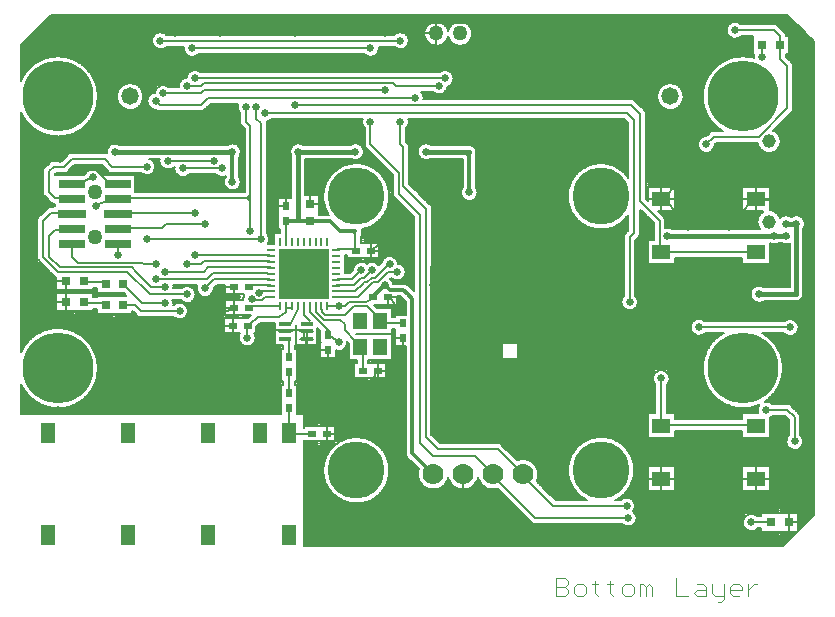
<source format=gbl>
*%FSLAX23Y23*%
*%MOIN*%
G01*
%ADD11C,0.000*%
%ADD12C,0.001*%
%ADD13C,0.002*%
%ADD14C,0.006*%
%ADD15C,0.007*%
%ADD16C,0.007*%
%ADD17C,0.008*%
%ADD18C,0.010*%
%ADD19C,0.012*%
%ADD20C,0.015*%
%ADD21C,0.018*%
%ADD22C,0.022*%
%ADD23C,0.024*%
%ADD24C,0.025*%
%ADD25C,0.029*%
%ADD26C,0.031*%
%ADD27C,0.031*%
%ADD28C,0.035*%
%ADD29C,0.035*%
%ADD30C,0.039*%
%ADD31C,0.039*%
%ADD32C,0.046*%
%ADD33C,0.047*%
%ADD34C,0.050*%
%ADD35C,0.051*%
%ADD36C,0.051*%
%ADD37C,0.054*%
%ADD38C,0.055*%
%ADD39C,0.058*%
%ADD40C,0.059*%
%ADD41C,0.059*%
%ADD42C,0.062*%
%ADD43C,0.067*%
%ADD44C,0.070*%
%ADD45C,0.074*%
%ADD46C,0.100*%
%ADD47C,0.108*%
%ADD48C,0.108*%
%ADD49C,0.120*%
%ADD50C,0.128*%
%ADD51C,0.128*%
%ADD52C,0.190*%
%ADD53C,0.194*%
%ADD54C,0.236*%
%ADD55C,0.240*%
%ADD56R,0.011X0.030*%
%ADD57R,0.012X0.030*%
%ADD58R,0.012X0.057*%
%ADD59R,0.014X0.033*%
%ADD60R,0.015X0.034*%
%ADD61R,0.016X0.034*%
%ADD62R,0.016X0.061*%
%ADD63R,0.018X0.037*%
%ADD64R,0.020X0.025*%
%ADD65R,0.021X0.021*%
%ADD66R,0.024X0.029*%
%ADD67R,0.025X0.020*%
%ADD68R,0.029X0.024*%
%ADD69R,0.030X0.011*%
%ADD70R,0.030X0.030*%
%ADD71R,0.031X0.031*%
%ADD72R,0.033X0.014*%
%ADD73R,0.034X0.015*%
%ADD74R,0.034X0.034*%
%ADD75R,0.035X0.035*%
%ADD76R,0.037X0.014*%
%ADD77R,0.037X0.018*%
%ADD78R,0.039X0.055*%
%ADD79R,0.039X0.014*%
%ADD80R,0.040X0.083*%
%ADD81R,0.041X0.018*%
%ADD82R,0.043X0.059*%
%ADD83R,0.043X0.018*%
%ADD84R,0.044X0.087*%
%ADD85R,0.047X0.055*%
%ADD86R,0.050X0.060*%
%ADD87R,0.051X0.071*%
%ADD88R,0.051X0.059*%
%ADD89R,0.054X0.064*%
%ADD90R,0.055X0.039*%
%ADD91R,0.055X0.075*%
%ADD92R,0.057X0.067*%
%ADD93R,0.059X0.043*%
%ADD94R,0.060X0.060*%
%ADD95R,0.061X0.024*%
%ADD96R,0.061X0.051*%
%ADD97R,0.061X0.071*%
%ADD98R,0.063X0.039*%
%ADD99R,0.063X0.126*%
%ADD100R,0.064X0.064*%
%ADD101R,0.065X0.028*%
%ADD102R,0.065X0.055*%
%ADD103R,0.067X0.043*%
%ADD104R,0.067X0.130*%
%ADD105R,0.085X0.030*%
%ADD106R,0.089X0.034*%
%ADD107R,0.094X0.030*%
%ADD108R,0.098X0.070*%
%ADD109R,0.098X0.034*%
%ADD110R,0.102X0.074*%
%ADD111R,0.104X0.104*%
%ADD112R,0.108X0.108*%
%ADD113R,0.134X0.059*%
%ADD114R,0.138X0.039*%
%ADD115R,0.138X0.063*%
%ADD116R,0.142X0.043*%
%ADD117R,0.169X0.169*%
%ADD118R,0.173X0.173*%
%ADD119R,0.250X0.250*%
D13*
X10356Y6873D02*
Y6933D01*
Y6873D02*
X10386D01*
X10396Y6883D01*
Y6893D01*
X10386Y6903D01*
X10356D01*
X10357D01*
X10356D02*
X10357D01*
X10356D02*
X10357D01*
X10356D02*
X10386D01*
X10396Y6913D01*
Y6923D01*
X10386Y6933D01*
X10356D01*
X10426Y6873D02*
X10446D01*
X10456Y6883D01*
Y6903D01*
X10446Y6913D01*
X10426D01*
X10416Y6903D01*
Y6883D01*
X10426Y6873D01*
X10486Y6913D02*
Y6923D01*
Y6913D02*
X10476D01*
X10496D01*
X10486D01*
Y6883D01*
X10496Y6873D01*
X10536Y6913D02*
Y6923D01*
Y6913D02*
X10526D01*
X10546D01*
X10536D01*
Y6883D01*
X10546Y6873D01*
X10586D02*
X10606D01*
X10616Y6883D01*
Y6903D01*
X10606Y6913D01*
X10586D01*
X10576Y6903D01*
Y6883D01*
X10586Y6873D01*
X10636D02*
Y6913D01*
X10646D01*
X10656Y6903D01*
Y6873D01*
Y6903D01*
X10666Y6913D01*
X10676Y6903D01*
Y6873D01*
X10756D02*
Y6933D01*
Y6873D02*
X10796D01*
X10826Y6913D02*
X10846D01*
X10856Y6903D01*
Y6873D01*
X10826D01*
X10816Y6883D01*
X10826Y6893D01*
X10856D01*
X10876Y6883D02*
Y6913D01*
Y6883D02*
X10886Y6873D01*
X10916D01*
Y6863D01*
X10906Y6853D01*
X10896D01*
X10916Y6873D02*
Y6913D01*
X10946Y6873D02*
X10966D01*
X10946D02*
X10936Y6883D01*
Y6903D01*
X10946Y6913D01*
X10966D01*
X10976Y6903D01*
Y6893D01*
X10936D01*
X10996Y6873D02*
Y6913D01*
Y6893D02*
Y6873D01*
Y6893D02*
X11006Y6903D01*
X11016Y6913D01*
X11026D01*
D15*
X11068Y7214D02*
X11217D01*
X11068D02*
X10976D01*
X10753D01*
X10661D01*
X10583D01*
X10429D02*
X10333D01*
X10177D02*
X9768D01*
X9612D02*
X9515D01*
X10577Y7208D02*
X11217D01*
X10435D02*
X10339D01*
X10183D02*
X9762D01*
X9618D02*
X9515D01*
X10610Y7202D02*
X11217D01*
X10610D02*
X10569D01*
X10443D02*
X10345D01*
X10189D02*
X9754D01*
X9626D02*
X9515D01*
X10610Y7196D02*
X11217D01*
X10575D02*
X10559D01*
X10453D02*
X10351D01*
X10195D02*
X9745D01*
X9635D02*
X9515D01*
X10613Y7190D02*
X11217D01*
X10201D02*
X9732D01*
X9648D02*
X9515D01*
X10617Y7184D02*
X11217D01*
X10207D02*
X9713D01*
X9667D02*
X9515D01*
X10619Y7178D02*
X11217D01*
X10213D02*
X9515D01*
X10619Y7172D02*
X11217D01*
X10219D02*
X9515D01*
X10618Y7166D02*
X11217D01*
X10225D02*
X9515D01*
X11162Y7160D02*
X11217D01*
X11162D02*
X11102D01*
X11100D02*
X11040D01*
X10616D01*
X10231D02*
X9515D01*
X11162Y7154D02*
X11217D01*
X11162D02*
X11102D01*
X11100D02*
X11040D01*
X10616D01*
X10237D02*
X9515D01*
X11162Y7148D02*
X11217D01*
X11040D02*
X10986D01*
X10620D01*
X10243D02*
X9515D01*
X11162Y7142D02*
X11215D01*
X11040D02*
X11020D01*
X10986D02*
X10623D01*
X10249D02*
X9515D01*
X11162Y7136D02*
X11209D01*
X10985D02*
X10624D01*
X10255D02*
X9515D01*
X11162Y7130D02*
X11203D01*
X10981D02*
X10624D01*
X10261D02*
X9515D01*
X11162Y7124D02*
X11197D01*
X10979D02*
X10623D01*
X10266D02*
X9515D01*
X11162Y7118D02*
X11191D01*
X10978D02*
X10620D01*
X10266D02*
X9515D01*
X11162Y7112D02*
X11185D01*
X10979D02*
X10616D01*
X10572D02*
X10350D01*
X10302D01*
X10293D01*
X10279D01*
X10266D01*
X9515D01*
X11162Y7106D02*
X11179D01*
X10981D02*
X10616D01*
X10610D02*
X10603D01*
X10589D02*
X10572D01*
X10350D01*
X10302D01*
X10287D01*
X10285D02*
X10266D01*
X9515D01*
X11162Y7100D02*
X11173D01*
X10985D02*
X9515D01*
X11020Y7094D02*
X11040D01*
X10986D02*
X9515D01*
X10986Y7088D02*
X11040D01*
X10986D02*
X9515D01*
X11102Y7082D02*
X11155D01*
X11100D02*
X11040D01*
X9515D01*
X11102Y7076D02*
X11149D01*
X11100D02*
X11040D01*
X9515D01*
Y7070D02*
X11143D01*
X11137Y7064D02*
X9515D01*
Y7058D02*
X11131D01*
X11125Y7052D02*
X9515D01*
Y7046D02*
X11119D01*
X11113Y7040D02*
X9515D01*
Y7039D02*
X11112D01*
X10571Y7192D02*
X10552D01*
X10460D02*
X10354D01*
X10572Y7114D02*
X10576D01*
X10572D02*
X10350D01*
X10302D01*
X10298D01*
X10568D02*
X10572D01*
X10302D02*
X10294D01*
X10278D01*
X10266D01*
X10263D01*
X11026Y7138D02*
X11040D01*
Y7098D02*
X11026D01*
X11102Y7087D02*
X11160D01*
X11102D02*
X11100D01*
X11096D01*
X11102Y7149D02*
X11162D01*
X11102D02*
X11100D01*
X11096D01*
X11100Y7087D02*
X11090D01*
X11040D01*
X11036D01*
X11090Y7149D02*
X11100D01*
X11090D02*
X11040D01*
X11036D01*
X11131Y7118D02*
X11162D01*
X11170Y7412D02*
X11217D01*
X11132D02*
X11068D01*
X10976D02*
X10753D01*
X10661D02*
X9940D01*
X9854D02*
X9619D01*
X11172Y7406D02*
X11217D01*
X11130D02*
X11068D01*
X10976D02*
X10753D01*
X10661D02*
X9946D01*
X9854D02*
X9619D01*
X11176Y7400D02*
X11217D01*
X11126D02*
X11068D01*
X10976D02*
X10753D01*
X10661D02*
X10534D01*
X10478D02*
X9952D01*
X9854D02*
X9713D01*
X9667D02*
X9619D01*
X11178Y7394D02*
X11217D01*
X11124D02*
X11068D01*
X10976D01*
X10753D01*
X10661D01*
X10551D01*
X10461D02*
X10180D01*
X9958D01*
X9854D02*
X9732D01*
X9648D02*
X9619D01*
X11179Y7388D02*
X11217D01*
X11123D02*
X11068D01*
X10976D01*
X10753D01*
X10661D01*
X10562D01*
X10450D02*
X10180D01*
X10164D01*
X10158D02*
X9964D01*
X9854D02*
X9745D01*
X9635D02*
X9619D01*
X11178Y7382D02*
X11217D01*
X11124D02*
X10571D01*
X10441D02*
X10180D01*
X10170D01*
X9854D02*
X9754D01*
X9619D02*
X9569D01*
X9563D02*
X9515D01*
X11176Y7376D02*
X11217D01*
X11126D02*
X10579D01*
X10433D02*
X10180D01*
X9854D02*
X9762D01*
X9618D02*
X9569D01*
X9563D02*
X9515D01*
X11172Y7370D02*
X11217D01*
X11130D02*
X10585D01*
X10427D02*
X10182D01*
X9854D02*
X9768D01*
X9612D02*
X9515D01*
X11170Y7364D02*
X11217D01*
X11132D02*
X10591D01*
X10421D02*
X10188D01*
X9854D02*
X9774D01*
X9606D02*
X9515D01*
X11170Y7358D02*
X11217D01*
X11170D02*
X11132D01*
X10595D01*
X10417D02*
X10194D01*
X9854D02*
X9779D01*
X9601D02*
X9515D01*
X10599Y7352D02*
X11217D01*
X10413D02*
X10200D01*
X9850D02*
X9783D01*
X9597D02*
X9515D01*
X10603Y7346D02*
X11217D01*
X10409D02*
X10206D01*
X9848D02*
X9786D01*
X9594D02*
X9515D01*
X10606Y7340D02*
X11217D01*
X10406D02*
X10212D01*
X9854D02*
X9790D01*
X9590D02*
X9515D01*
X10609Y7334D02*
X11217D01*
X10403D02*
X10218D01*
X9854D02*
X9792D01*
X9588D02*
X9515D01*
X10611Y7328D02*
X11217D01*
X10401D02*
X10253D01*
X10239D02*
X10224D01*
X9866D02*
X9854D01*
X9794D01*
X9586D02*
X9515D01*
X10613Y7322D02*
X11217D01*
X10399D02*
X10271D01*
X9872D02*
X9854D01*
X9796D01*
X9584D02*
X9515D01*
X11068Y7316D02*
X11217D01*
X11068D02*
X10976D01*
X10753D01*
X10661D01*
X10614D01*
X10398D02*
X10279D01*
X9878D02*
X9854D01*
X9798D01*
X9582D02*
X9515D01*
X11068Y7310D02*
X11217D01*
X11068D02*
X10976D01*
X10753D01*
X10661D01*
X10615D01*
X10397D02*
X10285D01*
X9884D02*
X9799D01*
X9581D02*
X9515D01*
X11068Y7304D02*
X11217D01*
X10976D02*
X10753D01*
X10661D02*
X10616D01*
X10396D02*
X10289D01*
X9890D02*
X9800D01*
X9580D02*
X9515D01*
X11068Y7298D02*
X11217D01*
X10976D02*
X10753D01*
X10661D02*
X10616D01*
X10396D02*
X10292D01*
X9896D02*
X9800D01*
X9580D02*
X9515D01*
X11068Y7292D02*
X11217D01*
X10976D02*
X10753D01*
X10661D02*
X10616D01*
X10396D02*
X10295D01*
X9897D02*
X9800D01*
X9580D02*
X9515D01*
X11068Y7286D02*
X11217D01*
X10976D02*
X10753D01*
X10661D02*
X10616D01*
X10396D02*
X10296D01*
X9896D02*
X9800D01*
X9580D02*
X9515D01*
X11068Y7280D02*
X11217D01*
X10976D02*
X10753D01*
X10661D02*
X10616D01*
X10396D02*
X10296D01*
X9896D02*
X9800D01*
X9580D02*
X9515D01*
X11068Y7274D02*
X11217D01*
X10976D02*
X10753D01*
X10661D02*
X10615D01*
X10397D02*
X10296D01*
X9896D02*
X9799D01*
X9581D02*
X9515D01*
X11068Y7268D02*
X11217D01*
X10976D02*
X10753D01*
X10661D02*
X10614D01*
X10398D02*
X10296D01*
X9896D02*
X9798D01*
X9582D02*
X9515D01*
X11068Y7262D02*
X11217D01*
X10976D02*
X10753D01*
X10661D02*
X10612D01*
X10400D02*
X10294D01*
X9898D02*
X9796D01*
X9584D02*
X9515D01*
X11068Y7256D02*
X11217D01*
X10976D02*
X10753D01*
X10661D02*
X10610D01*
X10402D02*
X10291D01*
X10101D02*
X10091D01*
X10001D02*
X9991D01*
X9901D02*
X9794D01*
X9586D02*
X9515D01*
X11068Y7250D02*
X11217D01*
X10976D02*
X10753D01*
X10661D02*
X10608D01*
X10404D02*
X10297D01*
X10104D02*
X10088D01*
X10004D02*
X9988D01*
X9904D02*
X9792D01*
X9588D02*
X9515D01*
X11068Y7244D02*
X11217D01*
X10976D02*
X10753D01*
X10661D02*
X10605D01*
X10407D02*
X10303D01*
X10109D02*
X10083D01*
X10009D02*
X9983D01*
X9909D02*
X9790D01*
X9590D02*
X9515D01*
X11068Y7238D02*
X11217D01*
X10976D02*
X10753D01*
X10661D02*
X10602D01*
X10410D02*
X10309D01*
X10115D02*
X10077D01*
X10015D02*
X9977D01*
X9915D02*
X9786D01*
X9594D02*
X9515D01*
X11068Y7232D02*
X11217D01*
X10976D02*
X10753D01*
X10661D02*
X10598D01*
X10414D02*
X10315D01*
X10125D02*
X10067D01*
X10025D02*
X9967D01*
X9925D02*
X9783D01*
X9597D02*
X9515D01*
X11068Y7226D02*
X11217D01*
X10976D02*
X10753D01*
X10661D02*
X10594D01*
X10418D02*
X10321D01*
X10165D02*
X9779D01*
X9601D02*
X9515D01*
X11068Y7220D02*
X11217D01*
X11068D02*
X10976D01*
X10753D01*
X10661D01*
X10589D01*
X10423D02*
X10327D01*
X10171D02*
X9774D01*
X9606D02*
X9515D01*
X10169Y7382D02*
X10180D01*
X10169D02*
X10153D01*
X9969D01*
X9867Y7326D02*
X9854D01*
X10976Y7400D02*
X11068D01*
X10753D02*
X10661D01*
X10976Y7223D02*
X11068D01*
Y7305D02*
X10976D01*
X10753Y7223D02*
X10661D01*
Y7305D02*
X10753D01*
X9569Y7388D02*
X9566D01*
X9563D01*
X9515D01*
X9569D02*
X9619D01*
X9563D02*
X9560D01*
X10661Y7264D02*
X10707D01*
X10753D01*
X10976D02*
X11022D01*
X11068D01*
X11109Y7604D02*
X11217D01*
X10848D02*
X10733D01*
X10679D02*
X9940D01*
X9854D02*
X9789D01*
X9683D02*
X9492D01*
X9440D02*
X8825D01*
X11107Y7598D02*
X11217D01*
X10849D02*
X10734D01*
X10678D02*
X9940D01*
X9854D02*
X9789D01*
X9692D02*
X9683D01*
X9492D01*
X9440D02*
X8824D01*
X11106Y7592D02*
X11217D01*
X10851D02*
X10733D01*
X10679D02*
X9940D01*
X9854D02*
X9789D01*
X9739D01*
X9730D02*
X9692D01*
X9683D01*
X9492D01*
X9440D02*
X8822D01*
X11104Y7586D02*
X11217D01*
X10853D02*
X10731D01*
X10681D02*
X9940D01*
X9854D02*
X9789D01*
X9739D01*
X9733D02*
X9683D01*
X9492D01*
X9440D02*
X8820D01*
X11101Y7580D02*
X11217D01*
X10855D02*
X10727D01*
X10685D02*
X9940D01*
X9854D02*
X9492D01*
X9440D02*
X8818D01*
X11098Y7574D02*
X11217D01*
X10858D02*
X10726D01*
X10686D02*
X9940D01*
X9854D02*
X9492D01*
X9440D02*
X8815D01*
X11095Y7568D02*
X11217D01*
X10861D02*
X10726D01*
X10686D02*
X9940D01*
X9854D02*
X9492D01*
X9440D02*
X8812D01*
X11092Y7562D02*
X11217D01*
X10865D02*
X10726D01*
X10686D02*
X9940D01*
X9854D02*
X9492D01*
X9440D02*
X8808D01*
X8581D02*
X8572D01*
X11088Y7556D02*
X11217D01*
X10869D02*
X10726D01*
X10686D02*
X9940D01*
X9854D02*
X9492D01*
X9440D02*
X8804D01*
X8585D02*
X8572D01*
X11083Y7550D02*
X11217D01*
X10873D02*
X10726D01*
X10686D02*
X9940D01*
X9854D02*
X9492D01*
X9440D02*
X8800D01*
X8590D02*
X8572D01*
X11078Y7544D02*
X11217D01*
X10878D02*
X10726D01*
X10686D02*
X9940D01*
X9854D02*
X9492D01*
X9440D02*
X8795D01*
X8595D02*
X8572D01*
X11073Y7538D02*
X11217D01*
X10884D02*
X10726D01*
X10686D02*
X9940D01*
X9854D02*
X9492D01*
X9440D02*
X8789D01*
X8600D02*
X8572D01*
X11066Y7532D02*
X11217D01*
X10890D02*
X10726D01*
X10686D02*
X9940D01*
X9854D02*
X9492D01*
X9440D02*
X8783D01*
X8607D02*
X8572D01*
X11059Y7526D02*
X11217D01*
X10898D02*
X10726D01*
X10686D02*
X9940D01*
X9854D02*
X9492D01*
X9440D02*
X8775D01*
X8614D02*
X8572D01*
X11146Y7520D02*
X11217D01*
X11146D02*
X11127D01*
X11125D02*
X11063D01*
X10906D02*
X10726D01*
X10686D02*
X9940D01*
X9854D02*
X9492D01*
X9440D02*
X8767D01*
X8623D02*
X8572D01*
X11146Y7514D02*
X11217D01*
X11146D02*
X11133D01*
X11119D01*
X11075D01*
X10917D02*
X10726D01*
X10686D02*
X9940D01*
X9854D02*
X9492D01*
X9440D02*
X8756D01*
X8633D02*
X8572D01*
X11146Y7508D02*
X11217D01*
X10930D02*
X10726D01*
X10686D02*
X9940D01*
X9854D02*
X9492D01*
X9440D02*
X8743D01*
X8646D02*
X8572D01*
X11146Y7502D02*
X11217D01*
X11029D02*
X11007D01*
X10950D02*
X10726D01*
X10686D02*
X9940D01*
X9854D02*
X9492D01*
X9440D02*
X8723D01*
X8666D02*
X8572D01*
X11170Y7496D02*
X11217D01*
X11170D02*
X11151D01*
X11028D02*
X10726D01*
X10686D02*
X9940D01*
X9854D02*
X9492D01*
X9440D02*
X8572D01*
X11170Y7490D02*
X11217D01*
X11170D02*
X11157D01*
X11028D02*
X10976D01*
X10753D01*
X10726D01*
X10686D02*
X10661D01*
X9940D01*
X9854D02*
X9515D01*
X9492D01*
X9440D02*
X8572D01*
X11170Y7484D02*
X11217D01*
X11170D02*
X11163D01*
X11029D02*
X10976D01*
X10753D01*
X10726D01*
X10686D02*
X10661D01*
X9940D01*
X9854D02*
X9515D01*
X9492D01*
X9440D02*
X8572D01*
X11170Y7478D02*
X11217D01*
X10976D02*
X10753D01*
X10661D02*
X9940D01*
X9854D02*
X9515D01*
X11175Y7472D02*
X11217D01*
X11119D02*
X11075D01*
X10976D02*
X10753D01*
X10661D02*
X9940D01*
X9854D02*
X9515D01*
X11177Y7466D02*
X11217D01*
X11125D02*
X11068D01*
X10976D02*
X10753D01*
X10661D02*
X9940D01*
X9854D02*
X9515D01*
X11171Y7460D02*
X11217D01*
X11131D02*
X11068D01*
X10661D02*
X9940D01*
X9854D02*
X9515D01*
X11170Y7454D02*
X11217D01*
X11132D02*
X11068D01*
X10661D02*
X9940D01*
X9854D02*
X9515D01*
X11170Y7448D02*
X11217D01*
X11132D02*
X11068D01*
X10661D02*
X9940D01*
X9854D02*
X9619D01*
X9569D01*
X9563D02*
X9515D01*
X11170Y7442D02*
X11217D01*
X11132D02*
X11068D01*
X10661D02*
X9940D01*
X9854D02*
X9619D01*
X9569D01*
X9563D02*
X9515D01*
X11170Y7436D02*
X11217D01*
X11132D02*
X11068D01*
X10661D02*
X9940D01*
X9854D02*
X9619D01*
X11170Y7430D02*
X11217D01*
X11132D02*
X11068D01*
X10661D02*
X9940D01*
X9854D02*
X9619D01*
X11170Y7424D02*
X11217D01*
X11132D02*
X11068D01*
X10661D02*
X9940D01*
X9854D02*
X9619D01*
X11170Y7418D02*
X11217D01*
X11132D02*
X11068D01*
X10976D02*
X10753D01*
X10661D02*
X9940D01*
X9854D02*
X9619D01*
X10753Y7462D02*
X10976D01*
Y7424D02*
X10753D01*
X11134Y7512D02*
X11146D01*
X11134D02*
X11118D01*
X11076D01*
Y7474D02*
X11118D01*
X11159Y7488D02*
X11170D01*
X9515Y7480D02*
X9492D01*
X9440D02*
X8572D01*
X10976Y7482D02*
X11030D01*
X10753D02*
X10726D01*
X10686D02*
X10661D01*
X9739Y7598D02*
X9733D01*
X9730D01*
X9692D01*
X9683D01*
X9680D01*
X9739D02*
X9789D01*
X9730D02*
X9730D01*
X9569Y7438D02*
X9566D01*
X9563D01*
X9515D01*
X9569D02*
X9619D01*
X9563D02*
X9560D01*
X9492Y7576D02*
X9486D01*
X9446D02*
X9440D01*
X9486Y7590D02*
X9492D01*
X9446D02*
X9440D01*
X9591Y7413D02*
X9619D01*
X9940Y7802D02*
X11217D01*
X9332D02*
X9309D01*
X9300D02*
X9253D01*
X9250D02*
X9120D01*
X9082D02*
X8978D01*
X8964D01*
X8952D01*
X8942D01*
X8886D01*
X8880D02*
X8826D01*
X8572D01*
X11156Y7796D02*
X11217D01*
X11156D02*
X11136D01*
X10839D01*
X10825D02*
X10812D01*
X9940D01*
X9250D02*
X9120D01*
X9108D01*
X9094D02*
X8972D01*
X8970D02*
X8952D01*
X8572D01*
X11156Y7790D02*
X11217D01*
X11119D02*
X10851D01*
X10812D02*
X9940D01*
X9250D02*
X8572D01*
X11159Y7784D02*
X11217D01*
X10808D02*
X9940D01*
X9250D02*
X8572D01*
X11162Y7778D02*
X11217D01*
X10805D02*
X9940D01*
X9418D02*
X9382D01*
X9364D01*
X9250D02*
X8572D01*
X11164Y7772D02*
X11217D01*
X10804D02*
X9940D01*
X9418D02*
X9382D01*
X9358D01*
X9250D02*
X8572D01*
X11164Y7766D02*
X11217D01*
X10804D02*
X9940D01*
X9418D02*
X9356D01*
X9250D02*
X8702D01*
X8688D02*
X8572D01*
X11163Y7760D02*
X11217D01*
X10805D02*
X9940D01*
X9820D02*
X9809D01*
X9566D02*
X9559D01*
X9418D02*
X9356D01*
X9250D02*
X8735D01*
X8655D02*
X8572D01*
X11160Y7754D02*
X11217D01*
X10808D02*
X9940D01*
X9820D02*
X9809D01*
X9570D02*
X9559D01*
X9418D02*
X9356D01*
X9250D02*
X8751D01*
X8639D02*
X8572D01*
X11156Y7748D02*
X11217D01*
X11116D02*
X11046D01*
X10911D02*
X10851D01*
X10812D02*
X9940D01*
X9820D02*
X9809D01*
X9570D02*
X9559D01*
X9418D02*
X9356D01*
X9250D02*
X8762D01*
X8628D02*
X8572D01*
X11156Y7742D02*
X11217D01*
X11156D02*
X11146D01*
X11126D02*
X11055D01*
X10902D02*
X10839D01*
X10825D02*
X10812D01*
X9940D01*
X9820D02*
X9809D01*
X9570D02*
X9559D01*
X9418D02*
X9356D01*
X9299D02*
X9250D01*
X8771D01*
X8618D02*
X8572D01*
X11063Y7736D02*
X11217D01*
X10894D02*
X9940D01*
X9820D02*
X9809D01*
X9570D02*
X9559D01*
X9418D02*
X9356D01*
X9298D02*
X9250D01*
X8779D01*
X8610D02*
X8572D01*
X11070Y7730D02*
X11217D01*
X10887D02*
X9940D01*
X9820D02*
X9809D01*
X9570D02*
X9559D01*
X9418D02*
X9354D01*
X9298D02*
X8786D01*
X8603D02*
X8572D01*
X11076Y7724D02*
X11217D01*
X10881D02*
X10229D01*
X10176D01*
X9940D01*
X9820D02*
X9809D01*
X9570D02*
X9559D01*
X9418D02*
X9353D01*
X9299D02*
X8792D01*
X8597D02*
X8572D01*
X11081Y7718D02*
X11217D01*
X10876D02*
X10229D01*
X10176D01*
X9940D01*
X9820D02*
X9809D01*
X9570D02*
X9559D01*
X9418D02*
X9350D01*
X9302D02*
X8798D01*
X8592D02*
X8572D01*
X11086Y7712D02*
X11217D01*
X10871D02*
X10229D01*
X10176D02*
X9940D01*
X9820D02*
X9809D01*
X9570D02*
X9559D01*
X9418D02*
X9346D01*
X9306D02*
X8802D01*
X8587D02*
X8572D01*
X11090Y7706D02*
X11217D01*
X10867D02*
X10229D01*
X10176D02*
X9940D01*
X9820D02*
X9809D01*
X9664D02*
X9656D01*
X9570D02*
X9559D01*
X9492D01*
X9440D02*
X9418D01*
X9346D01*
X9333D01*
X9319D02*
X9306D01*
X8806D01*
X8583D02*
X8572D01*
X11094Y7700D02*
X11217D01*
X10863D02*
X10229D01*
X10176D02*
X9940D01*
X9854D02*
X9820D01*
X9809D01*
X9664D02*
X9652D01*
X9570D02*
X9559D01*
X9492D01*
X9440D02*
X9418D01*
X8810D01*
X8579D02*
X8572D01*
X11097Y7694D02*
X11217D01*
X10860D02*
X10229D01*
X10176D02*
X9940D01*
X9854D02*
X9820D01*
X9809D01*
X9664D02*
X9645D01*
X9570D02*
X9492D01*
X9440D02*
X8813D01*
X11100Y7688D02*
X11217D01*
X10857D02*
X10229D01*
X10176D02*
X9940D01*
X9854D02*
X9809D01*
X9664D02*
X9622D01*
X9570D02*
X9492D01*
X9440D02*
X8816D01*
X11102Y7682D02*
X11217D01*
X10854D02*
X10229D01*
X10176D02*
X9940D01*
X9854D02*
X9809D01*
X9664D02*
X9622D01*
X9570D02*
X9492D01*
X9440D02*
X8819D01*
X11105Y7676D02*
X11217D01*
X10852D02*
X10229D01*
X10176D02*
X9940D01*
X9854D02*
X9809D01*
X9664D02*
X9622D01*
X9570D02*
X9492D01*
X9440D02*
X8821D01*
X11107Y7670D02*
X11217D01*
X10850D02*
X10229D01*
X10176D02*
X9940D01*
X9854D02*
X9809D01*
X9664D02*
X9622D01*
X9570D02*
X9492D01*
X9440D02*
X8823D01*
X11108Y7664D02*
X11217D01*
X10848D02*
X10229D01*
X10176D02*
X9940D01*
X9854D02*
X9809D01*
X9664D02*
X9622D01*
X9570D01*
X9492D01*
X9440D02*
X8825D01*
X11109Y7658D02*
X11217D01*
X10847D02*
X10229D01*
X10176D01*
X9940D01*
X9854D02*
X9809D01*
X9789D01*
X9742D01*
X9692D02*
X9683D01*
X9664D01*
X9622D01*
X9570D01*
X9492D01*
X9440D02*
X8826D01*
X11110Y7652D02*
X11217D01*
X10846D02*
X10229D01*
X10176D01*
X9940D01*
X9854D02*
X9809D01*
X9789D01*
X9742D01*
X9692D02*
X9683D01*
X9664D01*
X9622D01*
X9570D01*
X9492D01*
X9440D02*
X8827D01*
X11111Y7646D02*
X11217D01*
X10845D02*
X9940D01*
X9854D02*
X9789D01*
X9683D02*
X9492D01*
X9440D02*
X8828D01*
X11112Y7640D02*
X11217D01*
X10845D02*
X9940D01*
X9854D02*
X9789D01*
X9683D02*
X9492D01*
X9440D02*
X8828D01*
X11112Y7634D02*
X11217D01*
X10845D02*
X9940D01*
X9854D02*
X9789D01*
X9683D02*
X9492D01*
X9440D02*
X8828D01*
X11112Y7628D02*
X11217D01*
X10845D02*
X10726D01*
X10686D01*
X9940D01*
X9854D02*
X9789D01*
X9683D02*
X9492D01*
X9440D02*
X8828D01*
X11111Y7622D02*
X11217D01*
X10845D02*
X10726D01*
X10686D02*
X9940D01*
X9854D02*
X9789D01*
X9683D02*
X9492D01*
X9440D02*
X8828D01*
X11111Y7616D02*
X11217D01*
X10846D02*
X10727D01*
X10685D02*
X9940D01*
X9854D02*
X9789D01*
X9683D02*
X9492D01*
X9440D02*
X8827D01*
X11110Y7610D02*
X11217D01*
X10847D02*
X10731D01*
X10681D02*
X9940D01*
X9854D02*
X9789D01*
X9683D02*
X9492D01*
X9440D02*
X8827D01*
X11155Y7788D02*
X11156D01*
X11117D02*
X10852D01*
X11043Y7750D02*
X11115D01*
X10914D02*
X10852D01*
X9820Y7802D02*
X9809D01*
Y7764D02*
X9820D01*
X9418Y7784D02*
X9382D01*
X9369D01*
X9378D02*
X9382D01*
X9081Y7804D02*
X8979D01*
X8963D01*
X8952D01*
X9488Y7752D02*
X9489D01*
X10176Y7662D02*
X10229D01*
Y7715D02*
X10176D01*
X9809Y7660D02*
X9789D01*
X9742D01*
X9739D01*
X9733D01*
X9731D01*
X9730D01*
X9742Y7746D02*
X9809D01*
X9742D02*
X9731D01*
X9727D01*
X9692Y7660D02*
X9683D01*
X9664D01*
X9660D01*
X9690Y7746D02*
X9731D01*
X9742Y7747D02*
X9809D01*
X9742D02*
X9731D01*
X9727D01*
X9731D02*
X9690D01*
X9820Y7705D02*
X9854D01*
X9742Y7648D02*
X9739D01*
X9733D01*
X9731D01*
X9730D01*
X9692D02*
X9683D01*
X9680D01*
X9742D02*
X9789D01*
X9622Y7665D02*
X9570D01*
Y7721D02*
X9572D01*
X9492Y7696D02*
X9489D01*
X9488D01*
X9486D01*
X9446D02*
X9440D01*
X9492Y7708D02*
X9559D01*
X9492D02*
X9489D01*
X9488D01*
X9486D01*
X9488Y7753D02*
X9489D01*
Y7733D02*
X9488D01*
Y7759D02*
X9489D01*
X9418D02*
X9414D01*
Y7733D02*
X9418D01*
Y7778D02*
X9414D01*
X9440Y7708D02*
X9446D01*
X9440D02*
X9418D01*
X9414D01*
Y7753D02*
X9418D01*
X9302Y7748D02*
X9300D01*
X9250D01*
X9246D01*
X9306Y7798D02*
X9309D01*
X9306D02*
X9306D01*
X9303D01*
X9300D01*
X9253D01*
X9250D01*
X9246D01*
X9350Y7748D02*
X9356D01*
X9300D02*
X9296D01*
X9309Y7798D02*
X9329D01*
X9300D02*
X9296D01*
X9278Y7773D02*
X9250D01*
X9431Y7756D02*
X9453D01*
X9475D01*
X9501D02*
X9524D01*
X9546D01*
X9524Y7730D02*
X9501D01*
X9524D02*
X9546D01*
X9568Y7693D02*
X9596D01*
X9761Y7623D02*
X9789D01*
X9818Y7733D02*
X9846D01*
X11180Y7994D02*
X11217D01*
X11134D02*
X11068D01*
X10976D02*
X10753D01*
X10661D02*
X10620D01*
X10582D02*
X9942D01*
X9882D02*
X9824D01*
X9778D02*
X9766D01*
X9716D01*
X9710D02*
X9660D01*
X9652D01*
X8626D02*
X8572D01*
X11180Y7988D02*
X11217D01*
X11134D02*
X11068D01*
X10976D02*
X10753D01*
X10661D02*
X10620D01*
X10582D02*
X9942D01*
X9882D02*
X9827D01*
X9775D02*
X9766D01*
X9716D01*
X9710D02*
X9660D01*
X9652D01*
X8626D02*
X8572D01*
X11180Y7982D02*
X11217D01*
X11134D02*
X11068D01*
X10976D02*
X10753D01*
X10661D02*
X10620D01*
X10582D02*
X9942D01*
X9882D02*
X9846D01*
X9829D01*
X9772D02*
X9758D01*
X9691D02*
X9652D01*
X8639D02*
X8626D01*
X8572D01*
X11180Y7976D02*
X11217D01*
X11134D02*
X11068D01*
X10976D01*
X10753D01*
X10661D01*
X10620D01*
X10582D02*
X9942D01*
X9882D02*
X9846D01*
X9685D02*
X9652D01*
X8645D02*
X8626D01*
X8572D01*
X11180Y7970D02*
X11217D01*
X11134D02*
X11068D01*
X10976D01*
X10753D01*
X10661D01*
X10620D01*
X10582D02*
X9942D01*
X9882D02*
X9848D01*
X9681D02*
X9652D01*
X8651D02*
X8572D01*
X11180Y7964D02*
X11217D01*
X11134D02*
X10620D01*
X10582D02*
X9942D01*
X9882D02*
X9852D01*
X9679D02*
X9652D01*
X8657D02*
X8572D01*
X11180Y7958D02*
X11217D01*
X11134D02*
X10620D01*
X10582D02*
X9942D01*
X9882D02*
X9854D01*
X9676D02*
X9652D01*
X8663D02*
X8572D01*
X11180Y7952D02*
X11217D01*
X11134D02*
X10620D01*
X10582D02*
X9940D01*
X9882D02*
X9854D01*
X9672D02*
X9652D01*
X8669D02*
X8572D01*
X11180Y7946D02*
X11217D01*
X11134D02*
X10620D01*
X10582D02*
X9940D01*
X9882D02*
X9853D01*
X8675D02*
X8572D01*
X11180Y7940D02*
X11217D01*
X11134D02*
X10620D01*
X10582D02*
X9940D01*
X9882D02*
X9851D01*
X8676D02*
X8572D01*
X11180Y7934D02*
X11217D01*
X11134D02*
X10620D01*
X10582D02*
X9940D01*
X9882D02*
X9847D01*
X8687D02*
X8676D01*
X8572D01*
X11180Y7928D02*
X11217D01*
X11134D02*
X10620D01*
X10582D02*
X9940D01*
X9882D02*
X9846D01*
X9813D02*
X9806D01*
X8690D02*
X8676D01*
X8572D01*
X11180Y7922D02*
X11217D01*
X11134D02*
X10620D01*
X10582D02*
X9940D01*
X9882D02*
X9868D01*
X9847D01*
X9845D02*
X9838D01*
X9810D01*
X8690D02*
X8676D01*
X8572D01*
X11180Y7916D02*
X11217D01*
X11134D02*
X10620D01*
X10582D02*
X9940D01*
X9882D02*
X9868D01*
X9853D01*
X9839D01*
X9838D02*
X9813D01*
X8690D02*
X8572D01*
X11180Y7910D02*
X11217D01*
X11134D02*
X10620D01*
X10582D02*
X9940D01*
X9882D02*
X9868D01*
X9859D01*
X8690D02*
X8572D01*
X11180Y7904D02*
X11217D01*
X11134D02*
X11045D01*
X11019D02*
X10620D01*
X10582D02*
X9940D01*
X9882D02*
X9868D01*
X9252D02*
X9220D01*
X9159D02*
X9146D01*
X9136D01*
X9116D02*
X9079D01*
X8690D02*
X8572D01*
X11180Y7898D02*
X11217D01*
X11011D02*
X10620D01*
X10582D02*
X9940D01*
X9882D02*
X9871D01*
X9252D02*
X9214D01*
X9158D02*
X9146D01*
X9106D02*
X9079D01*
X8826D02*
X8812D01*
X8690D02*
X8572D01*
X11180Y7892D02*
X11217D01*
X11007D02*
X10620D01*
X10582D02*
X9940D01*
X9253D02*
X9213D01*
X9159D02*
X9150D01*
X8826D02*
X8812D01*
X8766D01*
X8752D01*
X8750D02*
X8690D01*
X8572D01*
X11180Y7886D02*
X11217D01*
X11005D02*
X10620D01*
X10582D02*
X9940D01*
X9253D02*
X9211D01*
X9161D02*
X9153D01*
X8826D02*
X8812D01*
X8766D01*
X8752D01*
X8750D02*
X8690D01*
X8572D01*
X11180Y7880D02*
X11217D01*
X11004D02*
X10620D01*
X10582D02*
X9940D01*
X9253D02*
X9207D01*
X9165D02*
X9154D01*
X8916D02*
X8886D01*
X8876D02*
X8826D01*
X8812D01*
X8690D02*
X8572D01*
X11180Y7874D02*
X11217D01*
X11004D02*
X10620D01*
X10582D02*
X9940D01*
X9303D02*
X9253D01*
X9200D01*
X9172D02*
X9154D01*
X8922D02*
X8896D01*
X8886D01*
X8876D02*
X8826D01*
X8812D01*
X8690D02*
X8572D01*
X11180Y7868D02*
X11217D01*
X11006D02*
X10625D01*
X10577D02*
X9940D01*
X9838D02*
X9824D01*
X9303D02*
X9253D01*
X9152D01*
X8826D02*
X8812D01*
X8690D02*
X8572D01*
X11172Y7862D02*
X11217D01*
X11010D02*
X10628D01*
X10574D02*
X9940D01*
X9847D02*
X9838D01*
X9824D01*
X9303D02*
X9253D01*
X9149D01*
X8690D02*
X8572D01*
X11157Y7856D02*
X11217D01*
X11157D02*
X11048D01*
X11016D02*
X10629D01*
X10573D02*
X9940D01*
X9853D02*
X9824D01*
X9253D02*
X9146D01*
X9109D02*
X9078D01*
X8690D02*
X8572D01*
X10629Y7850D02*
X11217D01*
X10573D02*
X9940D01*
X9854D02*
X9824D01*
X9253D02*
X9146D01*
X9126D01*
X9120D02*
X9108D01*
X9094D02*
X9079D01*
X8690D02*
X8572D01*
X10628Y7844D02*
X11217D01*
X10574D02*
X9940D01*
X9854D02*
X9824D01*
X9253D02*
X9120D01*
X8690D02*
X8572D01*
X10625Y7838D02*
X11217D01*
X10577D02*
X9940D01*
X9854D02*
X9824D01*
X9809D01*
X9774D01*
X9768D02*
X9754D01*
X9253D02*
X9125D01*
X8690D02*
X8572D01*
X10620Y7832D02*
X11217D01*
X10582D02*
X9940D01*
X9854D02*
X9824D01*
X9809D01*
X9253D02*
X9128D01*
X8690D02*
X8572D01*
X10620Y7826D02*
X11217D01*
X10620D02*
X10608D01*
X10594D02*
X10582D01*
X9940D01*
X9854D02*
X9809D01*
X9253D02*
X9129D01*
X8826D02*
X8812D01*
X8690D02*
X8572D01*
X9940Y7820D02*
X11217D01*
X9854D02*
X9820D01*
X9809D01*
X9253D02*
X9129D01*
X8826D02*
X8812D01*
X8766D01*
X8752D01*
X8750D02*
X8690D01*
X8572D01*
X9940Y7814D02*
X11217D01*
X9854D02*
X9820D01*
X9809D01*
X9253D02*
X9128D01*
X8952D02*
X8942D01*
X8826D02*
X8812D01*
X8752D01*
X8750D02*
X8690D01*
X8572D01*
X9940Y7808D02*
X11217D01*
X9820D02*
X9809D01*
X9250D02*
X9125D01*
X8952D02*
X8942D01*
X8886D01*
X8880D02*
X8826D01*
X8572D01*
X11048Y7902D02*
X11134D01*
X9806Y7934D02*
X9804D01*
X8690D02*
X8688D01*
X8676D01*
X9855Y7914D02*
X9868D01*
X9855D02*
X9838D01*
X9837D01*
X9813D01*
X9824Y7872D02*
X9837D01*
X9081Y7842D02*
X9078D01*
X8943Y7824D02*
X8942D01*
X8826Y7868D02*
X8812D01*
Y7828D02*
X8826D01*
Y7898D02*
X8812D01*
X9078Y7898D02*
X9106D01*
Y7858D02*
X9077D01*
X9652Y7948D02*
X9668D01*
X9253Y7908D02*
X9252D01*
X9224D01*
X9160D02*
X9146D01*
X9078D01*
X9248D02*
X9252D01*
X10753Y7998D02*
X10976D01*
X8638Y7984D02*
X8626D01*
X8623D01*
X9940Y7972D02*
X9942D01*
X9882Y7992D02*
X9882D01*
X9940Y7970D02*
X9942D01*
X10976Y7978D02*
X11068D01*
X10753D02*
X10661D01*
X9766Y7998D02*
X9716D01*
X9710D01*
X9710D01*
X9706D01*
X9706D02*
X9710D01*
X9706D02*
X9666D01*
X9660D01*
X9656D01*
X9774Y7833D02*
X9809D01*
X9774D02*
X9768D01*
X9759D01*
X9809Y7842D02*
X9824D01*
X9809D02*
X9774D01*
X9768D01*
X9764D01*
X9768D02*
X9749D01*
X9820Y7811D02*
X9854D01*
X9338Y7808D02*
X9316D01*
X9309D01*
X9306D01*
X9303D01*
X9300D01*
X9300D01*
X9309Y7858D02*
X9313D01*
X9309D02*
X9303D01*
X9300D01*
X9300Y7808D02*
X9253D01*
X9250D01*
X9250D01*
X9253Y7858D02*
X9303D01*
X9253D02*
X9250D01*
X9316Y7878D02*
X9317D01*
X9316D02*
X9309D01*
X9303D01*
X9300D01*
X9303D02*
X9253D01*
X9250D01*
X8886Y7812D02*
X8880D01*
X8826D01*
X8822D01*
X8880Y7874D02*
X8886D01*
X8880D02*
X8876D01*
X8826D01*
X8822D01*
X8896Y7812D02*
X8942D01*
X8896D02*
X8886D01*
X8880D02*
X8877D01*
X8896Y7874D02*
X8923D01*
X8896D02*
X8886D01*
X8880D02*
X8877D01*
X8880Y7882D02*
X8886D01*
X8880D02*
X8826D01*
X8822D01*
X8886D02*
X8914D01*
X8880D02*
X8877D01*
X8752Y7892D02*
X8750D01*
X8690D02*
X8686D01*
X8746D02*
X8750D01*
Y7822D02*
X8752D01*
X8750D02*
X8690D01*
X8686D01*
X8750Y7884D02*
X8752D01*
X8750D02*
X8690D01*
X8686D01*
X8766Y7822D02*
X8812D01*
X8766D02*
X8752D01*
X8750D02*
X8746D01*
X8752Y7884D02*
X8812D01*
X8750D02*
X8746D01*
X8721Y7853D02*
X8690D01*
Y7923D02*
X8721D01*
X9253Y7903D02*
X9281D01*
Y7833D02*
X9253D01*
X9796Y7868D02*
X9824D01*
X11068Y8192D02*
X11217D01*
X10976D02*
X10753D01*
X10395D02*
X10088D01*
X10076D01*
X10056D02*
X10044D01*
X9942D01*
X9922D01*
X9826D02*
X9812D01*
X9800D01*
X9580D02*
X9566D01*
X9430D02*
X9392D01*
X8664D02*
X8646D01*
X8572D01*
X11068Y8186D02*
X11217D01*
X10976D02*
X10753D01*
X10396D02*
X10088D01*
X10044D01*
X9942D01*
X9928D01*
X9832D02*
X9812D01*
X9799D01*
X9581D02*
X9566D01*
X9430D02*
X9392D01*
X8666D02*
X8646D01*
X8572D01*
X11068Y8180D02*
X11217D01*
X10976D02*
X10753D01*
X10397D02*
X9942D01*
X9934D01*
X9838D02*
X9798D01*
X9582D02*
X9566D01*
X9430D02*
X9392D01*
X8676D02*
X8666D01*
X8652D01*
X8572D01*
X11068Y8174D02*
X11217D01*
X10976D02*
X10753D01*
X10399D02*
X9942D01*
X9844D02*
X9796D01*
X9584D02*
X9566D01*
X9430D02*
X9392D01*
X8666D02*
X8652D01*
X8572D01*
X11068Y8168D02*
X11217D01*
X10976D02*
X10753D01*
X10401D02*
X9946D01*
X9850D02*
X9794D01*
X9586D02*
X9566D01*
X9430D02*
X9392D01*
X8679D02*
X8666D01*
X8663D02*
X8652D01*
X8572D01*
X11068Y8162D02*
X11217D01*
X10976D02*
X10753D01*
X10403D02*
X9948D01*
X9856D02*
X9792D01*
X9588D02*
X9566D01*
X9430D02*
X9392D01*
X8652D02*
X8572D01*
X11082Y8156D02*
X11217D01*
X10976D02*
X10753D01*
X10406D02*
X9942D01*
X9862D02*
X9789D01*
X9591D02*
X9566D01*
X9430D02*
X9392D01*
X8651D02*
X8572D01*
X11091Y8150D02*
X11217D01*
X11040D02*
X10976D01*
X10753D01*
X10720D01*
X10702D01*
X10646D02*
X10636D01*
X10409D02*
X9942D01*
X9868D02*
X9786D01*
X9594D02*
X9566D01*
X9430D02*
X9392D01*
X8645D02*
X8626D01*
X8572D01*
X11097Y8144D02*
X11217D01*
X11035D02*
X10976D01*
X10753D01*
X10720D01*
X10708D01*
X10652D02*
X10636D01*
X10413D02*
X9942D01*
X9874D02*
X9782D01*
X9430D02*
X9392D01*
X8639D02*
X8626D01*
X8572D01*
X11171Y8138D02*
X11217D01*
X11108D02*
X11100D01*
X11031D02*
X10720D01*
X10658D02*
X10636D01*
X10417D02*
X9942D01*
X9880D02*
X9778D01*
X9430D02*
X9392D01*
X8626D02*
X8572D01*
X11178Y8132D02*
X11217D01*
X11029D02*
X10720D01*
X10664D02*
X10636D01*
X10596D02*
X10588D01*
X10422D02*
X9942D01*
X9882D02*
X9773D01*
X9430D02*
X9392D01*
X8626D02*
X8572D01*
X11182Y8126D02*
X11217D01*
X11027D02*
X10726D01*
X10670D02*
X10636D01*
X10596D02*
X10582D01*
X10428D02*
X9942D01*
X9882D02*
X9767D01*
X9430D02*
X9392D01*
X8621D02*
X8572D01*
X11184Y8120D02*
X11217D01*
X11027D02*
X10726D01*
X10676D02*
X10636D01*
X10596D02*
X10576D01*
X10434D02*
X9942D01*
X9882D02*
X9761D01*
X9430D02*
X9392D01*
X8621D02*
X8572D01*
X11185Y8114D02*
X11217D01*
X11028D02*
X10720D01*
X10682D02*
X10636D01*
X10596D02*
X10568D01*
X10442D02*
X9942D01*
X9882D02*
X9753D01*
X9430D02*
X9392D01*
X8626D02*
X8572D01*
X11184Y8108D02*
X11217D01*
X11029D02*
X10720D01*
X10682D02*
X10636D01*
X10596D02*
X10558D01*
X10452D02*
X9942D01*
X9882D02*
X9743D01*
X9430D02*
X9392D01*
X8626D02*
X8572D01*
X11182Y8102D02*
X11217D01*
X11032D02*
X10720D01*
X10682D02*
X10636D01*
X10596D02*
X10545D01*
X10465D02*
X9942D01*
X9882D02*
X9730D01*
X9430D02*
X9392D01*
X8626D02*
X8572D01*
X11180Y8096D02*
X11217D01*
X11036D02*
X10742D01*
X10682D02*
X10636D01*
X10596D02*
X10582D01*
X10523D01*
X10487D02*
X9942D01*
X9882D02*
X9708D01*
X9430D02*
X9415D01*
X9392D01*
X8626D02*
X8572D01*
X11180Y8090D02*
X11217D01*
X10682D02*
X10637D01*
X10595D02*
X10582D01*
X9942D01*
X9882D02*
X9708D01*
X9430D02*
X9415D01*
X9392D01*
X8626D02*
X8572D01*
X11180Y8084D02*
X11217D01*
X10682D02*
X10643D01*
X10636D01*
X10589D02*
X10582D01*
X9942D01*
X9882D02*
X9708D01*
X9430D02*
X9415D01*
X9392D01*
X8626D02*
X8572D01*
X11180Y8078D02*
X11217D01*
X10682D02*
X10639D01*
X10582D02*
X9942D01*
X9882D02*
X9714D01*
X9415D02*
X9395D01*
X8626D02*
X8572D01*
X11180Y8072D02*
X11217D01*
X10682D02*
X10661D01*
X10636D01*
X10577D02*
X9942D01*
X9882D02*
X9708D01*
X9415D02*
X9398D01*
X8626D02*
X8572D01*
X11180Y8066D02*
X11217D01*
X10682D02*
X10661D01*
X10636D01*
X10627D01*
X10575D02*
X9942D01*
X9882D02*
X9708D01*
X9415D02*
X9399D01*
X8626D02*
X8572D01*
X11180Y8060D02*
X11217D01*
X10682D02*
X10661D01*
X10636D01*
X10621D01*
X10581D02*
X9942D01*
X9882D02*
X9766D01*
X9716D01*
X9414D02*
X9399D01*
X8626D02*
X8572D01*
X11180Y8054D02*
X11217D01*
X10661D02*
X10636D01*
X10620D01*
X10582D02*
X9942D01*
X9882D02*
X9766D01*
X9716D01*
X9414D02*
X9398D01*
X8626D02*
X8572D01*
X11180Y8048D02*
X11217D01*
X11108D02*
X11094D01*
X10661D02*
X10620D01*
X10582D02*
X9942D01*
X9882D02*
X9766D01*
X9414D02*
X9395D01*
X8626D02*
X8572D01*
X11180Y8042D02*
X11217D01*
X11134D02*
X11068D01*
X10661D02*
X10620D01*
X10582D02*
X9942D01*
X9882D02*
X9766D01*
X8626D02*
X8572D01*
X11180Y8036D02*
X11217D01*
X11134D02*
X11068D01*
X10661D02*
X10620D01*
X10582D02*
X9942D01*
X9882D02*
X9766D01*
X8626D02*
X8572D01*
X11180Y8030D02*
X11217D01*
X11134D02*
X11068D01*
X10661D02*
X10620D01*
X10582D02*
X9942D01*
X9882D02*
X9766D01*
X8626D02*
X8572D01*
X11180Y8024D02*
X11217D01*
X11134D02*
X11068D01*
X10661D02*
X10620D01*
X10582D02*
X9942D01*
X9882D02*
X9766D01*
X8626D02*
X8572D01*
X11180Y8018D02*
X11217D01*
X11134D02*
X11068D01*
X10661D02*
X10620D01*
X10582D02*
X9942D01*
X9882D02*
X9766D01*
X8626D02*
X8572D01*
X11180Y8012D02*
X11217D01*
X11134D02*
X11068D01*
X10661D02*
X10620D01*
X10582D02*
X9942D01*
X9882D02*
X9766D01*
X8626D02*
X8572D01*
X11180Y8006D02*
X11217D01*
X11134D02*
X11068D01*
X10661D02*
X10620D01*
X10582D02*
X9942D01*
X9882D02*
X9806D01*
X9796D02*
X9766D01*
X9660D02*
X9652D01*
X8621D02*
X8572D01*
X11180Y8000D02*
X11217D01*
X11134D02*
X11068D01*
X10661D02*
X10620D01*
X10582D02*
X9942D01*
X9882D02*
X9818D01*
X9784D02*
X9766D01*
X9660D02*
X9652D01*
X8621D02*
X8572D01*
X11138Y8137D02*
X11141D01*
X8679Y8168D02*
X8679D01*
X8666D01*
X8663D01*
X8652D01*
X11097Y8050D02*
X11105D01*
X9708Y8066D02*
X9706D01*
X9598Y8144D02*
X9592D01*
X9566D01*
X9710Y8048D02*
X9710D01*
X9660Y8008D02*
X9652D01*
X8684Y8178D02*
X8679D01*
X8678D01*
X8666D01*
X8633Y8138D02*
X8626D01*
Y8142D02*
X8638D01*
X9706Y8058D02*
X9708D01*
X9930Y8184D02*
X9942D01*
X9824Y8194D02*
X9812D01*
X10709Y8142D02*
X10720D01*
X10636Y8064D02*
X10624D01*
X10593Y8088D02*
X10582D01*
X8684Y8177D02*
X8680D01*
X8679D01*
X9564Y8148D02*
X9566D01*
Y8154D02*
X9564D01*
X9436Y8095D02*
X9434D01*
X9434D01*
X9430D01*
X9415Y8047D02*
X9414D01*
Y8046D02*
X9415D01*
X9414D02*
X9394D01*
X9434Y8084D02*
X9436D01*
X9434D02*
X9431D01*
X9430D02*
X9434D01*
X9430D02*
X9415D01*
X9411D01*
X10976Y8155D02*
X11047D01*
X10753D02*
X10720D01*
X10697D01*
X10682Y8060D02*
X10661D01*
X9766Y8048D02*
X9716D01*
X9710D01*
X9710D01*
X9706D01*
X9706D02*
X9710D01*
X9738Y8023D02*
X9766D01*
X9456Y8173D02*
X9428D01*
X9536Y8178D02*
X9566D01*
X11104Y8390D02*
X11217D01*
X10831D02*
X10656D01*
X10596D02*
X9866D01*
X9856D01*
X9718D02*
X9392D01*
X9318D02*
X8572D01*
X11104Y8384D02*
X11217D01*
X10829D02*
X10656D01*
X10596D02*
X10088D01*
X10044D01*
X9866D01*
X9714D02*
X9392D01*
X9318D02*
X9298D01*
X9254D01*
X8572D01*
X11103Y8378D02*
X11217D01*
X11028D02*
X11002D01*
X10884D01*
X10828D02*
X10656D01*
X10596D02*
X10088D01*
X10044D01*
X9936D01*
X9908D02*
X9866D01*
X9718D02*
X9710D01*
X9701D01*
X9673D02*
X9514D01*
X9483D02*
X9392D01*
X9318D02*
X9298D01*
X9254D02*
X8899D01*
X8873D02*
X8572D01*
X11100Y8372D02*
X11217D01*
X11031D02*
X11002D01*
X10883D01*
X10829D02*
X10656D01*
X10596D02*
X10088D01*
X10080D01*
X9901D02*
X9872D01*
X9716D02*
X9708D01*
X9476D02*
X9392D01*
X9318D02*
X9298D01*
X8865D02*
X8572D01*
X11097Y8366D02*
X11217D01*
X11035D02*
X10881D01*
X10831D02*
X10656D01*
X10596D02*
X10088D01*
X9897D02*
X9872D01*
X9472D02*
X9392D01*
X9318D02*
X9302D01*
X8861D02*
X8572D01*
X11091Y8360D02*
X11217D01*
X11040D02*
X10877D01*
X10835D02*
X10656D01*
X10596D02*
X10088D01*
X9895D02*
X9866D01*
X9728D02*
X9718D01*
X9470D02*
X9392D01*
X9318D02*
X9304D01*
X8859D02*
X8722D01*
X8572D01*
X11082Y8354D02*
X11217D01*
X11049D02*
X10870D01*
X10842D02*
X10656D01*
X10596D02*
X10089D01*
X9894D02*
X9866D01*
X9734D02*
X9718D01*
X9469D02*
X9392D01*
X9318D02*
X9305D01*
X8849D02*
X8743D01*
X8739D02*
X8722D01*
X8572D01*
X10656Y8348D02*
X11217D01*
X10596D02*
X10088D01*
X9895D02*
X9866D01*
X9740D02*
X9718D01*
X9470D02*
X9392D01*
X9318D02*
X9304D01*
X8858D02*
X8843D01*
X8749D01*
X8733D01*
X8722D01*
X8572D01*
X10656Y8342D02*
X11217D01*
X10596D02*
X10088D01*
X9897D02*
X9866D01*
X9746D02*
X9712D01*
X9472D02*
X9392D01*
X9318D02*
X9302D01*
X8722D02*
X8572D01*
X10656Y8336D02*
X11217D01*
X10596D02*
X10088D01*
X9901D02*
X9866D01*
X9752D02*
X9708D01*
X9470D02*
X9392D01*
X9318D02*
X9302D01*
X8721D02*
X8572D01*
X10656Y8330D02*
X11217D01*
X10596D02*
X10088D01*
X10043D02*
X9936D01*
X9908D02*
X9866D01*
X9758D02*
X9701D01*
X9673D02*
X9519D01*
X9473D02*
X9392D01*
X9318D02*
X9298D01*
X9034D02*
X9012D01*
X9002D01*
X8715D02*
X8682D01*
X8680D02*
X8662D01*
X8572D01*
X10656Y8324D02*
X11217D01*
X10596D02*
X10088D01*
X10044D02*
X9866D01*
X9764D02*
X9519D01*
X9473D02*
X9392D01*
X9318D02*
X9298D01*
X9033D02*
X9012D01*
X8709D02*
X8688D01*
X8674D01*
X8662D01*
X8572D01*
X10656Y8318D02*
X11217D01*
X10596D02*
X10088D01*
X10044D02*
X9866D01*
X9770D02*
X9519D01*
X9473D02*
X9392D01*
X9318D02*
X9298D01*
X9033D02*
X9016D01*
X8662D02*
X8646D01*
X8572D01*
X10656Y8312D02*
X11217D01*
X10596D02*
X10533D01*
X10477D02*
X10088D01*
X10044D02*
X9866D01*
X9776D02*
X9718D01*
X9662D02*
X9519D01*
X9473D02*
X9392D01*
X9318D02*
X9298D01*
X9035D02*
X9019D01*
X8662D02*
X8646D01*
X8572D01*
X10656Y8306D02*
X11217D01*
X10596D02*
X10550D01*
X10460D02*
X10088D01*
X10044D02*
X9866D01*
X9782D02*
X9735D01*
X9645D02*
X9519D01*
X9473D02*
X9392D01*
X9318D02*
X9298D01*
X9039D02*
X9020D01*
X8845D02*
X8747D01*
X8656D02*
X8646D01*
X8572D01*
X10656Y8300D02*
X11217D01*
X10596D02*
X10561D01*
X10449D02*
X10088D01*
X10044D02*
X9866D01*
X9788D02*
X9746D01*
X9634D02*
X9519D01*
X9473D02*
X9392D01*
X9318D02*
X9298D01*
X9042D02*
X9020D01*
X8851D02*
X8741D01*
X8646D02*
X8572D01*
X10656Y8294D02*
X11217D01*
X10596D02*
X10570D01*
X10440D02*
X10088D01*
X10044D02*
X9866D01*
X9794D02*
X9755D01*
X9625D02*
X9519D01*
X9473D02*
X9392D01*
X9318D02*
X9298D01*
X9083D02*
X9042D01*
X9018D01*
X8857D02*
X8821D01*
X8801D02*
X8736D01*
X8644D02*
X8572D01*
X10656Y8288D02*
X11217D01*
X10596D02*
X10578D01*
X10432D02*
X10088D01*
X10044D02*
X9866D01*
X9800D02*
X9763D01*
X9617D02*
X9519D01*
X9473D02*
X9392D01*
X9318D02*
X9298D01*
X9085D02*
X9015D01*
X8858D02*
X8837D01*
X8791D02*
X8736D01*
X8646D02*
X8638D01*
X8572D01*
X10656Y8282D02*
X11217D01*
X10596D02*
X10584D01*
X10426D02*
X10088D01*
X10044D02*
X9866D01*
X9806D02*
X9769D01*
X9611D02*
X9519D01*
X9473D02*
X9392D01*
X9318D02*
X9298D01*
X9086D02*
X9012D01*
X8975D02*
X8953D01*
X8883D01*
X8869D01*
X8858D01*
X8837D01*
X8787D02*
X8736D01*
X8723D01*
X8709D01*
X8688D01*
X8644D02*
X8572D01*
X10656Y8276D02*
X11217D01*
X10420D02*
X10088D01*
X10044D02*
X9866D01*
X9812D02*
X9775D01*
X9605D02*
X9519D01*
X9473D02*
X9392D01*
X9318D02*
X9298D01*
X9224D02*
X9128D01*
X9094D02*
X9086D01*
X9012D01*
X8992D01*
X8953D01*
X8646D02*
X8572D01*
X10656Y8270D02*
X11217D01*
X10416D02*
X10088D01*
X10044D02*
X9866D01*
X9812D02*
X9779D01*
X9601D02*
X9519D01*
X9473D02*
X9392D01*
X9318D02*
X9298D01*
X9254D02*
X9241D01*
X9111D01*
X9086D01*
X8953D01*
X8646D02*
X8572D01*
X10656Y8264D02*
X11217D01*
X10412D02*
X10088D01*
X10044D02*
X9866D01*
X9812D02*
X9783D01*
X9597D02*
X9519D01*
X9473D02*
X9392D01*
X9318D02*
X9302D01*
X9250D02*
X8953D01*
X8646D02*
X8572D01*
X10656Y8258D02*
X11217D01*
X10408D02*
X10088D01*
X10044D02*
X9866D01*
X9812D02*
X9787D01*
X9593D02*
X9519D01*
X9473D02*
X9392D01*
X9318D02*
X9304D01*
X9248D02*
X8953D01*
X8646D02*
X8572D01*
X10656Y8252D02*
X11217D01*
X10405D02*
X10088D01*
X10044D02*
X9866D01*
X9812D02*
X9790D01*
X9590D02*
X9519D01*
X9473D02*
X9392D01*
X9318D02*
X9304D01*
X9248D02*
X8953D01*
X8646D02*
X8572D01*
X11068Y8246D02*
X11217D01*
X11068D02*
X10976D01*
X10753D01*
X10661D01*
X10402D02*
X10088D01*
X10044D02*
X9868D01*
X9812D02*
X9793D01*
X9587D02*
X9519D01*
X9473D02*
X9392D01*
X9318D02*
X9303D01*
X9249D02*
X8953D01*
X8646D02*
X8572D01*
X11068Y8240D02*
X11217D01*
X11068D02*
X10976D01*
X10753D01*
X10661D01*
X10400D02*
X10088D01*
X10044D02*
X9874D01*
X9812D02*
X9795D01*
X9585D02*
X9519D01*
X9473D02*
X9392D01*
X9318D02*
X9301D01*
X9251D02*
X8953D01*
X8646D02*
X8572D01*
X11068Y8234D02*
X11217D01*
X10976D02*
X10753D01*
X10398D02*
X10089D01*
X10043D02*
X9880D01*
X9812D02*
X9797D01*
X9583D02*
X9519D01*
X9473D02*
X9392D01*
X9318D02*
X9298D01*
X9254D02*
X8954D01*
X8646D02*
X8572D01*
X11068Y8228D02*
X11217D01*
X10976D02*
X10753D01*
X10397D02*
X10092D01*
X10040D02*
X9886D01*
X9812D02*
X9798D01*
X9582D02*
X9519D01*
X9473D02*
X9392D01*
X9318D02*
X9298D01*
X9289D01*
X9263D02*
X9254D01*
X9186D01*
X9142D01*
X8954D01*
X8646D02*
X8572D01*
X11068Y8222D02*
X11217D01*
X10976D02*
X10753D01*
X10396D02*
X10094D01*
X10038D02*
X9892D01*
X9812D02*
X9799D01*
X9581D02*
X9519D01*
X9473D02*
X9392D01*
X9318D02*
X9298D01*
X9254D01*
X9186D01*
X9142D01*
X8954D01*
X8642D02*
X8572D01*
X11068Y8216D02*
X11217D01*
X10976D02*
X10753D01*
X10395D02*
X10094D01*
X10038D02*
X9898D01*
X9580D02*
X9566D01*
X9519D01*
X9473D02*
X9392D01*
X8640D02*
X8572D01*
X11068Y8210D02*
X11217D01*
X10976D02*
X10753D01*
X10395D02*
X10093D01*
X10039D02*
X9904D01*
X9808D02*
X9800D01*
X9580D02*
X9566D01*
X9519D01*
X9473D02*
X9430D01*
X9392D01*
X8646D02*
X8572D01*
X11068Y8204D02*
X11217D01*
X10976D02*
X10753D01*
X10395D02*
X10090D01*
X10042D02*
X9910D01*
X9812D02*
X9800D01*
X9580D02*
X9566D01*
X9473D02*
X9430D01*
X9392D01*
X8646D02*
X8572D01*
X11068Y8198D02*
X11217D01*
X10976D02*
X10753D01*
X10395D02*
X10088D01*
X10044D02*
X9916D01*
X9820D02*
X9812D01*
X9800D01*
X9580D02*
X9566D01*
X9430D02*
X9392D01*
X8658D02*
X8646D01*
X8572D01*
X8843Y8348D02*
X8859D01*
X8843D02*
X8749D01*
X8733D01*
X8722D01*
X8749Y8308D02*
X8843D01*
X9131Y8278D02*
X9221D01*
X9091D02*
X9086D01*
X9084Y8304D02*
X9081D01*
X8708Y8322D02*
X8689D01*
X8673D01*
X8662D01*
X8724Y8284D02*
X8736D01*
X8724D02*
X8708D01*
X8689D01*
X9515Y8377D02*
X9671D01*
X9515D02*
X9513D01*
X9519Y8331D02*
X9671D01*
X9261Y8377D02*
X9257D01*
X9254D01*
X8900D01*
X9012Y8331D02*
X9034D01*
X9012D02*
X8999D01*
X9142Y8218D02*
X9186D01*
X9142D02*
X8954D01*
X8953D01*
X9298D02*
X9318D01*
X9298D02*
X9254D01*
X9186D01*
X9142D02*
X9139D01*
X8972Y8284D02*
X8953D01*
X8885D01*
X8867D02*
X8858D01*
X10044Y8377D02*
X10066D01*
X10044D02*
X9938D01*
Y8331D02*
X10042D01*
X11023Y8384D02*
X11028D01*
X11023D02*
X11002D01*
X10889D01*
X10998D02*
X11002D01*
X8658Y8198D02*
X8646D01*
Y8282D02*
X8644D01*
X8646Y8308D02*
X8658D01*
X9296Y8374D02*
X9298D01*
Y8232D02*
X9294D01*
X9258D02*
X9254D01*
X9718Y8360D02*
X9729D01*
X9856Y8388D02*
X9866D01*
X10074Y8376D02*
X10088D01*
Y8196D02*
X10084D01*
X10048D02*
X10044D01*
X8954Y8227D02*
X8953D01*
Y8277D02*
X8877D01*
X8875D01*
X8858D01*
X8838D01*
X8782D02*
X8736D01*
X8717D01*
X8715D01*
X8686D01*
X9519Y8208D02*
X9566D01*
X9473Y8201D02*
X9430D01*
X10976Y8237D02*
X11068D01*
X10753D02*
X10661D01*
Y8196D02*
X10707D01*
X10753D01*
X10976D02*
X11022D01*
X11068D01*
X8895Y8246D02*
X8865D01*
X8895D02*
X8926D01*
X11146Y8582D02*
X11217D01*
X10852D02*
X10741D01*
X10731D02*
X10009D01*
X9099D02*
X8942D01*
X8930D02*
X8821D01*
X11146Y8576D02*
X11217D01*
X10850D02*
X10759D01*
X10713D02*
X10006D01*
X9098D02*
X9046D01*
X9026D01*
X8959D01*
X8913D02*
X8823D01*
X11146Y8570D02*
X11217D01*
X10849D02*
X10767D01*
X10705D02*
X10006D01*
X9994D01*
X9098D02*
X9063D01*
X9026D02*
X8967D01*
X8905D02*
X8825D01*
X11146Y8564D02*
X11217D01*
X10847D02*
X10772D01*
X10700D02*
X9993D01*
X9023D02*
X8972D01*
X8900D02*
X8826D01*
X11146Y8558D02*
X11217D01*
X10846D02*
X10776D01*
X10697D02*
X9990D01*
X9020D02*
X8976D01*
X8896D02*
X8827D01*
X11146Y8552D02*
X11217D01*
X10845D02*
X10778D01*
X10694D02*
X9986D01*
X9947D02*
X9907D01*
X9018D02*
X8978D01*
X8894D02*
X8828D01*
X11146Y8546D02*
X11217D01*
X10845D02*
X10780D01*
X10692D02*
X9986D01*
X9973D01*
X9959D02*
X9911D01*
X9005D02*
X8980D01*
X8892D02*
X8828D01*
X11146Y8540D02*
X11217D01*
X10845D02*
X10781D01*
X10692D02*
X10626D01*
X10260D01*
X10212D01*
X9913D01*
X8999D02*
X8980D01*
X8891D02*
X8828D01*
X11146Y8534D02*
X11217D01*
X10845D02*
X10781D01*
X10692D02*
X10626D01*
X10608D01*
X10604D02*
X10260D01*
X10212D01*
X9914D01*
X8995D02*
X8980D01*
X8892D02*
X8828D01*
X11146Y8528D02*
X11217D01*
X10845D02*
X10780D01*
X10693D02*
X10626D01*
X10614D01*
X10598D01*
X10260D01*
X10212D01*
X9914D01*
X8993D02*
X8979D01*
X8892D02*
X8828D01*
X11146Y8522D02*
X11217D01*
X10846D02*
X10778D01*
X10695D02*
X10626D01*
X8993D02*
X8977D01*
X8894D02*
X8827D01*
X11146Y8516D02*
X11217D01*
X10847D02*
X10775D01*
X10697D02*
X10626D01*
X8994D02*
X8975D01*
X8897D02*
X8827D01*
X11146Y8510D02*
X11217D01*
X10848D02*
X10771D01*
X10701D02*
X10656D01*
X10632D01*
X9295D02*
X9201D01*
X8996D02*
X8971D01*
X8901D02*
X8825D01*
X11148Y8504D02*
X11217D01*
X10849D02*
X10765D01*
X10707D02*
X10656D01*
X10638D01*
X9294D02*
X9195D01*
X9000D02*
X8965D01*
X8907D02*
X8824D01*
X11154Y8498D02*
X11217D01*
X11154D02*
X11146D01*
X10851D02*
X10756D01*
X10716D02*
X10656D01*
X10644D01*
X9295D02*
X9190D01*
X9008D02*
X8956D01*
X8916D02*
X8822D01*
X11148Y8492D02*
X11217D01*
X10853D02*
X10656D01*
X9297D02*
X9190D01*
X9183D01*
X9024D02*
X9016D01*
X8820D01*
X11146Y8486D02*
X11217D01*
X10855D02*
X10656D01*
X9301D02*
X9190D01*
X9177D01*
X9165D01*
X9110D01*
X9062D01*
X9042D01*
X9030D01*
X9016D01*
X8818D01*
X11146Y8480D02*
X11217D01*
X11146D02*
X11136D01*
X10858D02*
X10662D01*
X9302D02*
X9190D01*
X9110D01*
X9062D01*
X9016D01*
X8815D01*
X11146Y8474D02*
X11217D01*
X11146D02*
X11130D01*
X10861D02*
X10660D01*
X9302D02*
X8812D01*
X11146Y8468D02*
X11217D01*
X11146D02*
X11124D01*
X10865D02*
X10656D01*
X9302D02*
X8809D01*
X8581D02*
X8572D01*
X11118Y8462D02*
X11217D01*
X10868D02*
X10656D01*
X10584D02*
X10066D01*
X10016D01*
X9864D01*
X9710D02*
X9520D01*
X9472D01*
X9405D01*
X9302D02*
X8805D01*
X8585D02*
X8572D01*
X11112Y8456D02*
X11217D01*
X10873D02*
X10656D01*
X10590D02*
X10066D01*
X10016D01*
X9865D01*
X9709D02*
X9520D01*
X9472D01*
X9393D01*
X9296D02*
X8800D01*
X8589D02*
X8572D01*
X11106Y8450D02*
X11217D01*
X10878D02*
X10656D01*
X10596D02*
X9865D01*
X9709D02*
X9399D01*
X9392D01*
X9298D02*
X8795D01*
X8594D02*
X8572D01*
X11100Y8444D02*
X11217D01*
X10883D02*
X10656D01*
X10596D02*
X9863D01*
X9711D02*
X9395D01*
X9302D02*
X8790D01*
X8600D02*
X8572D01*
X11094Y8438D02*
X11217D01*
X10890D02*
X10656D01*
X10596D02*
X9860D01*
X9714D02*
X9392D01*
X9310D02*
X9302D01*
X8783D01*
X8606D02*
X8572D01*
X11088Y8432D02*
X11217D01*
X10897D02*
X10862D01*
X10656D01*
X10596D02*
X9856D01*
X9718D02*
X9392D01*
X9316D02*
X9302D01*
X8776D01*
X8614D02*
X8572D01*
X11082Y8426D02*
X11217D01*
X10906D02*
X10886D01*
X10876D01*
X10862D01*
X10656D01*
X10596D02*
X9856D01*
X9718D02*
X9392D01*
X9318D02*
X9302D01*
X8768D01*
X8622D02*
X8572D01*
X11088Y8420D02*
X11217D01*
X10870D02*
X10862D01*
X10656D01*
X10596D02*
X9856D01*
X9718D02*
X9392D01*
X9318D02*
X8757D01*
X8632D02*
X8572D01*
X11095Y8414D02*
X11217D01*
X10862D02*
X10656D01*
X10596D02*
X9856D01*
X9718D02*
X9392D01*
X9318D02*
X8744D01*
X8645D02*
X8572D01*
X11099Y8408D02*
X11217D01*
X10858D02*
X10656D01*
X10596D02*
X9856D01*
X9718D02*
X9392D01*
X9318D02*
X8725D01*
X8664D02*
X8572D01*
X11102Y8402D02*
X11217D01*
X10842D02*
X10656D01*
X10596D02*
X9856D01*
X9718D02*
X9392D01*
X9318D02*
X8572D01*
X11103Y8396D02*
X11217D01*
X10835D02*
X10656D01*
X10596D02*
X9866D01*
X9856D01*
X9718D02*
X9392D01*
X9318D02*
X8572D01*
X9204Y8514D02*
X9296D01*
X9099Y8568D02*
X9066D01*
X9906Y8554D02*
X9946D01*
X9906D02*
X9905D01*
X9520Y8464D02*
X9472D01*
X9406D01*
X10212Y8528D02*
X10260D01*
X10212D02*
X9913D01*
X10614D02*
X10626D01*
X10614D02*
X10598D01*
X10260D01*
X10212D02*
X10208D01*
X9190Y8488D02*
X9179D01*
X9163D01*
X9110D01*
X9062D01*
X9058D01*
X10066Y8464D02*
X10583D01*
X10066D02*
X10016D01*
X10013D01*
X9062Y8488D02*
X9044D01*
X9028D01*
X9016D01*
X9013D01*
X10889Y8422D02*
X10911D01*
X10889D02*
X10873D01*
X10862D01*
X10858D01*
X10016Y8464D02*
X9863D01*
X9711D02*
X9520D01*
X9472D02*
X9468D01*
X9314Y8434D02*
X9302D01*
X10644Y8498D02*
X10656D01*
Y8472D02*
X10658D01*
X11134Y8478D02*
X11146D01*
X11156Y8780D02*
X11102D01*
X11089D01*
X11075D01*
X10971D01*
X10932D02*
X10060D01*
X10011D02*
X9981D01*
X9933D02*
X8643D01*
X11102Y8774D02*
X11162D01*
X10928D02*
X10066D01*
X10005D02*
X9987D01*
X9926D02*
X8637D01*
X11122Y8768D02*
X11168D01*
X11122D02*
X11102D01*
X10925D02*
X10070D01*
X10001D02*
X9992D01*
X9922D02*
X8631D01*
X11122Y8762D02*
X11174D01*
X11122D02*
X11107D01*
X10924D02*
X10073D01*
X9919D02*
X8625D01*
X11122Y8756D02*
X11180D01*
X11122D02*
X11113D01*
X10924D02*
X10075D01*
X9917D02*
X9856D01*
X9662D01*
X9618D01*
X9018D01*
X8619D01*
X11133Y8750D02*
X11186D01*
X11133D02*
X11122D01*
X10925D02*
X10076D01*
X9916D02*
X9856D01*
X9847D01*
X9827D02*
X9662D01*
X9618D01*
X9047D01*
X9027D02*
X9018D01*
X8613D01*
X11133Y8744D02*
X11192D01*
X11133D02*
X11125D01*
X10928D02*
X10076D01*
X9916D02*
X9857D01*
X9817D02*
X9662D01*
X9618D01*
X9057D01*
X9017D02*
X8607D01*
X11133Y8738D02*
X11198D01*
X11011D02*
X10971D01*
X10932D02*
X10075D01*
X9917D02*
X9861D01*
X9013D02*
X8601D01*
X11133Y8732D02*
X11204D01*
X11011D02*
X10959D01*
X10945D02*
X10932D01*
X10073D01*
X9919D02*
X9864D01*
X9010D02*
X8595D01*
X11133Y8726D02*
X11210D01*
X11011D02*
X10070D01*
X10001D02*
X9991D01*
X9922D02*
X9865D01*
X9009D02*
X8589D01*
X11133Y8720D02*
X11216D01*
X11011D02*
X10065D01*
X10006D02*
X9986D01*
X9927D02*
X9865D01*
X9009D02*
X8583D01*
X11133Y8714D02*
X11217D01*
X11011D02*
X10058D01*
X10013D02*
X9980D01*
X9934D02*
X9863D01*
X9011D02*
X8577D01*
X11133Y8708D02*
X11217D01*
X11011D02*
X10044D01*
X10027D02*
X9966D01*
X9948D02*
X9860D01*
X9014D02*
X8572D01*
X11133Y8702D02*
X11217D01*
X11011D02*
X9856D01*
X9820D02*
X9765D01*
X9114D02*
X9054D01*
X9018D02*
X8572D01*
X11133Y8696D02*
X11217D01*
X11011D02*
X9856D01*
X9837D01*
X9765D01*
X9114D02*
X9037D01*
X9018D01*
X8572D01*
X11133Y8690D02*
X11217D01*
X11011D02*
X9764D01*
X9115D02*
X8572D01*
X11133Y8684D02*
X11217D01*
X11011D02*
X9761D01*
X9118D02*
X8572D01*
X11133Y8678D02*
X11217D01*
X11133D02*
X11122D01*
X11011D02*
X9756D01*
X9718D02*
X9652D01*
X9608D01*
X9161D01*
X9122D02*
X8572D01*
X11133Y8672D02*
X11217D01*
X11133D02*
X11122D01*
X11011D02*
X9756D01*
X9744D01*
X9730D02*
X9652D01*
X9608D01*
X9149D01*
X9135D02*
X9122D01*
X8572D01*
X11146Y8666D02*
X11217D01*
X11146D02*
X11133D01*
X11126D01*
X10940D02*
X8733D01*
X8656D02*
X8572D01*
X11146Y8660D02*
X11217D01*
X11146D02*
X11132D01*
X10924D02*
X8749D01*
X8640D02*
X8572D01*
X11146Y8654D02*
X11217D01*
X11146D02*
X11138D01*
X10912D02*
X8761D01*
X8628D02*
X8572D01*
X11146Y8648D02*
X11217D01*
X10902D02*
X8771D01*
X8619D02*
X8572D01*
X11150Y8642D02*
X11217D01*
X10894D02*
X8779D01*
X8611D02*
X8572D01*
X11152Y8636D02*
X11217D01*
X10887D02*
X8786D01*
X8604D02*
X8572D01*
X11146Y8630D02*
X11217D01*
X10881D02*
X10006D01*
X9566D01*
X9516D01*
X9330D01*
X9286D01*
X9132D01*
X8792D01*
X8598D02*
X8572D01*
X11146Y8624D02*
X11217D01*
X10876D02*
X10006D01*
X9996D01*
X9976D02*
X9566D01*
X9516D01*
X9330D01*
X9286D01*
X9161D01*
X9141D02*
X9132D01*
X8797D01*
X8592D02*
X8572D01*
X11146Y8618D02*
X11217D01*
X10871D02*
X10006D01*
X9966D02*
X9566D01*
X9516D01*
X9330D01*
X9286D01*
X9171D01*
X9131D02*
X8802D01*
X8588D02*
X8572D01*
X11146Y8612D02*
X11217D01*
X10867D02*
X10010D01*
X9127D02*
X8806D01*
X8584D02*
X8572D01*
X11146Y8606D02*
X11217D01*
X10863D02*
X10013D01*
X9124D02*
X8810D01*
X8580D02*
X8572D01*
X11146Y8600D02*
X11217D01*
X10860D02*
X10014D01*
X9119D02*
X9106D01*
X8813D01*
X11146Y8594D02*
X11217D01*
X10857D02*
X10014D01*
X9106D02*
X8816D01*
X11146Y8588D02*
X11217D01*
X10854D02*
X10012D01*
X9102D02*
X8819D01*
X11090Y8778D02*
X11102D01*
X11090D02*
X11074D01*
X10972D01*
Y8740D02*
X11011D01*
X9966Y8618D02*
X9566D01*
X9516D01*
X9513D01*
X9516D02*
X9330D01*
X9286D01*
X9283D01*
X9286D02*
X9171D01*
X9618Y8744D02*
X9662D01*
X9618D02*
X9057D01*
Y8704D02*
X9115D01*
X9608Y8680D02*
X9652D01*
X9608D02*
X9162D01*
X9652D02*
X9717D01*
X9608D02*
X9604D01*
X9662Y8744D02*
X9817D01*
X9618D02*
X9614D01*
X9764Y8704D02*
X9817D01*
X11110Y8758D02*
X11122D01*
X11134Y8658D02*
X11146D01*
X11133Y8740D02*
X11129D01*
X11122D01*
X11015Y8678D02*
X11011D01*
X11008D01*
X9957Y8748D02*
X9916D01*
X11132Y8804D02*
X8667D01*
X8661Y8798D02*
X11138D01*
X11144Y8792D02*
X8655D01*
X11102Y8786D02*
X11150D01*
X11102D02*
X11083D01*
X11081D02*
X10959D01*
X10945D02*
X10932D01*
X10048D01*
X10023D02*
X9969D01*
X9944D02*
X8649D01*
X8672Y8809D02*
X11127D01*
X8572Y8709D02*
Y8591D01*
Y8485D02*
Y7685D01*
Y7580D02*
Y7480D01*
Y8709D02*
X8672Y8809D01*
X8676Y7945D02*
Y7934D01*
X8652Y8156D02*
Y8168D01*
X8722Y8336D02*
Y8348D01*
X8736Y8295D02*
Y8284D01*
X8662Y8311D02*
Y8322D01*
X8666Y8190D02*
Y8178D01*
Y8177D01*
X8626Y8138D02*
Y8131D01*
Y8115D01*
Y8088D01*
Y8011D01*
Y7995D01*
Y7984D01*
Y7980D01*
X8646Y8244D02*
Y8268D01*
Y8244D02*
Y8228D01*
Y8226D01*
Y8210D01*
Y8198D01*
Y8195D01*
X8686Y8277D02*
Y8280D01*
X8646D02*
Y8282D01*
Y8280D02*
Y8268D01*
Y8226D02*
Y8225D01*
X8626Y8142D02*
Y8138D01*
Y8088D02*
Y8085D01*
X8646Y8296D02*
Y8308D01*
Y8296D02*
Y8282D01*
Y8244D02*
Y8240D01*
X8684Y8178D02*
Y8177D01*
Y8173D01*
X8679Y8177D02*
Y8178D01*
Y8177D02*
Y8177D01*
Y8168D01*
Y8168D01*
X8752Y7892D02*
Y7888D01*
X8690Y7931D02*
Y7934D01*
Y7931D02*
Y7892D01*
Y7888D01*
X8750D02*
Y7892D01*
X8752Y7822D02*
Y7818D01*
X8690Y7822D02*
Y7884D01*
Y7822D02*
Y7818D01*
X8750D02*
Y7822D01*
X8721D02*
Y7853D01*
Y7884D01*
Y7892D02*
Y7923D01*
X8782Y8277D02*
X8785Y8278D01*
X8626Y8011D02*
X8618Y8003D01*
X8626Y7995D01*
X8634Y7988D01*
X8638Y7984D01*
X8646Y7975D01*
X8649Y7972D01*
X8666Y7956D01*
X8667Y7954D01*
X8673Y7948D01*
X8676Y7945D01*
X8682Y7940D01*
X8684Y7938D01*
X8686Y7936D01*
X8688Y7934D01*
X8690Y7931D01*
X8638Y8218D02*
X8646Y8226D01*
X8638Y8218D02*
X8639Y8218D01*
X8641Y8216D01*
X8646Y8210D01*
X8652Y8205D01*
X8658Y8198D01*
X8666Y8190D01*
X8678Y8178D01*
X8679Y8177D01*
X8680Y8177D01*
X8749Y8348D02*
X8741Y8356D01*
X8708Y8284D02*
X8709Y8282D01*
X8715Y8277D01*
X8736Y8295D02*
X8749Y8308D01*
X8736Y8295D02*
X8724Y8284D01*
X8722Y8281D01*
X8717Y8277D01*
X8736Y8350D02*
X8741Y8356D01*
X8736Y8350D02*
X8733Y8348D01*
X8722Y8336D01*
X8708Y8322D01*
X8686Y8326D02*
X8681Y8331D01*
X8686Y8326D02*
X8689Y8322D01*
X8643Y8284D02*
X8638Y8288D01*
X8643Y8284D02*
X8644Y8282D01*
X8646Y8280D01*
X8688Y8282D02*
X8689Y8284D01*
X8688Y8282D02*
X8686Y8280D01*
X8673Y8322D02*
X8681Y8331D01*
X8673Y8322D02*
X8662Y8311D01*
X8658Y8308D01*
X8646Y8296D01*
X8638Y8288D01*
X8671Y8176D02*
X8679Y8168D01*
X8679Y8168D01*
X8626Y8115D02*
X8618Y8123D01*
X8666Y8171D02*
X8671Y8176D01*
X8666Y8171D02*
X8666Y8170D01*
X8663Y8168D01*
X8661Y8166D01*
X8652Y8156D01*
X8638Y8142D01*
X8633Y8138D01*
X8626Y8131D01*
X8624Y8128D01*
X8622Y8127D01*
X8618Y8123D01*
X8952Y7815D02*
Y7812D01*
Y7804D01*
X8858Y8284D02*
Y8294D01*
X8954Y8227D02*
Y8218D01*
X8953Y8227D02*
Y8277D01*
Y8227D02*
Y8218D01*
X8886Y7812D02*
Y7809D01*
X8826Y7868D02*
Y7874D01*
Y7828D02*
Y7812D01*
Y7809D01*
X8942Y7812D02*
Y7824D01*
Y7812D02*
Y7809D01*
X8880D02*
Y7812D01*
X8886Y7879D02*
Y7882D01*
X8826D02*
Y7898D01*
Y7882D02*
Y7879D01*
X8880D02*
Y7882D01*
X8812Y7892D02*
Y7898D01*
Y7892D02*
Y7888D01*
Y7884D02*
Y7868D01*
Y7828D02*
Y7822D01*
Y7818D01*
X8971Y7795D02*
X8979Y7804D01*
X8952Y7815D02*
X8943Y7824D01*
X8952Y7815D02*
X8954Y7812D01*
X8956Y7810D01*
X8963Y7804D01*
X8971Y7795D01*
X8923Y7874D02*
X8914Y7882D01*
X8843Y8348D02*
X8851Y8356D01*
X8843Y8308D02*
X8858Y8294D01*
X8867Y8284D01*
X8870Y8281D01*
X8875Y8277D01*
X8858Y8349D02*
X8851Y8356D01*
X8858Y8349D02*
X8858Y8348D01*
X9086Y8284D02*
Y8278D01*
X9016Y8488D02*
Y8495D01*
X9036Y8480D02*
X9044Y8488D01*
X9026Y8490D02*
X9021Y8495D01*
X9026Y8490D02*
X9028Y8488D01*
X9036Y8480D01*
X9163Y8488D02*
X9171Y8480D01*
X9179Y8488D02*
X9190Y8500D01*
X9179Y8488D02*
X9176Y8486D01*
X9171Y8480D01*
X9190Y8488D02*
Y8500D01*
Y8488D02*
Y8485D01*
X9298Y8374D02*
Y8373D01*
Y8335D02*
Y8332D01*
Y8318D01*
Y8271D01*
Y8235D02*
Y8232D01*
X9254Y8271D02*
Y8273D01*
Y8235D02*
Y8232D01*
X9302Y8462D02*
Y8484D01*
Y8462D02*
Y8446D01*
Y8434D01*
X9318Y8431D02*
Y8218D01*
X9250Y7798D02*
Y7748D01*
X9356D02*
Y7770D01*
X9309Y7858D02*
Y7858D01*
X9253D02*
Y7808D01*
Y7878D02*
Y7908D01*
X9281Y7903D02*
Y7878D01*
Y7833D02*
Y7808D01*
Y7833D02*
Y7858D01*
X9278Y7773D02*
Y7748D01*
Y7773D02*
Y7798D01*
X9190Y8500D02*
X9204Y8514D01*
X9304Y8338D02*
X9298Y8332D01*
X9257Y8377D02*
X9261Y8381D01*
X9263Y8378D01*
X9301Y8340D02*
X9304Y8338D01*
X9299Y8458D02*
X9302Y8462D01*
X9299Y8458D02*
X9294Y8454D01*
X9302Y8446D01*
X9304Y8444D01*
X9314Y8434D01*
X9318Y8431D01*
X9369Y7784D02*
X9359Y7773D01*
X9356Y7770D01*
X9329Y7798D02*
X9338Y7808D01*
X9224Y7908D02*
X9214Y7898D01*
X9392Y8082D02*
Y8084D01*
Y8441D02*
Y8456D01*
Y8441D02*
Y8084D01*
X9486Y7708D02*
Y7696D01*
X9446D02*
Y7708D01*
X9519Y8208D02*
Y8331D01*
X9473Y8333D02*
Y8340D01*
Y8333D02*
Y8201D01*
X9436Y8095D02*
Y8084D01*
X9486Y7590D02*
Y7576D01*
X9446D02*
Y7590D01*
X9515Y7480D02*
Y7477D01*
Y7467D01*
Y7438D01*
Y7432D01*
Y7394D02*
Y7388D01*
Y7365D01*
Y7128D01*
Y7039D01*
X9566Y8154D02*
Y8208D01*
Y8154D02*
Y8148D01*
Y8144D01*
X9430Y8145D02*
Y8151D01*
Y8145D02*
Y8144D01*
Y8142D01*
Y8102D01*
Y8095D01*
Y8092D01*
Y8151D02*
Y8201D01*
Y8142D02*
Y8142D01*
X9414Y8047D02*
Y8046D01*
X9415Y8047D02*
Y8084D01*
Y8047D02*
Y8046D01*
X9570Y7756D02*
Y7753D01*
Y7734D01*
Y7733D01*
Y7721D01*
Y7715D01*
Y7712D01*
Y7715D02*
Y7708D01*
Y7665D01*
Y7662D01*
X9492Y7528D02*
Y7526D01*
Y7520D01*
Y7518D01*
Y7480D01*
X9440Y7526D02*
Y7528D01*
Y7526D02*
Y7520D01*
Y7518D01*
Y7480D01*
X9492Y7528D02*
Y7576D01*
Y7518D02*
Y7516D01*
X9440Y7528D02*
Y7576D01*
Y7518D02*
Y7516D01*
X9492Y7646D02*
Y7648D01*
Y7646D02*
Y7640D01*
Y7638D01*
Y7590D01*
Y7586D01*
X9440Y7646D02*
Y7648D01*
Y7646D02*
Y7640D01*
Y7638D01*
Y7590D01*
Y7586D01*
X9492Y7648D02*
Y7696D01*
Y7638D02*
Y7636D01*
X9440Y7648D02*
Y7696D01*
Y7638D02*
Y7636D01*
X9559Y7734D02*
Y7753D01*
Y7734D02*
Y7733D01*
Y7721D01*
Y7715D01*
Y7708D01*
Y7704D01*
X9489Y7752D02*
Y7753D01*
Y7752D02*
Y7733D01*
Y7708D01*
Y7704D01*
X9559Y7759D02*
Y7767D01*
Y7759D02*
Y7753D01*
Y7733D02*
Y7730D01*
X9489Y7759D02*
Y7775D01*
Y7759D02*
Y7753D01*
Y7733D02*
Y7730D01*
X9559Y7755D02*
Y7759D01*
X9489D02*
Y7755D01*
X9488Y7759D02*
Y7774D01*
Y7759D02*
Y7755D01*
X9418Y7778D02*
Y7784D01*
Y7778D02*
Y7759D01*
Y7755D01*
X9488Y7753D02*
Y7759D01*
Y7753D02*
Y7752D01*
Y7733D01*
Y7730D01*
X9418Y7753D02*
Y7759D01*
Y7753D02*
Y7733D01*
Y7730D01*
X9488Y7733D02*
Y7708D01*
Y7704D01*
X9418Y7708D02*
Y7733D01*
Y7708D02*
Y7704D01*
X9524Y7721D02*
Y7756D01*
Y7730D02*
Y7695D01*
X9456Y8173D02*
Y8198D01*
X9536Y8208D02*
Y8178D01*
X9395Y8444D02*
X9400Y8449D01*
X9395Y8444D02*
X9392Y8441D01*
X9400Y8449D02*
X9393Y8456D01*
X9489Y7775D02*
X9488Y7774D01*
X9559Y7767D02*
X9562Y7765D01*
X9566Y7760D01*
X9567Y7759D01*
X9570Y7756D01*
X9515Y8377D02*
X9511Y8381D01*
X9468Y8338D02*
X9473Y8333D01*
X9509Y8379D02*
X9511Y8381D01*
X9472Y8342D02*
X9468Y8338D01*
X9562Y7765D02*
X9567Y7759D01*
X9708Y8084D02*
Y8096D01*
Y8084D02*
Y8072D01*
Y8066D01*
X9710Y8048D02*
Y8048D01*
X9730Y7660D02*
Y7648D01*
X9692D02*
Y7660D01*
X9706Y8066D02*
Y8070D01*
Y8066D02*
Y8058D01*
Y8048D01*
X9718Y8387D02*
Y8434D01*
Y8387D02*
Y8371D01*
Y8360D01*
X9652Y7948D02*
Y7948D01*
Y7965D02*
Y7968D01*
Y7965D02*
Y7948D01*
Y7985D02*
Y7987D01*
Y7985D02*
Y7968D01*
Y8007D02*
Y8008D01*
Y8007D02*
Y8004D01*
Y7998D01*
Y7987D01*
Y7965D02*
Y7961D01*
Y7981D02*
Y7985D01*
Y8001D02*
Y8004D01*
X9766Y7998D02*
Y8048D01*
X9710D02*
Y8048D01*
X9716D02*
Y8048D01*
X9660Y8008D02*
Y8007D01*
Y8004D01*
Y7998D01*
X9731Y7747D02*
Y7746D01*
Y7660D02*
Y7657D01*
X9742Y7746D02*
Y7747D01*
Y7660D02*
Y7657D01*
X9664Y7660D02*
Y7717D01*
Y7660D02*
Y7657D01*
X9683Y7648D02*
Y7604D01*
Y7598D01*
X9622Y7665D02*
Y7692D01*
Y7665D02*
Y7662D01*
X9619Y7438D02*
Y7388D01*
X9591D02*
Y7413D01*
Y7438D01*
X9596Y7668D02*
Y7693D01*
X9761Y7623D02*
Y7598D01*
Y7623D02*
Y7648D01*
X9738Y7998D02*
Y8023D01*
Y8048D01*
X9749Y7842D02*
X9752Y7840D01*
X9758Y7834D01*
X9759Y7833D01*
X9595Y8148D02*
X9595Y8148D01*
X9595Y8148D02*
X9592Y8144D01*
X9710Y8074D02*
X9714Y8078D01*
X9710Y8074D02*
X9708Y8072D01*
X9706Y8070D01*
X9714Y8078D02*
X9708Y8084D01*
X9659Y7723D02*
X9660Y7721D01*
X9664Y7717D01*
X9690Y7746D02*
X9690Y7747D01*
X9709Y8379D02*
X9718Y8387D01*
X9709Y8379D02*
X9718Y8371D01*
X9729Y8360D01*
X9755Y8334D01*
X9756Y8332D01*
X9785Y8304D01*
X9773Y7983D02*
X9770Y7980D01*
X9766Y7976D01*
X9765Y7975D01*
X9679Y7959D02*
X9676Y7955D01*
X9673Y7952D01*
X9670Y7950D01*
X9668Y7948D01*
X9668Y7948D01*
X9868Y7914D02*
Y7902D01*
X9838Y7914D02*
Y7915D01*
X9940Y7482D02*
Y7438D01*
Y7411D01*
Y7970D02*
Y7972D01*
Y7970D02*
Y7934D01*
Y7930D01*
Y7802D02*
Y7764D01*
Y7482D01*
Y7438D02*
Y7435D01*
Y7802D02*
Y7934D01*
Y7764D02*
Y7760D01*
X9854Y7480D02*
Y7426D01*
Y7357D01*
Y7347D01*
Y7339D01*
Y7326D01*
Y7323D01*
X9882Y7958D02*
Y7992D01*
Y7958D02*
Y7950D01*
Y7918D01*
Y7915D01*
X9854Y7705D02*
Y7480D01*
Y7426D02*
Y7423D01*
Y7811D02*
Y7854D01*
X9882Y7888D02*
Y7918D01*
X9882Y7992D02*
Y8136D01*
X9942Y8172D02*
Y8184D01*
Y8172D02*
Y8156D01*
Y8012D01*
Y7972D01*
Y7970D01*
X9866Y8294D02*
Y8334D01*
Y8294D02*
Y8247D01*
X9812Y8222D02*
Y8276D01*
Y8222D02*
Y8206D01*
Y8194D01*
X9866Y8377D02*
Y8388D01*
Y8377D02*
Y8361D01*
Y8360D01*
Y8334D01*
Y8294D02*
Y8291D01*
X9856Y8388D02*
Y8434D01*
Y8388D02*
Y8387D01*
X9809Y7747D02*
Y7746D01*
Y7705D01*
Y7660D01*
Y7657D01*
Y7811D02*
Y7833D01*
Y7811D02*
Y7802D01*
Y7764D02*
Y7761D01*
Y7755D01*
Y7747D01*
Y7746D02*
Y7743D01*
X9824Y7842D02*
Y7872D01*
X9820Y7764D02*
Y7761D01*
Y7755D01*
Y7747D01*
Y7746D01*
Y7705D01*
Y7702D01*
Y7802D02*
Y7811D01*
Y7755D02*
Y7752D01*
X9789Y7648D02*
Y7598D01*
X9846Y7708D02*
Y7733D01*
X9796Y7842D02*
Y7868D01*
X9957Y8707D02*
Y8748D01*
Y8788D01*
X9785Y8304D02*
X9794Y8294D01*
X9812Y8276D01*
X9804Y7934D02*
X9802Y7931D01*
X9806Y8006D02*
X9801Y8011D01*
X9829Y7983D02*
X9829Y7983D01*
X9829Y7983D01*
X9801Y8011D02*
X9799Y8008D01*
X9796Y8006D01*
X9940Y7411D02*
X9942Y7410D01*
X9968Y7384D01*
X9854Y7357D02*
X9846Y7348D01*
X9851Y7343D01*
X9854Y7339D01*
X9867Y7326D01*
X9881Y7313D01*
X9851Y7343D02*
X9854Y7347D01*
X9867Y7326D02*
X9875Y7318D01*
X9881Y7313D01*
X9898Y7296D01*
X9898Y7295D01*
X9838Y7915D02*
X9846Y7923D01*
X9838Y7915D02*
X9837Y7914D01*
Y7872D02*
X9838Y7871D01*
X9854Y7854D01*
X9851Y7918D02*
X9846Y7923D01*
X9851Y7918D02*
X9854Y7915D01*
X9855Y7914D01*
X9861Y7908D01*
X9868Y7902D01*
X9882Y7888D01*
X9810Y8220D02*
X9812Y8222D01*
X9810Y8220D02*
X9804Y8214D01*
X9812Y8206D01*
X9824Y8194D01*
X9828Y8191D01*
X9835Y8184D01*
X9852Y8167D01*
X9855Y8164D01*
X9866Y8152D01*
X9882Y8136D01*
X9942Y8156D02*
X9950Y8164D01*
X9882Y8231D02*
X9866Y8247D01*
X9882Y8231D02*
X9894Y8220D01*
X9902Y8211D01*
X9919Y8194D01*
X9922Y8192D01*
X9930Y8184D01*
X9942Y8172D01*
X9950Y8164D01*
X9866Y8361D02*
X9875Y8369D01*
X9866Y8377D02*
X9856Y8387D01*
X9866Y8377D02*
X9875Y8369D01*
X10088Y8376D02*
Y8362D01*
Y8346D02*
Y8341D01*
Y8337D01*
Y8236D01*
Y8200D02*
Y8196D01*
X10044Y8236D02*
Y8329D01*
Y8200D02*
Y8196D01*
X10046Y7278D02*
Y7228D01*
X9969Y7382D02*
X9968Y7384D01*
X10153Y7382D02*
X10161Y7391D01*
X10169Y7382D01*
X10044Y8329D02*
X10042Y8331D01*
X10161Y7230D02*
X10239Y7152D01*
X10266Y7125D02*
Y7114D01*
X10180Y7371D02*
Y7382D01*
X10229Y7662D02*
Y7715D01*
X10176D02*
Y7662D01*
X10169Y7382D02*
X10180Y7371D01*
X10208Y7344D01*
X10227Y7325D01*
X10291Y7255D02*
X10326Y7220D01*
X10354Y7192D01*
X10294Y7114D02*
X10286Y7105D01*
X10266Y7125D02*
X10239Y7152D01*
X10266Y7125D02*
X10278Y7114D01*
X10286Y7105D01*
X10626Y8516D02*
Y8528D01*
X10726Y7578D02*
Y7542D01*
Y7498D01*
Y7495D01*
X10686Y7542D02*
Y7578D01*
Y7542D02*
Y7498D01*
Y7495D01*
X10720Y8131D02*
Y8142D01*
Y8131D02*
Y8115D01*
Y8100D01*
X10682Y8115D02*
Y8060D01*
X10726Y7498D02*
Y7482D01*
X10686D02*
Y7498D01*
X10620Y7974D02*
Y8012D01*
Y7974D02*
Y7873D01*
X10582Y7974D02*
Y8012D01*
Y7974D02*
Y7873D01*
X10596Y8378D02*
Y8450D01*
Y8378D02*
Y8334D01*
Y8330D01*
X10656Y8486D02*
Y8498D01*
Y8486D02*
Y8472D01*
Y8470D01*
Y8434D01*
Y8430D01*
X10636Y8161D02*
Y8091D01*
Y8075D01*
Y8064D01*
Y8060D01*
X10596Y8267D02*
Y8334D01*
Y8143D02*
Y8091D01*
X10656Y8237D02*
Y8434D01*
Y8237D02*
Y8196D01*
X10620Y8060D02*
Y8012D01*
Y7974D02*
Y7970D01*
X10582Y8076D02*
Y8088D01*
Y8076D02*
Y8060D01*
Y8012D01*
Y7974D02*
Y7970D01*
X10661Y7482D02*
Y7400D01*
Y7305D02*
Y7223D01*
Y8191D02*
Y8237D01*
Y8060D02*
Y7978D01*
X10707Y8155D02*
Y8196D01*
Y8237D01*
Y7264D02*
Y7223D01*
Y7264D02*
Y7305D01*
X10658Y8472D02*
X10664Y8478D01*
X10658Y8472D02*
X10656Y8470D01*
X10598Y8528D02*
X10606Y8536D01*
X10610Y8531D01*
X10614Y8528D01*
X10616Y8525D01*
X10626Y8516D01*
X10636Y8506D01*
X10639Y8502D01*
X10644Y8498D01*
X10653Y8488D01*
X10656Y8486D01*
X10664Y8478D01*
X10596Y8450D02*
X10583Y8464D01*
X10729Y8123D02*
X10720Y8115D01*
X10642Y8155D02*
X10636Y8161D01*
X10642Y8155D02*
X10654Y8142D01*
X10656Y8141D01*
X10661Y8135D01*
X10682Y8115D01*
X10661Y8191D02*
X10656Y8196D01*
X10697Y8155D02*
X10709Y8142D01*
X10720Y8131D01*
X10729Y8123D01*
X10639Y8088D02*
X10636Y8091D01*
X10639Y8088D02*
X10644Y8083D01*
X10578Y8064D02*
X10573Y8068D01*
X10578Y8064D02*
X10582Y8060D01*
X10636Y8075D02*
X10644Y8083D01*
X10636Y8075D02*
X10624Y8064D01*
X10620Y8060D01*
X10593Y8088D02*
X10596Y8091D01*
X10593Y8088D02*
X10582Y8076D01*
X10573Y8068D01*
X10862Y8411D02*
Y8422D01*
X10753Y7482D02*
Y7462D01*
Y7424D02*
Y7400D01*
Y7305D02*
Y7223D01*
Y8155D02*
Y8237D01*
Y7998D02*
Y7978D01*
X10889Y8422D02*
X10881Y8431D01*
X10889Y8384D02*
X10884Y8378D01*
X10873Y8422D02*
X10881Y8431D01*
X10873Y8422D02*
X10862Y8411D01*
X10856Y8406D01*
X11102Y8767D02*
Y8778D01*
X11122Y8758D02*
Y8747D01*
Y8740D01*
Y8678D02*
Y8670D01*
X11134Y8048D02*
Y7902D01*
X11132Y7460D02*
Y7408D01*
X11133Y8728D02*
Y8740D01*
Y8728D02*
Y8694D01*
Y8678D01*
X11011Y8728D02*
Y8740D01*
Y8728D02*
Y8678D01*
X11068Y7468D02*
Y7400D01*
X10976Y7462D02*
Y7482D01*
Y7424D02*
Y7400D01*
X11068Y7305D02*
Y7223D01*
X10976D02*
Y7305D01*
X11040Y7149D02*
Y7138D01*
Y7098D02*
Y7087D01*
X11068Y8160D02*
Y8237D01*
X10976D02*
Y8155D01*
X11068Y8048D02*
Y7978D01*
X10976D02*
Y7998D01*
X11022Y8155D02*
Y8196D01*
Y8237D01*
X11131Y7118D02*
Y7087D01*
Y7118D02*
Y7149D01*
X11022Y7223D02*
Y7264D01*
Y7305D01*
X11133Y8803D02*
X11127Y8809D01*
X11133Y8803D02*
X11178Y8758D01*
X11160Y7087D02*
X11117Y7044D01*
X11112Y7039D01*
X11074Y8778D02*
X11082Y8787D01*
X11090Y8778D01*
X11102Y8767D01*
X11110Y8758D01*
X11122Y8747D01*
X11129Y8740D01*
X11129Y8740D01*
X11130Y8739D01*
X11122Y8670D02*
X11133Y8659D01*
X11134Y8658D01*
X11146Y8646D01*
X11126Y7521D02*
X11118Y7512D01*
Y7474D02*
X11132Y7460D01*
Y7515D02*
X11126Y7521D01*
X11132Y7515D02*
X11134Y7512D01*
X11146Y7501D01*
X11029Y8378D02*
X11023Y8384D01*
X11134Y8478D02*
X11146Y8490D01*
X11134Y8478D02*
X11106Y8451D01*
X11080Y8424D01*
X11217Y8719D02*
Y7144D01*
X11146Y7501D02*
Y7512D01*
X11156Y7787D02*
Y7788D01*
X11146Y8554D02*
Y8602D01*
Y8554D02*
Y8506D01*
Y8490D01*
Y8478D01*
Y8475D01*
Y8646D02*
Y8658D01*
Y8646D02*
Y8630D01*
Y8602D01*
Y8554D02*
Y8550D01*
X11180Y8098D02*
Y7879D01*
X11170Y7488D02*
Y7476D01*
Y7460D01*
Y7408D01*
X11162Y7149D02*
Y7089D01*
X11196Y8740D02*
X11178Y8758D01*
X11196Y8740D02*
X11208Y8728D01*
X11217Y8719D01*
Y7144D02*
X11162Y7089D01*
X11160Y7087D01*
X11146Y8630D02*
X11154Y8638D01*
X11147Y8644D02*
X11146Y8646D01*
X11147Y8644D02*
X11154Y8638D01*
X11179Y7468D02*
X11170Y7460D01*
X11159Y7488D02*
X11146Y7501D01*
X11159Y7488D02*
X11170Y7476D01*
X11173Y7474D01*
X11179Y7468D01*
X11154Y8498D02*
X11146Y8506D01*
X11154Y8498D02*
X11146Y8490D01*
X11180Y7879D02*
X11180Y7876D01*
X11179Y7873D01*
X11178Y7870D01*
X11177Y7868D01*
X11175Y7865D01*
X11173Y7863D01*
X11171Y7861D01*
X11168Y7859D01*
X11166Y7858D01*
X11163Y7857D01*
X11160Y7856D01*
X11157Y7856D01*
X10074Y8376D02*
X10072Y8376D01*
X10069Y8377D01*
X10066Y8377D01*
X10074Y8376D02*
X10077Y8374D01*
X10080Y8372D01*
X10082Y8370D01*
X10084Y8368D01*
X10086Y8365D01*
X10088Y8362D01*
X10088Y8360D01*
X10089Y8357D01*
X10089Y8354D01*
X10089Y8351D01*
X10088Y8348D01*
X10088Y8346D01*
X11157Y7856D02*
X11160Y7856D01*
X11163Y7857D01*
X11166Y7858D01*
X11168Y7859D01*
X11171Y7861D01*
X11173Y7863D01*
X11175Y7865D01*
X11177Y7868D01*
X11178Y7870D01*
X11179Y7873D01*
X11180Y7876D01*
X11180Y7879D01*
X8900Y8377D02*
X8897Y8379D01*
X8894Y8380D01*
X8890Y8381D01*
X8887Y8381D01*
X8883Y8381D01*
X8880Y8380D01*
X8876Y8379D01*
X8873Y8378D01*
X8870Y8376D01*
X8867Y8374D01*
X8865Y8371D01*
X8863Y8369D01*
X8861Y8365D01*
X8860Y8362D01*
X8859Y8359D01*
X8858Y8355D01*
X8858Y8352D01*
X8858Y8348D01*
X8838Y8277D02*
X8836Y8280D01*
X8835Y8283D01*
X8833Y8285D01*
X8831Y8288D01*
X8828Y8290D01*
X8826Y8292D01*
X8823Y8293D01*
X8820Y8295D01*
X8817Y8295D01*
X8813Y8296D01*
X8810Y8296D01*
X8807Y8296D01*
X8804Y8295D01*
X8801Y8294D01*
X8798Y8293D01*
X8795Y8291D01*
X8792Y8289D01*
X8790Y8286D01*
X8788Y8284D01*
X8786Y8281D01*
X8785Y8278D01*
X9123Y8601D02*
X9124Y8604D01*
X9125Y8608D01*
X9126Y8611D01*
X9128Y8614D01*
X9130Y8617D01*
X9133Y8619D01*
X9136Y8621D01*
X9139Y8623D01*
X9142Y8624D01*
X9145Y8625D01*
X9149Y8626D01*
X9152Y8626D01*
X9156Y8626D01*
X9159Y8625D01*
X9162Y8624D01*
X9166Y8622D01*
X9168Y8620D01*
X9171Y8618D01*
X9123Y8601D02*
X9120Y8600D01*
X9117Y8600D01*
X9114Y8598D01*
X9111Y8597D01*
X9109Y8595D01*
X9107Y8593D01*
X9104Y8591D01*
X9103Y8588D01*
X9101Y8586D01*
X9100Y8583D01*
X9099Y8580D01*
X9098Y8577D01*
X9098Y8574D01*
X9098Y8571D01*
X9099Y8568D01*
X9091Y8278D02*
X9094Y8276D01*
X9097Y8274D01*
X9100Y8272D01*
X9104Y8271D01*
X9107Y8270D01*
X9111Y8270D01*
X9115Y8270D01*
X9118Y8271D01*
X9122Y8272D01*
X9125Y8274D01*
X9128Y8276D01*
X9131Y8278D01*
X9091D02*
X9089Y8280D01*
X9088Y8282D01*
X9086Y8284D01*
X9085Y8287D01*
X9084Y8291D01*
X9083Y8294D01*
X9083Y8297D01*
X9083Y8300D01*
X9084Y8304D01*
X9081D02*
X9078Y8301D01*
X9076Y8299D01*
X9072Y8297D01*
X9069Y8296D01*
X9066Y8295D01*
X9062Y8295D01*
X9059Y8295D01*
X9055Y8296D01*
X9052Y8297D01*
X9048Y8298D01*
X9045Y8300D01*
X9043Y8302D01*
X9040Y8304D01*
X9038Y8307D01*
X9036Y8310D01*
X9035Y8314D01*
X9034Y8317D01*
X9033Y8320D01*
X9033Y8324D01*
X9033Y8328D01*
X9034Y8331D01*
X9018Y8551D02*
X9019Y8554D01*
X9020Y8558D01*
X9021Y8561D01*
X9023Y8564D01*
X9025Y8567D01*
X9028Y8569D01*
X9031Y8571D01*
X9034Y8573D01*
X9037Y8574D01*
X9040Y8575D01*
X9044Y8576D01*
X9047Y8576D01*
X9051Y8576D01*
X9054Y8575D01*
X9057Y8574D01*
X9061Y8572D01*
X9063Y8570D01*
X9066Y8568D01*
X9018Y8551D02*
X9015Y8550D01*
X9012Y8549D01*
X9009Y8548D01*
X9006Y8546D01*
X9003Y8544D01*
X9000Y8542D01*
X8998Y8539D01*
X8997Y8537D01*
X8995Y8534D01*
X8994Y8530D01*
X8993Y8527D01*
X8993Y8524D01*
X8993Y8520D01*
X8994Y8517D01*
X8995Y8514D01*
X8996Y8511D01*
X8997Y8508D01*
X8999Y8505D01*
X9002Y8503D01*
X9004Y8501D01*
X9007Y8499D01*
X9010Y8497D01*
X9013Y8496D01*
X9016Y8495D01*
X9154Y7878D02*
X9154Y7875D01*
X9153Y7872D01*
X9152Y7869D01*
X9151Y7866D01*
X9150Y7863D01*
X9148Y7860D01*
X9146Y7858D01*
X9143Y7856D01*
X9141Y7854D01*
X9138Y7853D01*
X9135Y7851D01*
X9132Y7851D01*
X9129Y7850D01*
X9126Y7850D01*
X9123Y7850D01*
X9119Y7851D01*
X9116Y7852D01*
X9114Y7853D01*
X9111Y7854D01*
X9108Y7856D01*
X9106Y7858D01*
Y7898D02*
X9108Y7900D01*
X9111Y7902D01*
X9114Y7903D01*
X9116Y7904D01*
X9119Y7905D01*
X9123Y7906D01*
X9126Y7906D01*
X9129Y7906D01*
X9132Y7905D01*
X9135Y7905D01*
X9138Y7903D01*
X9141Y7902D01*
X9143Y7900D01*
X9146Y7898D01*
X9148Y7896D01*
X9150Y7893D01*
X9151Y7890D01*
X9152Y7887D01*
X9153Y7884D01*
X9154Y7881D01*
X9154Y7878D01*
X9129Y7823D02*
X9129Y7820D01*
X9128Y7817D01*
X9127Y7814D01*
X9126Y7811D01*
X9125Y7808D01*
X9123Y7805D01*
X9121Y7803D01*
X9118Y7801D01*
X9116Y7799D01*
X9113Y7798D01*
X9110Y7796D01*
X9107Y7796D01*
X9104Y7795D01*
X9101Y7795D01*
X9098Y7795D01*
X9094Y7796D01*
X9091Y7797D01*
X9089Y7798D01*
X9086Y7799D01*
X9083Y7801D01*
X9081Y7804D01*
Y7842D02*
X9083Y7845D01*
X9086Y7847D01*
X9089Y7848D01*
X9091Y7849D01*
X9094Y7850D01*
X9098Y7851D01*
X9101Y7851D01*
X9104Y7851D01*
X9107Y7850D01*
X9110Y7850D01*
X9113Y7848D01*
X9116Y7847D01*
X9118Y7845D01*
X9121Y7843D01*
X9123Y7841D01*
X9125Y7838D01*
X9126Y7835D01*
X9127Y7832D01*
X9128Y7829D01*
X9129Y7826D01*
X9129Y7823D01*
X9079Y7848D02*
X9079Y7852D01*
X9078Y7855D01*
X9077Y7858D01*
X9162Y8680D02*
X9160Y8677D01*
X9157Y8675D01*
X9154Y8674D01*
X9151Y8672D01*
X9147Y8671D01*
X9144Y8671D01*
X9140Y8671D01*
X9137Y8671D01*
X9134Y8672D01*
X9131Y8673D01*
X9127Y8675D01*
X9125Y8677D01*
X9122Y8679D01*
X9120Y8682D01*
X9118Y8685D01*
X9116Y8688D01*
X9115Y8691D01*
X9114Y8694D01*
X9114Y8698D01*
X9114Y8701D01*
X9115Y8704D01*
X9057D02*
X9055Y8702D01*
X9052Y8700D01*
X9049Y8699D01*
X9046Y8697D01*
X9042Y8697D01*
X9039Y8696D01*
X9036Y8696D01*
X9032Y8696D01*
X9029Y8697D01*
X9026Y8698D01*
X9023Y8700D01*
X9020Y8702D01*
X9017Y8704D01*
X9015Y8707D01*
X9013Y8709D01*
X9011Y8712D01*
X9010Y8716D01*
X9009Y8719D01*
X9009Y8722D01*
Y8726D01*
X9009Y8729D01*
X9010Y8732D01*
X9011Y8736D01*
X9013Y8739D01*
X9015Y8741D01*
X9017Y8744D01*
X9020Y8746D01*
X9023Y8748D01*
X9026Y8750D01*
X9029Y8751D01*
X9032Y8752D01*
X9036Y8752D01*
X9039Y8752D01*
X9042Y8751D01*
X9046Y8751D01*
X9049Y8749D01*
X9052Y8748D01*
X9055Y8746D01*
X9057Y8744D01*
X9020Y8304D02*
X9020Y8301D01*
X9019Y8298D01*
X9018Y8295D01*
X9017Y8292D01*
X9016Y8289D01*
X9014Y8286D01*
X9012Y8284D01*
X9009Y8282D01*
X9007Y8280D01*
X9004Y8279D01*
X9001Y8277D01*
X8998Y8277D01*
X8995Y8276D01*
X8992Y8276D01*
X8989Y8276D01*
X8985Y8277D01*
X8982Y8278D01*
X8980Y8279D01*
X8977Y8280D01*
X8974Y8282D01*
X8972Y8284D01*
X9020Y8304D02*
X9020Y8307D01*
X9019Y8310D01*
X9019Y8313D01*
X9017Y8316D01*
X9016Y8318D01*
X9014Y8321D01*
X9012Y8323D01*
X9010Y8325D01*
X9008Y8327D01*
X9005Y8329D01*
X9002Y8330D01*
X8999Y8331D01*
X9221Y8278D02*
X9223Y8276D01*
X9226Y8275D01*
X9228Y8273D01*
X9231Y8272D01*
X9234Y8271D01*
X9237Y8270D01*
X9240Y8270D01*
X9243Y8270D01*
X9246Y8270D01*
X9249Y8271D01*
X9252Y8272D01*
X9254Y8273D01*
X9304Y8253D02*
X9304Y8250D01*
X9303Y8247D01*
X9302Y8243D01*
X9301Y8240D01*
X9299Y8238D01*
X9298Y8235D01*
X9294Y8232D02*
X9291Y8230D01*
X9289Y8228D01*
X9286Y8227D01*
X9282Y8226D01*
X9279Y8225D01*
X9276Y8225D01*
X9273Y8225D01*
X9270Y8226D01*
X9266Y8227D01*
X9263Y8228D01*
X9261Y8230D01*
X9258Y8232D01*
X9254Y8235D02*
X9253Y8238D01*
X9251Y8240D01*
X9250Y8243D01*
X9249Y8247D01*
X9248Y8250D01*
X9248Y8253D01*
X9248Y8256D01*
X9249Y8259D01*
X9250Y8263D01*
X9251Y8266D01*
X9253Y8268D01*
X9254Y8271D01*
X9298D02*
X9299Y8268D01*
X9301Y8266D01*
X9302Y8263D01*
X9303Y8259D01*
X9304Y8256D01*
X9304Y8253D01*
X9302Y7748D02*
X9300Y7744D01*
X9299Y7741D01*
X9298Y7738D01*
X9298Y7734D01*
X9298Y7731D01*
X9299Y7728D01*
X9299Y7724D01*
X9301Y7721D01*
X9302Y7718D01*
X9304Y7715D01*
X9307Y7713D01*
X9309Y7711D01*
X9312Y7709D01*
X9315Y7707D01*
X9318Y7706D01*
X9322Y7705D01*
X9325Y7705D01*
X9329Y7705D01*
X9332Y7706D01*
X9335Y7707D01*
X9339Y7708D01*
X9342Y7710D01*
X9344Y7712D01*
X9347Y7714D01*
X9349Y7717D01*
X9351Y7720D01*
X9352Y7723D01*
X9353Y7726D01*
X9354Y7730D01*
X9354Y7733D01*
X9354Y7736D01*
X9354Y7738D01*
X9353Y7741D01*
X9352Y7743D01*
X9351Y7745D01*
X9350Y7748D01*
X9313Y7858D02*
X9313Y7862D01*
X9313Y7865D01*
X9314Y7868D01*
X9314Y7872D01*
X9316Y7875D01*
X9317Y7878D01*
X9394Y8046D02*
X9395Y8049D01*
X9397Y8051D01*
X9398Y8054D01*
X9398Y8057D01*
X9399Y8060D01*
X9399Y8063D01*
X9399Y8066D01*
X9398Y8070D01*
X9397Y8073D01*
X9396Y8076D01*
X9394Y8079D01*
X9392Y8082D01*
X9214Y7898D02*
X9214Y7895D01*
X9213Y7891D01*
X9212Y7888D01*
X9211Y7885D01*
X9209Y7882D01*
X9207Y7880D01*
X9205Y7877D01*
X9203Y7875D01*
X9200Y7874D01*
X9197Y7872D01*
X9194Y7871D01*
X9190Y7870D01*
X9187Y7870D01*
X9184Y7870D01*
X9181Y7871D01*
X9177Y7871D01*
X9174Y7873D01*
X9171Y7874D01*
X9169Y7876D01*
X9166Y7878D01*
X9164Y7881D01*
X9162Y7883D01*
X9161Y7886D01*
X9159Y7889D01*
X9159Y7892D01*
X9158Y7896D01*
X9158Y7899D01*
X9158Y7902D01*
X9159Y7905D01*
X9160Y7908D01*
X9301Y8340D02*
X9303Y8345D01*
X9305Y8349D01*
X9305Y8354D01*
X9296Y8374D02*
X9294Y8376D01*
X9291Y8378D01*
X9289Y8379D01*
X9286Y8381D01*
X9283Y8381D01*
X9280Y8382D01*
X9277Y8382D01*
X9274Y8382D01*
X9271Y8381D01*
X9269Y8381D01*
X9266Y8380D01*
X9263Y8378D01*
X9298Y8373D02*
X9300Y8370D01*
X9302Y8367D01*
X9303Y8364D01*
X9304Y8361D01*
X9305Y8357D01*
X9305Y8354D01*
X9302Y8484D02*
X9300Y8487D01*
X9298Y8489D01*
X9296Y8493D01*
X9295Y8496D01*
X9294Y8499D01*
X9294Y8503D01*
X9294Y8507D01*
X9295Y8510D01*
X9296Y8514D01*
X9393Y8456D02*
X9395Y8457D01*
X9398Y8458D01*
X9400Y8459D01*
X9402Y8460D01*
X9404Y8462D01*
X9406Y8464D01*
X9509Y8379D02*
X9506Y8380D01*
X9503Y8381D01*
X9500Y8382D01*
X9497Y8382D01*
X9493Y8382D01*
X9490Y8381D01*
X9487Y8380D01*
X9484Y8379D01*
X9481Y8377D01*
X9478Y8375D01*
X9476Y8373D01*
X9474Y8370D01*
X9472Y8367D01*
X9471Y8364D01*
X9470Y8361D01*
X9469Y8358D01*
X9469Y8354D01*
X9469Y8351D01*
X9470Y8348D01*
X9471Y8345D01*
X9472Y8342D01*
X9659Y7718D02*
X9659Y7714D01*
X9658Y7711D01*
X9657Y7708D01*
X9655Y7704D01*
X9653Y7701D01*
X9651Y7699D01*
X9649Y7696D01*
X9646Y7694D01*
X9642Y7692D01*
X9639Y7691D01*
X9636Y7690D01*
X9632Y7690D01*
X9628Y7690D01*
X9625Y7691D01*
X9622Y7692D01*
X9679Y7959D02*
X9679Y7962D01*
X9680Y7966D01*
X9681Y7969D01*
X9682Y7972D01*
X9684Y7975D01*
X9686Y7978D01*
X9689Y7980D01*
X9692Y7982D01*
X9695Y7984D01*
X9698Y7985D01*
X9701Y7986D01*
X9705Y7987D01*
X9708Y7987D01*
X9712Y7987D01*
X9715Y7986D01*
X9719Y7985D01*
X9722Y7983D01*
X9724Y7981D01*
X9727Y7983D01*
X9730Y7984D01*
X9733Y7985D01*
X9735Y7986D01*
X9738Y7987D01*
X9742Y7987D01*
X9745Y7987D01*
X9748Y7986D01*
X9751Y7986D01*
X9754Y7985D01*
X9756Y7983D01*
X9759Y7981D01*
X9761Y7979D01*
X9763Y7977D01*
X9765Y7975D01*
X9671Y8331D02*
X9674Y8329D01*
X9677Y8328D01*
X9680Y8327D01*
X9684Y8326D01*
X9687Y8326D01*
X9690Y8326D01*
X9694Y8327D01*
X9697Y8328D01*
X9700Y8329D01*
X9703Y8331D01*
X9706Y8333D01*
X9708Y8335D01*
X9710Y8338D01*
X9712Y8341D01*
X9713Y8344D01*
X9714Y8347D01*
X9715Y8351D01*
X9715Y8354D01*
X9715Y8357D01*
X9714Y8361D01*
X9713Y8364D01*
X9712Y8367D01*
X9710Y8370D01*
X9708Y8373D01*
X9706Y8375D01*
X9703Y8377D01*
X9700Y8379D01*
X9697Y8380D01*
X9694Y8381D01*
X9690Y8382D01*
X9687Y8382D01*
X9684Y8382D01*
X9680Y8381D01*
X9677Y8380D01*
X9674Y8379D01*
X9671Y8377D01*
X9718Y8434D02*
X9715Y8437D01*
X9713Y8439D01*
X9711Y8443D01*
X9710Y8446D01*
X9709Y8449D01*
X9709Y8453D01*
X9709Y8457D01*
X9710Y8460D01*
X9711Y8464D01*
X9717Y8680D02*
X9719Y8677D01*
X9722Y8675D01*
X9725Y8674D01*
X9727Y8673D01*
X9730Y8672D01*
X9734Y8671D01*
X9737Y8671D01*
X9740Y8671D01*
X9743Y8672D01*
X9746Y8672D01*
X9749Y8674D01*
X9752Y8675D01*
X9754Y8677D01*
X9757Y8679D01*
X9759Y8681D01*
X9761Y8684D01*
X9762Y8687D01*
X9763Y8690D01*
X9764Y8693D01*
X9765Y8696D01*
X9765Y8699D01*
X9946Y8554D02*
X9949Y8551D01*
X9952Y8549D01*
X9955Y8547D01*
X9958Y8546D01*
X9962Y8545D01*
X9965Y8545D01*
X9969Y8545D01*
X9972Y8546D01*
X9976Y8547D01*
X9979Y8548D01*
X9982Y8550D01*
X9985Y8552D01*
X9987Y8555D01*
X9989Y8558D01*
X9991Y8561D01*
X9993Y8564D01*
X9993Y8568D01*
X9994Y8571D01*
X9914Y8533D02*
X9914Y8537D01*
X9913Y8541D01*
X9912Y8544D01*
X9910Y8548D01*
X9908Y8551D01*
X9905Y8554D01*
X9802Y7931D02*
X9804Y7929D01*
X9807Y7927D01*
X9809Y7924D01*
X9811Y7921D01*
X9812Y7918D01*
X9813Y7914D01*
X9806Y7934D02*
X9808Y7931D01*
X9811Y7929D01*
X9814Y7928D01*
X9816Y7927D01*
X9819Y7926D01*
X9823Y7925D01*
X9826Y7925D01*
X9829Y7925D01*
X9832Y7926D01*
X9835Y7926D01*
X9838Y7928D01*
X9841Y7929D01*
X9843Y7931D01*
X9846Y7933D01*
X9848Y7935D01*
X9850Y7938D01*
X9851Y7941D01*
X9852Y7944D01*
X9853Y7947D01*
X9854Y7950D01*
X9854Y7953D01*
X9854Y7956D01*
X9853Y7960D01*
X9852Y7963D01*
X9851Y7966D01*
X9849Y7969D01*
X9847Y7972D01*
X9844Y7974D01*
X9842Y7976D01*
X9839Y7978D01*
X9836Y7979D01*
X9832Y7980D01*
X9829Y7981D01*
X9796Y8006D02*
X9792Y8005D01*
X9789Y8003D01*
X9786Y8001D01*
X9783Y7999D01*
X9780Y7996D01*
X9778Y7993D01*
X9776Y7990D01*
X9774Y7987D01*
X9773Y7983D01*
X9796Y8006D02*
X9799Y8006D01*
X9803D01*
X9806Y8006D01*
X9810Y8005D01*
X9813Y8003D01*
X9816Y8001D01*
X9819Y7999D01*
X9822Y7996D01*
X9824Y7993D01*
X9826Y7990D01*
X9828Y7987D01*
X9829Y7983D01*
X9938Y8331D02*
X9935Y8329D01*
X9932Y8328D01*
X9929Y8327D01*
X9925Y8326D01*
X9922Y8326D01*
X9919Y8326D01*
X9915Y8327D01*
X9912Y8328D01*
X9909Y8329D01*
X9906Y8331D01*
X9903Y8333D01*
X9901Y8335D01*
X9899Y8338D01*
X9897Y8341D01*
X9896Y8344D01*
X9895Y8347D01*
X9894Y8351D01*
X9894Y8354D01*
X9894Y8357D01*
X9895Y8361D01*
X9896Y8364D01*
X9897Y8367D01*
X9899Y8370D01*
X9901Y8373D01*
X9903Y8375D01*
X9906Y8377D01*
X9909Y8379D01*
X9912Y8380D01*
X9915Y8381D01*
X9919Y8382D01*
X9922Y8382D01*
X9925Y8382D01*
X9929Y8381D01*
X9932Y8380D01*
X9935Y8379D01*
X9938Y8377D01*
X9856Y8434D02*
X9859Y8437D01*
X9861Y8440D01*
X9863Y8443D01*
X9864Y8447D01*
X9865Y8450D01*
X9865Y8454D01*
X9865Y8457D01*
X9864Y8460D01*
X9863Y8464D01*
X9817Y8704D02*
X9819Y8702D01*
X9822Y8700D01*
X9825Y8699D01*
X9827Y8698D01*
X9830Y8697D01*
X9834Y8696D01*
X9837Y8696D01*
X9840Y8696D01*
X9843Y8697D01*
X9846Y8697D01*
X9849Y8699D01*
X9852Y8700D01*
X9854Y8702D01*
X9857Y8704D01*
X9859Y8706D01*
X9861Y8709D01*
X9862Y8712D01*
X9863Y8715D01*
X9864Y8718D01*
X9865Y8721D01*
X9865Y8724D01*
X9865Y8727D01*
X9864Y8730D01*
X9863Y8733D01*
X9862Y8736D01*
X9861Y8739D01*
X9859Y8742D01*
X9857Y8744D01*
X9854Y8746D01*
X9852Y8748D01*
X9849Y8749D01*
X9846Y8751D01*
X9843Y8751D01*
X9840Y8752D01*
X9837Y8752D01*
X9834Y8752D01*
X9830Y8751D01*
X9827Y8750D01*
X9825Y8749D01*
X9822Y8748D01*
X9819Y8746D01*
X9817Y8744D01*
X10094Y8218D02*
X10094Y8215D01*
X10093Y8212D01*
X10092Y8208D01*
X10091Y8205D01*
X10089Y8203D01*
X10088Y8200D01*
X10084Y8196D02*
X10081Y8195D01*
X10079Y8193D01*
X10076Y8192D01*
X10072Y8191D01*
X10069Y8190D01*
X10066Y8190D01*
X10063Y8190D01*
X10060Y8191D01*
X10056Y8192D01*
X10053Y8193D01*
X10051Y8195D01*
X10048Y8196D01*
X10044Y8200D02*
X10043Y8203D01*
X10041Y8205D01*
X10040Y8208D01*
X10039Y8212D01*
X10038Y8215D01*
X10038Y8218D01*
X10038Y8221D01*
X10039Y8224D01*
X10040Y8228D01*
X10041Y8231D01*
X10043Y8233D01*
X10044Y8236D01*
X10088D02*
X10089Y8233D01*
X10091Y8231D01*
X10092Y8228D01*
X10093Y8224D01*
X10094Y8221D01*
X10094Y8218D01*
X9994Y8571D02*
X9997Y8572D01*
X9999Y8573D01*
X10002Y8575D01*
X10004Y8577D01*
X10007Y8579D01*
X10008Y8581D01*
X10010Y8584D01*
X10011Y8586D01*
X10013Y8589D01*
X10013Y8592D01*
X10014Y8595D01*
X10014Y8598D01*
X10014Y8601D01*
X10013Y8604D01*
X10012Y8607D01*
X10011Y8610D01*
X10010Y8613D01*
X10008Y8616D01*
X10006Y8618D01*
X10003Y8620D01*
X10001Y8622D01*
X9998Y8623D01*
X9995Y8625D01*
X9992Y8625D01*
X9989Y8626D01*
X9986Y8626D01*
X9983Y8626D01*
X9979Y8625D01*
X9976Y8624D01*
X9974Y8623D01*
X9971Y8622D01*
X9968Y8620D01*
X9966Y8618D01*
X10734Y7598D02*
X10734Y7594D01*
X10733Y7591D01*
X10732Y7587D01*
X10730Y7584D01*
X10728Y7581D01*
X10726Y7578D01*
X10734Y7598D02*
X10734Y7601D01*
X10733Y7605D01*
X10732Y7608D01*
X10731Y7611D01*
X10729Y7614D01*
X10727Y7616D01*
X10725Y7619D01*
X10722Y7621D01*
X10719Y7623D01*
X10716Y7624D01*
X10713Y7625D01*
X10710Y7626D01*
X10707Y7626D01*
X10703Y7626D01*
X10700Y7625D01*
X10697Y7624D01*
X10694Y7623D01*
X10691Y7621D01*
X10688Y7619D01*
X10686Y7617D01*
X10683Y7615D01*
X10682Y7612D01*
X10680Y7609D01*
X10679Y7606D01*
X10678Y7602D01*
X10678Y7599D01*
X10678Y7596D01*
X10679Y7592D01*
X10679Y7589D01*
X10681Y7586D01*
X10682Y7583D01*
X10684Y7580D01*
X10686Y7578D01*
X10742Y8096D02*
X10739Y8098D01*
X10735Y8099D01*
X10732Y8100D01*
X10728Y8101D01*
X10724Y8101D01*
X10720Y8100D01*
X10629Y7853D02*
X10629Y7850D01*
X10628Y7846D01*
X10627Y7843D01*
X10626Y7840D01*
X10624Y7837D01*
X10622Y7835D01*
X10620Y7832D01*
X10617Y7830D01*
X10614Y7828D01*
X10611Y7827D01*
X10608Y7826D01*
X10605Y7825D01*
X10602Y7825D01*
X10598Y7825D01*
X10595Y7826D01*
X10592Y7827D01*
X10589Y7828D01*
X10586Y7830D01*
X10583Y7832D01*
X10581Y7834D01*
X10578Y7836D01*
X10577Y7839D01*
X10575Y7842D01*
X10574Y7845D01*
X10573Y7849D01*
X10573Y7852D01*
X10573Y7855D01*
X10574Y7859D01*
X10574Y7862D01*
X10576Y7865D01*
X10577Y7868D01*
X10579Y7871D01*
X10582Y7873D01*
X10620D02*
X10623Y7870D01*
X10625Y7867D01*
X10627Y7864D01*
X10628Y7860D01*
X10629Y7857D01*
X10629Y7853D01*
X10624Y7133D02*
X10624Y7130D01*
X10623Y7127D01*
X10622Y7124D01*
X10621Y7121D01*
X10620Y7118D01*
X10618Y7115D01*
X10616Y7113D01*
X10613Y7111D01*
X10611Y7109D01*
X10608Y7108D01*
X10605Y7106D01*
X10602Y7106D01*
X10599Y7105D01*
X10596Y7105D01*
X10593Y7105D01*
X10589Y7106D01*
X10586Y7107D01*
X10584Y7108D01*
X10581Y7109D01*
X10578Y7111D01*
X10576Y7114D01*
X10624Y7133D02*
X10624Y7136D01*
X10623Y7139D01*
X10623Y7142D01*
X10622Y7144D01*
X10620Y7147D01*
X10619Y7149D01*
X10617Y7151D01*
X10615Y7154D01*
X10613Y7155D01*
X10615Y7158D01*
X10616Y7161D01*
X10617Y7164D01*
X10618Y7167D01*
X10619Y7170D01*
X10619Y7173D01*
X10619Y7176D01*
X10618Y7179D01*
X10617Y7182D01*
X10616Y7185D01*
X10615Y7188D01*
X10613Y7191D01*
X10611Y7193D01*
X10608Y7195D01*
X10606Y7197D01*
X10603Y7198D01*
X10600Y7200D01*
X10597Y7200D01*
X10594Y7201D01*
X10591Y7201D01*
X10588Y7201D01*
X10584Y7200D01*
X10581Y7199D01*
X10579Y7198D01*
X10576Y7197D01*
X10573Y7195D01*
X10571Y7192D01*
X10884Y8378D02*
X10884Y8375D01*
X10883Y8371D01*
X10882Y8368D01*
X10881Y8365D01*
X10879Y8362D01*
X10877Y8359D01*
X10875Y8357D01*
X10872Y8355D01*
X10869Y8353D01*
X10866Y8352D01*
X10863Y8351D01*
X10859Y8350D01*
X10856Y8350D01*
X10852Y8350D01*
X10849Y8351D01*
X10846Y8352D01*
X10843Y8353D01*
X10840Y8355D01*
X10837Y8357D01*
X10835Y8360D01*
X10833Y8362D01*
X10831Y8365D01*
X10830Y8368D01*
X10829Y8372D01*
X10828Y8375D01*
X10828Y8378D01*
X10828Y8382D01*
X10829Y8385D01*
X10830Y8388D01*
X10831Y8391D01*
X10833Y8394D01*
X10835Y8397D01*
X10838Y8399D01*
X10840Y8401D01*
X10843Y8403D01*
X10846Y8404D01*
X10850Y8405D01*
X10853Y8406D01*
X10856Y8406D01*
X10852Y7788D02*
X10850Y7791D01*
X10847Y7793D01*
X10844Y7794D01*
X10841Y7796D01*
X10837Y7796D01*
X10834Y7797D01*
X10831Y7797D01*
X10827Y7797D01*
X10824Y7796D01*
X10821Y7795D01*
X10818Y7793D01*
X10815Y7791D01*
X10812Y7789D01*
X10810Y7786D01*
X10808Y7784D01*
X10806Y7781D01*
X10805Y7777D01*
X10804Y7774D01*
X10804Y7771D01*
Y7767D01*
X10804Y7764D01*
X10805Y7761D01*
X10806Y7757D01*
X10808Y7754D01*
X10810Y7752D01*
X10812Y7749D01*
X10815Y7747D01*
X10818Y7745D01*
X10821Y7743D01*
X10824Y7742D01*
X10827Y7741D01*
X10831Y7741D01*
X10834Y7741D01*
X10837Y7742D01*
X10841Y7742D01*
X10844Y7744D01*
X10847Y7745D01*
X10850Y7747D01*
X10852Y7750D01*
X10972Y8740D02*
X10970Y8737D01*
X10967Y8735D01*
X10964Y8734D01*
X10961Y8732D01*
X10957Y8732D01*
X10954Y8731D01*
X10951Y8731D01*
X10947Y8731D01*
X10944Y8732D01*
X10941Y8733D01*
X10938Y8735D01*
X10935Y8737D01*
X10932Y8739D01*
X10930Y8742D01*
X10928Y8744D01*
X10926Y8747D01*
X10925Y8751D01*
X10924Y8754D01*
X10924Y8757D01*
Y8761D01*
X10924Y8764D01*
X10925Y8767D01*
X10926Y8771D01*
X10928Y8774D01*
X10930Y8776D01*
X10932Y8779D01*
X10935Y8781D01*
X10938Y8783D01*
X10941Y8785D01*
X10944Y8786D01*
X10947Y8787D01*
X10951Y8787D01*
X10954Y8787D01*
X10957Y8786D01*
X10961Y8786D01*
X10964Y8784D01*
X10967Y8783D01*
X10970Y8781D01*
X10972Y8778D01*
X11015Y8678D02*
X11015Y8674D01*
X11014Y8671D01*
X11014Y8667D01*
X11102Y8134D02*
X11104Y8136D01*
X11107Y8138D01*
X11110Y8139D01*
X11113Y8141D01*
X11116Y8141D01*
X11119Y8142D01*
X11123Y8142D01*
X11126Y8142D01*
X11129Y8141D01*
X11132Y8140D01*
X11135Y8139D01*
X11138Y8137D01*
X11048Y7902D02*
X11045Y7904D01*
X11042Y7905D01*
X11039Y7906D01*
X11035Y7907D01*
X11032Y7907D01*
X11029Y7907D01*
X11025Y7906D01*
X11022Y7905D01*
X11019Y7904D01*
X11016Y7902D01*
X11013Y7900D01*
X11011Y7898D01*
X11009Y7895D01*
X11007Y7892D01*
X11006Y7889D01*
X11005Y7886D01*
X11004Y7882D01*
X11004Y7879D01*
X11004Y7876D01*
X11005Y7872D01*
X11006Y7869D01*
X11007Y7866D01*
X11009Y7863D01*
X11011Y7860D01*
X11013Y7858D01*
X11016Y7856D01*
X11019Y7854D01*
X11022Y7853D01*
X11025Y7852D01*
X11029Y7851D01*
X11032Y7851D01*
X11035Y7851D01*
X11039Y7852D01*
X11042Y7853D01*
X11045Y7854D01*
X11048Y7856D01*
X11115Y7750D02*
X11117Y7747D01*
X11120Y7745D01*
X11122Y7743D01*
X11125Y7742D01*
X11128Y7741D01*
X11132Y7740D01*
X11135Y7740D01*
X11138Y7740D01*
X11141Y7740D01*
X11144Y7741D01*
X11147Y7742D01*
X11150Y7744D01*
X11153Y7746D01*
X11155Y7748D01*
X11158Y7750D01*
X11159Y7753D01*
X11161Y7756D01*
X11162Y7759D01*
X11163Y7762D01*
X11164Y7765D01*
X11164Y7768D01*
X11155Y7788D02*
X11152Y7791D01*
X11149Y7793D01*
X11146Y7794D01*
X11143Y7795D01*
X11139Y7796D01*
X11136Y7796D01*
X11133Y7796D01*
X11129Y7795D01*
X11126Y7794D01*
X11123Y7793D01*
X11120Y7791D01*
X11117Y7788D01*
X11156Y7787D02*
X11159Y7784D01*
X11161Y7781D01*
X11162Y7778D01*
X11163Y7775D01*
X11164Y7771D01*
X11164Y7768D01*
X11134Y8048D02*
X11131Y8047D01*
X11128Y8046D01*
X11124Y8045D01*
X11121Y8045D01*
X11118Y8045D01*
X11114Y8046D01*
X11111Y8047D01*
X11108Y8048D01*
X11105Y8050D01*
X11097D02*
X11094Y8048D01*
X11091Y8047D01*
X11088Y8046D01*
X11084Y8045D01*
X11081Y8045D01*
X11078Y8045D01*
X11074Y8046D01*
X11071Y8047D01*
X11068Y8048D01*
X11026Y7138D02*
X11024Y7140D01*
X11021Y7142D01*
X11018Y7143D01*
X11015Y7145D01*
X11011Y7145D01*
X11008Y7146D01*
X11005Y7146D01*
X11001Y7146D01*
X10998Y7145D01*
X10995Y7144D01*
X10992Y7142D01*
X10989Y7140D01*
X10986Y7138D01*
X10984Y7135D01*
X10982Y7133D01*
X10980Y7130D01*
X10979Y7126D01*
X10978Y7123D01*
X10978Y7120D01*
Y7116D01*
X10978Y7113D01*
X10979Y7110D01*
X10980Y7106D01*
X10982Y7103D01*
X10984Y7101D01*
X10986Y7098D01*
X10989Y7096D01*
X10992Y7094D01*
X10995Y7092D01*
X10998Y7091D01*
X11001Y7090D01*
X11005Y7090D01*
X11008Y7090D01*
X11011Y7091D01*
X11015Y7091D01*
X11018Y7093D01*
X11021Y7094D01*
X11024Y7096D01*
X11026Y7098D01*
X11068Y7468D02*
X11071Y7469D01*
X11074Y7471D01*
X11076Y7474D01*
X11030Y7482D02*
X11029Y7485D01*
X11028Y7489D01*
X11028Y7492D01*
X11028Y7496D01*
X11029Y7499D01*
X11030Y7503D01*
X11031Y7506D01*
X11033Y7509D01*
X11035Y7512D01*
X11051Y7521D02*
X11054Y7521D01*
X11057Y7521D01*
X11060Y7521D01*
X11063Y7520D01*
X11066Y7519D01*
X11069Y7518D01*
X11071Y7516D01*
X11074Y7515D01*
X11076Y7512D01*
X11180Y8098D02*
X11181Y8100D01*
X11183Y8103D01*
X11184Y8106D01*
X11184Y8108D01*
X11185Y8111D01*
X11185Y8114D01*
X11185Y8117D01*
X11184Y8121D01*
X11183Y8124D01*
X11182Y8127D01*
X11180Y8130D01*
X11178Y8133D01*
X11176Y8135D01*
X11173Y8137D01*
X11170Y8139D01*
X11167Y8140D01*
X11164Y8141D01*
X11160Y8142D01*
X11157Y8142D01*
X11154Y8142D01*
X11150Y8141D01*
X11147Y8140D01*
X11144Y8139D01*
X11141Y8137D01*
X11132Y7408D02*
X11129Y7406D01*
X11127Y7403D01*
X11126Y7400D01*
X11124Y7397D01*
X11124Y7394D01*
X11123Y7390D01*
X11123Y7387D01*
X11123Y7384D01*
X11124Y7380D01*
X11125Y7377D01*
X11127Y7374D01*
X11128Y7371D01*
X11131Y7369D01*
X11133Y7367D01*
X11136Y7365D01*
X11139Y7363D01*
X11142Y7362D01*
X11145Y7361D01*
X11148Y7360D01*
X11152Y7360D01*
X11155Y7360D01*
X11158Y7361D01*
X11161Y7362D01*
X11164Y7363D01*
X11167Y7365D01*
X11170Y7367D01*
X11172Y7370D01*
X11174Y7372D01*
X11176Y7375D01*
X11177Y7378D01*
X11178Y7381D01*
X11179Y7385D01*
X11179Y7388D01*
X11179Y7392D01*
X11178Y7395D01*
X11177Y7399D01*
X11175Y7402D01*
X11173Y7405D01*
X11170Y7408D01*
X10911Y8422D02*
X10908Y8424D01*
X10906Y8426D01*
X10903Y8428D01*
X10900Y8430D01*
X10898Y8432D01*
X10895Y8434D01*
X10892Y8436D01*
X10890Y8438D01*
X10887Y8440D01*
X10885Y8442D01*
X10883Y8445D01*
X10880Y8447D01*
X10878Y8450D01*
X10876Y8452D01*
X10874Y8455D01*
X10872Y8457D01*
X10870Y8460D01*
X10868Y8463D01*
X10866Y8465D01*
X10864Y8468D01*
X10863Y8471D01*
X10861Y8474D01*
X10860Y8477D01*
X10858Y8480D01*
X10857Y8483D01*
X10855Y8486D01*
X10854Y8489D01*
X10853Y8492D01*
X10852Y8495D01*
X10851Y8498D01*
X10850Y8501D01*
X10849Y8504D01*
X10848Y8508D01*
X10848Y8511D01*
X10847Y8514D01*
X10846Y8517D01*
X10846Y8520D01*
X10845Y8524D01*
X10845Y8527D01*
X10845Y8530D01*
X10845Y8534D01*
X10845Y8537D01*
X10845Y8540D01*
X10845Y8544D01*
X10845Y8547D01*
X10845Y8550D01*
X10846Y8553D01*
X10846Y8557D01*
X10846Y8560D01*
X10847Y8563D01*
X10848Y8566D01*
X10848Y8570D01*
X10849Y8573D01*
X10850Y8576D01*
X10851Y8579D01*
X10852Y8582D01*
X10853Y8585D01*
X10855Y8588D01*
X10856Y8591D01*
X10857Y8594D01*
X10859Y8597D01*
X10860Y8600D01*
X10862Y8603D01*
X10863Y8606D01*
X10865Y8609D01*
X10867Y8612D01*
X10869Y8614D01*
X10871Y8617D01*
X10873Y8620D01*
X10875Y8622D01*
X10877Y8625D01*
X10879Y8627D01*
X10881Y8630D01*
X10883Y8632D01*
X10886Y8634D01*
X10888Y8637D01*
X10891Y8639D01*
X10893Y8641D01*
X10896Y8643D01*
X10898Y8645D01*
X10901Y8647D01*
X10904Y8649D01*
X10906Y8651D01*
X10909Y8652D01*
X10912Y8654D01*
X10915Y8656D01*
X10918Y8657D01*
X10921Y8659D01*
X10924Y8660D01*
X10927Y8661D01*
X10930Y8663D01*
X10933Y8664D01*
X10936Y8665D01*
X10939Y8666D01*
X10942Y8667D01*
X10946Y8668D01*
X10949Y8668D01*
X10952Y8669D01*
X10955Y8670D01*
X10959Y8670D01*
X10962Y8671D01*
X10965Y8671D01*
X10968Y8671D01*
X10972Y8672D01*
X10975Y8672D01*
X10978Y8672D01*
X10982Y8672D01*
X10985Y8672D01*
X10988Y8671D01*
X10991Y8671D01*
X10995Y8671D01*
X10998Y8670D01*
X11001Y8670D01*
X11004Y8669D01*
X11008Y8668D01*
X11011Y8668D01*
X11014Y8667D01*
X8828Y7633D02*
X8828Y7629D01*
X8828Y7626D01*
X8828Y7623D01*
X8828Y7619D01*
X8827Y7616D01*
X8827Y7613D01*
X8826Y7610D01*
X8826Y7606D01*
X8825Y7603D01*
X8824Y7600D01*
X8824Y7597D01*
X8823Y7594D01*
X8822Y7590D01*
X8821Y7587D01*
X8819Y7584D01*
X8818Y7581D01*
X8817Y7578D01*
X8815Y7575D01*
X8814Y7572D01*
X8813Y7569D01*
X8811Y7566D01*
X8809Y7564D01*
X8808Y7561D01*
X8806Y7558D01*
X8804Y7555D01*
X8802Y7553D01*
X8800Y7550D01*
X8798Y7547D01*
X8796Y7545D01*
X8794Y7543D01*
X8791Y7540D01*
X8789Y7538D01*
X8787Y7535D01*
X8784Y7533D01*
X8782Y7531D01*
X8779Y7529D01*
X8777Y7527D01*
X8774Y7525D01*
X8771Y7523D01*
X8769Y7521D01*
X8766Y7519D01*
X8763Y7518D01*
X8760Y7516D01*
X8757Y7514D01*
X8754Y7513D01*
X8751Y7511D01*
X8748Y7510D01*
X8745Y7509D01*
X8742Y7508D01*
X8739Y7507D01*
X8736Y7505D01*
X8733Y7504D01*
X8730Y7504D01*
X8726Y7503D01*
X8723Y7502D01*
X8720Y7501D01*
X8717Y7501D01*
X8714Y7500D01*
X8710Y7500D01*
X8707Y7500D01*
X8704Y7499D01*
X8700Y7499D01*
X8697Y7499D01*
X8694Y7499D01*
X8691Y7499D01*
X8687Y7499D01*
X8684Y7499D01*
X8681Y7500D01*
X8677Y7500D01*
X8674Y7501D01*
X8671Y7501D01*
X8668Y7502D01*
X8664Y7502D01*
X8661Y7503D01*
X8658Y7504D01*
X8655Y7505D01*
X8652Y7506D01*
X8649Y7507D01*
X8646Y7508D01*
X8643Y7510D01*
X8640Y7511D01*
X8637Y7512D01*
X8634Y7514D01*
X8631Y7515D01*
X8628Y7517D01*
X8625Y7519D01*
X8622Y7520D01*
X8619Y7522D01*
X8617Y7524D01*
X8614Y7526D01*
X8612Y7528D01*
X8609Y7530D01*
X8606Y7532D01*
X8604Y7535D01*
X8602Y7537D01*
X8599Y7539D01*
X8597Y7542D01*
X8595Y7544D01*
X8593Y7546D01*
X8591Y7549D01*
X8589Y7552D01*
X8587Y7554D01*
X8585Y7557D01*
X8583Y7560D01*
X8581Y7562D01*
X8579Y7565D01*
X8578Y7568D01*
X8576Y7571D01*
X8575Y7574D01*
X8573Y7577D01*
X8572Y7580D01*
Y7685D02*
X8573Y7688D01*
X8575Y7691D01*
X8576Y7694D01*
X8578Y7697D01*
X8579Y7700D01*
X8581Y7703D01*
X8583Y7705D01*
X8585Y7708D01*
X8587Y7711D01*
X8589Y7714D01*
X8591Y7716D01*
X8593Y7719D01*
X8595Y7721D01*
X8597Y7724D01*
X8599Y7726D01*
X8602Y7728D01*
X8604Y7731D01*
X8606Y7733D01*
X8609Y7735D01*
X8612Y7737D01*
X8614Y7739D01*
X8617Y7741D01*
X8619Y7743D01*
X8622Y7745D01*
X8625Y7746D01*
X8628Y7748D01*
X8631Y7750D01*
X8634Y7751D01*
X8637Y7753D01*
X8640Y7754D01*
X8643Y7756D01*
X8646Y7757D01*
X8649Y7758D01*
X8652Y7759D01*
X8655Y7760D01*
X8658Y7761D01*
X8661Y7762D01*
X8664Y7763D01*
X8668Y7763D01*
X8671Y7764D01*
X8674Y7765D01*
X8677Y7765D01*
X8681Y7765D01*
X8684Y7766D01*
X8687Y7766D01*
X8691Y7766D01*
X8694Y7766D01*
X8697Y7766D01*
X8700Y7766D01*
X8704Y7766D01*
X8707Y7766D01*
X8710Y7765D01*
X8714Y7765D01*
X8717Y7764D01*
X8720Y7764D01*
X8723Y7763D01*
X8726Y7762D01*
X8730Y7762D01*
X8733Y7761D01*
X8736Y7760D01*
X8739Y7759D01*
X8742Y7757D01*
X8745Y7756D01*
X8748Y7755D01*
X8751Y7754D01*
X8754Y7752D01*
X8757Y7751D01*
X8760Y7749D01*
X8763Y7747D01*
X8766Y7746D01*
X8769Y7744D01*
X8771Y7742D01*
X8774Y7740D01*
X8777Y7738D01*
X8779Y7736D01*
X8782Y7734D01*
X8784Y7732D01*
X8787Y7730D01*
X8789Y7727D01*
X8791Y7725D01*
X8794Y7723D01*
X8796Y7720D01*
X8798Y7718D01*
X8800Y7715D01*
X8802Y7712D01*
X8804Y7710D01*
X8806Y7707D01*
X8808Y7704D01*
X8809Y7702D01*
X8811Y7699D01*
X8813Y7696D01*
X8814Y7693D01*
X8815Y7690D01*
X8817Y7687D01*
X8818Y7684D01*
X8819Y7681D01*
X8821Y7678D01*
X8822Y7675D01*
X8823Y7672D01*
X8824Y7668D01*
X8824Y7665D01*
X8825Y7662D01*
X8826Y7659D01*
X8826Y7656D01*
X8827Y7652D01*
X8827Y7649D01*
X8828Y7646D01*
X8828Y7642D01*
X8828Y7639D01*
X8828Y7636D01*
X8828Y7633D01*
X8572Y8485D02*
X8573Y8482D01*
X8575Y8479D01*
X8576Y8477D01*
X8578Y8474D01*
X8579Y8471D01*
X8581Y8468D01*
X8583Y8465D01*
X8585Y8462D01*
X8587Y8460D01*
X8589Y8457D01*
X8591Y8454D01*
X8593Y8452D01*
X8595Y8449D01*
X8597Y8447D01*
X8599Y8445D01*
X8602Y8442D01*
X8604Y8440D01*
X8606Y8438D01*
X8609Y8436D01*
X8612Y8434D01*
X8614Y8432D01*
X8617Y8430D01*
X8619Y8428D01*
X8622Y8426D01*
X8625Y8424D01*
X8628Y8422D01*
X8631Y8421D01*
X8634Y8419D01*
X8637Y8418D01*
X8640Y8416D01*
X8643Y8415D01*
X8646Y8414D01*
X8649Y8413D01*
X8652Y8412D01*
X8655Y8411D01*
X8658Y8410D01*
X8661Y8409D01*
X8664Y8408D01*
X8668Y8407D01*
X8671Y8407D01*
X8674Y8406D01*
X8677Y8406D01*
X8681Y8405D01*
X8684Y8405D01*
X8687Y8405D01*
X8691Y8405D01*
X8694Y8404D01*
X8697Y8404D01*
X8700Y8405D01*
X8704Y8405D01*
X8707Y8405D01*
X8710Y8405D01*
X8714Y8406D01*
X8717Y8406D01*
X8720Y8407D01*
X8723Y8408D01*
X8726Y8408D01*
X8730Y8409D01*
X8733Y8410D01*
X8736Y8411D01*
X8739Y8412D01*
X8742Y8413D01*
X8745Y8414D01*
X8748Y8416D01*
X8751Y8417D01*
X8754Y8418D01*
X8757Y8420D01*
X8760Y8422D01*
X8763Y8423D01*
X8766Y8425D01*
X8769Y8427D01*
X8771Y8429D01*
X8774Y8430D01*
X8777Y8432D01*
X8779Y8434D01*
X8782Y8437D01*
X8784Y8439D01*
X8787Y8441D01*
X8789Y8443D01*
X8791Y8446D01*
X8794Y8448D01*
X8796Y8450D01*
X8798Y8453D01*
X8800Y8456D01*
X8802Y8458D01*
X8804Y8461D01*
X8806Y8464D01*
X8808Y8466D01*
X8809Y8469D01*
X8811Y8472D01*
X8813Y8475D01*
X8814Y8478D01*
X8815Y8481D01*
X8817Y8484D01*
X8818Y8487D01*
X8819Y8490D01*
X8821Y8493D01*
X8822Y8496D01*
X8823Y8499D01*
X8824Y8502D01*
X8824Y8505D01*
X8825Y8509D01*
X8826Y8512D01*
X8826Y8515D01*
X8827Y8518D01*
X8827Y8522D01*
X8828Y8525D01*
X8828Y8528D01*
X8828Y8531D01*
X8828Y8535D01*
X8828Y8538D01*
X8828Y8541D01*
X8828Y8545D01*
X8828Y8548D01*
X8828Y8551D01*
X8827Y8555D01*
X8827Y8558D01*
X8826Y8561D01*
X8826Y8564D01*
X8825Y8567D01*
X8824Y8571D01*
X8824Y8574D01*
X8823Y8577D01*
X8822Y8580D01*
X8821Y8583D01*
X8819Y8586D01*
X8818Y8589D01*
X8817Y8592D01*
X8815Y8595D01*
X8814Y8598D01*
X8813Y8601D01*
X8811Y8604D01*
X8809Y8607D01*
X8808Y8610D01*
X8806Y8613D01*
X8804Y8615D01*
X8802Y8618D01*
X8800Y8621D01*
X8798Y8623D01*
X8796Y8626D01*
X8794Y8628D01*
X8791Y8631D01*
X8789Y8633D01*
X8787Y8635D01*
X8784Y8637D01*
X8782Y8640D01*
X8779Y8642D01*
X8777Y8644D01*
X8774Y8646D01*
X8771Y8648D01*
X8769Y8650D01*
X8766Y8651D01*
X8763Y8653D01*
X8760Y8655D01*
X8757Y8656D01*
X8754Y8658D01*
X8751Y8659D01*
X8748Y8661D01*
X8745Y8662D01*
X8742Y8663D01*
X8739Y8664D01*
X8736Y8665D01*
X8733Y8666D01*
X8730Y8667D01*
X8726Y8668D01*
X8723Y8669D01*
X8720Y8669D01*
X8717Y8670D01*
X8714Y8670D01*
X8710Y8671D01*
X8707Y8671D01*
X8704Y8671D01*
X8700Y8672D01*
X8697Y8672D01*
X8694Y8672D01*
X8691Y8672D01*
X8687Y8671D01*
X8684Y8671D01*
X8681Y8671D01*
X8677Y8671D01*
X8674Y8670D01*
X8671Y8670D01*
X8668Y8669D01*
X8664Y8668D01*
X8661Y8667D01*
X8658Y8667D01*
X8655Y8666D01*
X8652Y8665D01*
X8649Y8663D01*
X8646Y8662D01*
X8643Y8661D01*
X8640Y8660D01*
X8637Y8658D01*
X8634Y8657D01*
X8631Y8655D01*
X8628Y8654D01*
X8625Y8652D01*
X8622Y8650D01*
X8619Y8648D01*
X8617Y8647D01*
X8614Y8645D01*
X8612Y8643D01*
X8609Y8640D01*
X8606Y8638D01*
X8604Y8636D01*
X8602Y8634D01*
X8599Y8632D01*
X8597Y8629D01*
X8595Y8627D01*
X8593Y8624D01*
X8591Y8622D01*
X8589Y8619D01*
X8587Y8616D01*
X8585Y8614D01*
X8583Y8611D01*
X8581Y8608D01*
X8579Y8605D01*
X8578Y8603D01*
X8576Y8600D01*
X8575Y8597D01*
X8573Y8594D01*
X8572Y8591D01*
X9800Y7292D02*
X9800Y7289D01*
X9800Y7285D01*
X9800Y7282D01*
X9800Y7279D01*
X9799Y7275D01*
X9799Y7272D01*
X9798Y7269D01*
X9797Y7265D01*
X9796Y7262D01*
X9795Y7259D01*
X9794Y7256D01*
X9793Y7253D01*
X9792Y7250D01*
X9791Y7246D01*
X9789Y7243D01*
X9788Y7240D01*
X9786Y7237D01*
X9784Y7235D01*
X9783Y7232D01*
X9781Y7229D01*
X9779Y7226D01*
X9777Y7224D01*
X9775Y7221D01*
X9772Y7218D01*
X9770Y7216D01*
X9768Y7214D01*
X9765Y7211D01*
X9763Y7209D01*
X9760Y7207D01*
X9758Y7205D01*
X9755Y7203D01*
X9752Y7201D01*
X9750Y7199D01*
X9747Y7197D01*
X9744Y7195D01*
X9741Y7194D01*
X9738Y7192D01*
X9735Y7191D01*
X9732Y7190D01*
X9729Y7188D01*
X9725Y7187D01*
X9722Y7186D01*
X9719Y7185D01*
X9716Y7185D01*
X9712Y7184D01*
X9709Y7183D01*
X9706Y7183D01*
X9703Y7182D01*
X9699Y7182D01*
X9696Y7182D01*
X9693Y7182D01*
X9689Y7182D01*
X9686Y7182D01*
X9682Y7182D01*
X9679Y7182D01*
X9676Y7182D01*
X9672Y7183D01*
X9669Y7183D01*
X9666Y7184D01*
X9663Y7185D01*
X9659Y7186D01*
X9656Y7187D01*
X9653Y7188D01*
X9650Y7189D01*
X9647Y7190D01*
X9644Y7192D01*
X9641Y7193D01*
X9638Y7195D01*
X9635Y7196D01*
X9632Y7198D01*
X9629Y7200D01*
X9626Y7202D01*
X9624Y7204D01*
X9621Y7206D01*
X9618Y7208D01*
X9616Y7210D01*
X9613Y7212D01*
X9611Y7215D01*
X9609Y7217D01*
X9606Y7220D01*
X9604Y7222D01*
X9602Y7225D01*
X9600Y7228D01*
X9598Y7230D01*
X9596Y7233D01*
X9595Y7236D01*
X9593Y7239D01*
X9592Y7242D01*
X9590Y7245D01*
X9589Y7248D01*
X9587Y7251D01*
X9586Y7254D01*
X9585Y7257D01*
X9584Y7261D01*
X9583Y7264D01*
X9582Y7267D01*
X9582Y7270D01*
X9581Y7274D01*
X9581Y7277D01*
X9580Y7280D01*
X9580Y7284D01*
X9580Y7287D01*
X9580Y7290D01*
Y7294D01*
X9580Y7297D01*
X9580Y7300D01*
X9580Y7304D01*
X9581Y7307D01*
X9581Y7310D01*
X9582Y7314D01*
X9582Y7317D01*
X9583Y7320D01*
X9584Y7323D01*
X9585Y7327D01*
X9586Y7330D01*
X9587Y7333D01*
X9589Y7336D01*
X9590Y7339D01*
X9592Y7342D01*
X9593Y7345D01*
X9595Y7348D01*
X9596Y7351D01*
X9598Y7354D01*
X9600Y7356D01*
X9602Y7359D01*
X9604Y7362D01*
X9606Y7364D01*
X9609Y7367D01*
X9611Y7369D01*
X9613Y7372D01*
X9616Y7374D01*
X9618Y7376D01*
X9621Y7378D01*
X9624Y7380D01*
X9626Y7382D01*
X9629Y7384D01*
X9632Y7386D01*
X9635Y7388D01*
X9638Y7389D01*
X9641Y7391D01*
X9644Y7392D01*
X9647Y7394D01*
X9650Y7395D01*
X9653Y7396D01*
X9656Y7397D01*
X9659Y7398D01*
X9663Y7399D01*
X9666Y7400D01*
X9669Y7401D01*
X9672Y7401D01*
X9676Y7402D01*
X9679Y7402D01*
X9682Y7402D01*
X9686Y7402D01*
X9689Y7402D01*
X9693Y7402D01*
X9696Y7402D01*
X9699Y7402D01*
X9703Y7402D01*
X9706Y7401D01*
X9709Y7401D01*
X9712Y7400D01*
X9716Y7399D01*
X9719Y7399D01*
X9722Y7398D01*
X9725Y7397D01*
X9729Y7396D01*
X9732Y7394D01*
X9735Y7393D01*
X9738Y7392D01*
X9741Y7390D01*
X9744Y7389D01*
X9747Y7387D01*
X9750Y7385D01*
X9752Y7383D01*
X9755Y7381D01*
X9758Y7379D01*
X9760Y7377D01*
X9763Y7375D01*
X9765Y7373D01*
X9768Y7370D01*
X9770Y7368D01*
X9772Y7366D01*
X9775Y7363D01*
X9777Y7360D01*
X9779Y7358D01*
X9781Y7355D01*
X9783Y7352D01*
X9784Y7349D01*
X9786Y7347D01*
X9788Y7344D01*
X9789Y7341D01*
X9791Y7338D01*
X9792Y7334D01*
X9793Y7331D01*
X9794Y7328D01*
X9795Y7325D01*
X9796Y7322D01*
X9797Y7319D01*
X9798Y7315D01*
X9799Y7312D01*
X9799Y7309D01*
X9800Y7305D01*
X9800Y7302D01*
X9800Y7299D01*
X9800Y7295D01*
X9800Y7292D01*
X9708Y8096D02*
X9711Y8096D01*
X9714Y8097D01*
X9717Y8098D01*
X9720Y8099D01*
X9723Y8100D01*
X9726Y8101D01*
X9729Y8102D01*
X9732Y8103D01*
X9735Y8104D01*
X9738Y8106D01*
X9741Y8107D01*
X9744Y8109D01*
X9747Y8110D01*
X9750Y8112D01*
X9752Y8114D01*
X9755Y8116D01*
X9758Y8118D01*
X9760Y8120D01*
X9763Y8122D01*
X9765Y8124D01*
X9767Y8126D01*
X9770Y8128D01*
X9772Y8131D01*
X9774Y8133D01*
X9776Y8136D01*
X9778Y8138D01*
X9780Y8141D01*
X9782Y8144D01*
X9784Y8146D01*
X9785Y8149D01*
X9787Y8152D01*
X9788Y8155D01*
X9790Y8158D01*
X9791Y8161D01*
X9793Y8164D01*
X9794Y8167D01*
X9795Y8170D01*
X9796Y8173D01*
X9797Y8176D01*
X9797Y8179D01*
X9798Y8182D01*
X9799Y8186D01*
X9799Y8189D01*
X9800Y8192D01*
X9800Y8195D01*
X9800Y8199D01*
X9800Y8202D01*
X9800Y8205D01*
X9800Y8208D01*
X9800Y8212D01*
X9800Y8215D01*
X9800Y8218D01*
X9799Y8221D01*
X9799Y8225D01*
X9798Y8228D01*
X9797Y8231D01*
X9797Y8234D01*
X9796Y8238D01*
X9795Y8241D01*
X9793Y8244D01*
X9792Y8247D01*
X9791Y8250D01*
X9790Y8253D01*
X9788Y8256D01*
X9786Y8259D01*
X9785Y8262D01*
X9783Y8265D01*
X9781Y8267D01*
X9779Y8270D01*
X9777Y8273D01*
X9775Y8275D01*
X9773Y8278D01*
X9771Y8280D01*
X9769Y8283D01*
X9766Y8285D01*
X9764Y8287D01*
X9761Y8289D01*
X9759Y8291D01*
X9756Y8294D01*
X9753Y8295D01*
X9751Y8297D01*
X9748Y8299D01*
X9745Y8301D01*
X9742Y8302D01*
X9739Y8304D01*
X9736Y8305D01*
X9733Y8307D01*
X9730Y8308D01*
X9727Y8309D01*
X9724Y8310D01*
X9721Y8311D01*
X9718Y8312D01*
X9714Y8313D01*
X9711Y8313D01*
X9708Y8314D01*
X9705Y8315D01*
X9701Y8315D01*
X9698Y8315D01*
X9695Y8315D01*
X9691Y8315D01*
X9688Y8315D01*
X9685Y8315D01*
X9681Y8315D01*
X9678Y8315D01*
X9675Y8314D01*
X9672Y8314D01*
X9668Y8313D01*
X9665Y8313D01*
X9662Y8312D01*
X9659Y8311D01*
X9656Y8310D01*
X9652Y8309D01*
X9649Y8308D01*
X9646Y8306D01*
X9643Y8305D01*
X9640Y8304D01*
X9637Y8302D01*
X9634Y8301D01*
X9632Y8299D01*
X9629Y8297D01*
X9626Y8295D01*
X9623Y8293D01*
X9621Y8291D01*
X9618Y8289D01*
X9616Y8287D01*
X9613Y8285D01*
X9611Y8282D01*
X9609Y8280D01*
X9607Y8277D01*
X9604Y8275D01*
X9602Y8272D01*
X9600Y8270D01*
X9598Y8267D01*
X9597Y8264D01*
X9595Y8261D01*
X9593Y8258D01*
X9592Y8256D01*
X9590Y8253D01*
X9589Y8250D01*
X9588Y8247D01*
X9586Y8243D01*
X9585Y8240D01*
X9584Y8237D01*
X9583Y8234D01*
X9583Y8231D01*
X9582Y8228D01*
X9581Y8224D01*
X9581Y8221D01*
X9580Y8218D01*
X9580Y8214D01*
X9580Y8211D01*
X9580Y8208D01*
X9580Y8205D01*
X9580Y8201D01*
X9580Y8198D01*
X9580Y8195D01*
X9580Y8191D01*
X9581Y8188D01*
X9581Y8185D01*
X9582Y8182D01*
X9583Y8178D01*
X9584Y8175D01*
X9585Y8172D01*
X9586Y8169D01*
X9587Y8166D01*
X9588Y8163D01*
X9589Y8160D01*
X9591Y8157D01*
X9592Y8154D01*
X9594Y8151D01*
X9595Y8148D01*
X11051Y7521D02*
X11054Y7522D01*
X11057Y7524D01*
X11059Y7526D01*
X11062Y7529D01*
X11065Y7531D01*
X11067Y7533D01*
X11070Y7535D01*
X11072Y7538D01*
X11075Y7540D01*
X11077Y7543D01*
X11079Y7545D01*
X11081Y7548D01*
X11084Y7550D01*
X11086Y7553D01*
X11088Y7556D01*
X11090Y7559D01*
X11091Y7562D01*
X11093Y7564D01*
X11095Y7567D01*
X11097Y7570D01*
X11098Y7573D01*
X11100Y7576D01*
X11101Y7580D01*
X11102Y7583D01*
X11103Y7586D01*
X11105Y7589D01*
X11106Y7592D01*
X11107Y7596D01*
X11108Y7599D01*
X11108Y7602D01*
X11109Y7606D01*
X11110Y7609D01*
X11110Y7612D01*
X11111Y7616D01*
X11111Y7619D01*
X11112Y7622D01*
X11112Y7626D01*
X11112Y7629D01*
X11112Y7633D01*
X11035Y7512D02*
X11032Y7510D01*
X11029Y7509D01*
X11026Y7508D01*
X11023Y7507D01*
X11020Y7506D01*
X11016Y7505D01*
X11013Y7504D01*
X11010Y7503D01*
X11007Y7502D01*
X11003Y7501D01*
X11000Y7501D01*
X10997Y7500D01*
X10994Y7500D01*
X10990Y7499D01*
X10987Y7499D01*
X10984Y7499D01*
X10980Y7499D01*
X10977Y7499D01*
X10973Y7499D01*
X10970Y7499D01*
X10967Y7499D01*
X10964Y7500D01*
X10960Y7500D01*
X10957Y7501D01*
X10954Y7501D01*
X10950Y7502D01*
X10947Y7503D01*
X10944Y7503D01*
X10941Y7504D01*
X10937Y7505D01*
X10934Y7506D01*
X10931Y7508D01*
X10928Y7509D01*
X10925Y7510D01*
X10922Y7511D01*
X10919Y7513D01*
X10916Y7514D01*
X10913Y7516D01*
X10910Y7518D01*
X10907Y7519D01*
X10904Y7521D01*
X10902Y7523D01*
X10899Y7525D01*
X10896Y7527D01*
X10894Y7529D01*
X10891Y7531D01*
X10889Y7534D01*
X10886Y7536D01*
X10884Y7538D01*
X10881Y7541D01*
X10879Y7543D01*
X10877Y7546D01*
X10875Y7548D01*
X10873Y7551D01*
X10871Y7553D01*
X10869Y7556D01*
X10867Y7559D01*
X10865Y7562D01*
X10863Y7564D01*
X10862Y7567D01*
X10860Y7570D01*
X10859Y7573D01*
X10857Y7576D01*
X10856Y7579D01*
X10854Y7582D01*
X10853Y7586D01*
X10852Y7589D01*
X10851Y7592D01*
X10850Y7595D01*
X10849Y7598D01*
X10848Y7602D01*
X10848Y7605D01*
X10847Y7608D01*
X10846Y7611D01*
X10846Y7615D01*
X10845Y7618D01*
X10845Y7621D01*
X10845Y7625D01*
X10845Y7628D01*
X10845Y7631D01*
X10845Y7635D01*
X10845Y7638D01*
X10845Y7641D01*
X10845Y7645D01*
X10846Y7648D01*
X10846Y7651D01*
X10846Y7655D01*
X10847Y7658D01*
X10848Y7661D01*
X10849Y7664D01*
X10849Y7668D01*
X10850Y7671D01*
X10851Y7674D01*
X10852Y7677D01*
X10854Y7680D01*
X10855Y7683D01*
X10856Y7687D01*
X10857Y7690D01*
X10859Y7693D01*
X10860Y7696D01*
X10862Y7698D01*
X10864Y7701D01*
X10865Y7704D01*
X10867Y7707D01*
X10869Y7710D01*
X10871Y7712D01*
X10873Y7715D01*
X10875Y7718D01*
X10877Y7720D01*
X10880Y7723D01*
X10882Y7725D01*
X10884Y7728D01*
X10887Y7730D01*
X10889Y7732D01*
X10892Y7734D01*
X10894Y7736D01*
X10897Y7739D01*
X10900Y7741D01*
X10902Y7742D01*
X10905Y7744D01*
X10908Y7746D01*
X10911Y7748D01*
X10914Y7750D01*
X11043D02*
X11046Y7748D01*
X11049Y7746D01*
X11052Y7744D01*
X11054Y7742D01*
X11057Y7740D01*
X11060Y7738D01*
X11063Y7736D01*
X11065Y7734D01*
X11068Y7732D01*
X11070Y7730D01*
X11073Y7727D01*
X11075Y7725D01*
X11077Y7722D01*
X11080Y7720D01*
X11082Y7717D01*
X11084Y7714D01*
X11086Y7712D01*
X11088Y7709D01*
X11090Y7706D01*
X11092Y7703D01*
X11093Y7700D01*
X11095Y7698D01*
X11097Y7695D01*
X11098Y7691D01*
X11100Y7688D01*
X11101Y7685D01*
X11102Y7682D01*
X11104Y7679D01*
X11105Y7676D01*
X11106Y7673D01*
X11107Y7669D01*
X11108Y7666D01*
X11108Y7663D01*
X11109Y7660D01*
X11110Y7656D01*
X11110Y7653D01*
X11111Y7649D01*
X11111Y7646D01*
X11112Y7643D01*
X11112Y7639D01*
X11112Y7636D01*
X11112Y7633D01*
X10616Y7293D02*
X10616Y7290D01*
X10616Y7287D01*
X10616Y7283D01*
X10616Y7280D01*
X10615Y7277D01*
X10615Y7274D01*
X10614Y7271D01*
X10613Y7267D01*
X10613Y7264D01*
X10612Y7261D01*
X10611Y7258D01*
X10610Y7255D01*
X10609Y7252D01*
X10607Y7249D01*
X10606Y7246D01*
X10605Y7243D01*
X10603Y7240D01*
X10602Y7237D01*
X10600Y7235D01*
X10598Y7232D01*
X10596Y7229D01*
X10594Y7227D01*
X10592Y7224D01*
X10590Y7222D01*
X10588Y7219D01*
X10586Y7217D01*
X10584Y7214D01*
X10581Y7212D01*
X10579Y7210D01*
X10577Y7208D01*
X10574Y7206D01*
X10571Y7204D01*
X10569Y7202D01*
X10566Y7200D01*
X10563Y7199D01*
X10561Y7197D01*
X10558Y7195D01*
X10555Y7194D01*
X10552Y7192D01*
X10460D02*
X10457Y7194D01*
X10454Y7195D01*
X10451Y7197D01*
X10448Y7199D01*
X10445Y7201D01*
X10443Y7202D01*
X10440Y7204D01*
X10437Y7207D01*
X10435Y7209D01*
X10432Y7211D01*
X10430Y7213D01*
X10427Y7215D01*
X10425Y7218D01*
X10423Y7220D01*
X10421Y7223D01*
X10418Y7226D01*
X10416Y7228D01*
X10415Y7231D01*
X10413Y7234D01*
X10411Y7237D01*
X10409Y7240D01*
X10408Y7243D01*
X10406Y7246D01*
X10405Y7249D01*
X10403Y7252D01*
X10402Y7255D01*
X10401Y7258D01*
X10400Y7261D01*
X10399Y7264D01*
X10398Y7268D01*
X10398Y7271D01*
X10397Y7274D01*
X10397Y7278D01*
X10396Y7281D01*
X10396Y7284D01*
X10396Y7288D01*
X10396Y7291D01*
X10396Y7294D01*
X10396Y7298D01*
X10396Y7301D01*
X10396Y7304D01*
X10396Y7308D01*
X10397Y7311D01*
X10398Y7314D01*
X10398Y7318D01*
X10399Y7321D01*
X10400Y7324D01*
X10401Y7327D01*
X10402Y7331D01*
X10403Y7334D01*
X10405Y7337D01*
X10406Y7340D01*
X10407Y7343D01*
X10409Y7346D01*
X10411Y7349D01*
X10412Y7352D01*
X10414Y7354D01*
X10416Y7357D01*
X10418Y7360D01*
X10420Y7363D01*
X10422Y7365D01*
X10425Y7368D01*
X10427Y7370D01*
X10429Y7372D01*
X10432Y7375D01*
X10434Y7377D01*
X10437Y7379D01*
X10439Y7381D01*
X10442Y7383D01*
X10445Y7385D01*
X10448Y7387D01*
X10451Y7389D01*
X10454Y7390D01*
X10456Y7392D01*
X10460Y7393D01*
X10463Y7395D01*
X10466Y7396D01*
X10469Y7397D01*
X10472Y7398D01*
X10475Y7399D01*
X10478Y7400D01*
X10482Y7401D01*
X10485Y7401D01*
X10488Y7402D01*
X10492Y7403D01*
X10495Y7403D01*
X10498Y7403D01*
X10502Y7403D01*
X10505Y7403D01*
X10508Y7403D01*
X10512Y7403D01*
X10515Y7403D01*
X10518Y7403D01*
X10522Y7402D01*
X10525Y7402D01*
X10528Y7401D01*
X10532Y7400D01*
X10535Y7400D01*
X10538Y7399D01*
X10541Y7398D01*
X10544Y7397D01*
X10548Y7395D01*
X10551Y7394D01*
X10554Y7393D01*
X10557Y7391D01*
X10560Y7390D01*
X10563Y7388D01*
X10565Y7386D01*
X10568Y7384D01*
X10571Y7382D01*
X10574Y7380D01*
X10576Y7378D01*
X10579Y7376D01*
X10581Y7374D01*
X10584Y7371D01*
X10586Y7369D01*
X10588Y7367D01*
X10591Y7364D01*
X10593Y7361D01*
X10595Y7359D01*
X10597Y7356D01*
X10599Y7353D01*
X10600Y7350D01*
X10602Y7348D01*
X10604Y7345D01*
X10605Y7342D01*
X10607Y7339D01*
X10608Y7336D01*
X10609Y7332D01*
X10610Y7329D01*
X10611Y7326D01*
X10612Y7323D01*
X10613Y7320D01*
X10614Y7316D01*
X10615Y7313D01*
X10615Y7310D01*
X10616Y7306D01*
X10616Y7303D01*
X10616Y7300D01*
X10616Y7296D01*
X10616Y7293D01*
X10596Y8143D02*
X10595Y8140D01*
X10593Y8138D01*
X10590Y8135D01*
X10588Y8132D01*
X10586Y8130D01*
X10584Y8128D01*
X10581Y8125D01*
X10579Y8123D01*
X10576Y8121D01*
X10574Y8119D01*
X10571Y8117D01*
X10568Y8115D01*
X10566Y8113D01*
X10563Y8111D01*
X10560Y8109D01*
X10557Y8108D01*
X10554Y8106D01*
X10551Y8105D01*
X10548Y8103D01*
X10545Y8102D01*
X10542Y8101D01*
X10539Y8100D01*
X10535Y8099D01*
X10532Y8098D01*
X10529Y8097D01*
X10526Y8096D01*
X10522Y8096D01*
X10519Y8095D01*
X10516Y8095D01*
X10512Y8095D01*
X10509Y8095D01*
X10506Y8095D01*
X10502Y8095D01*
X10499Y8095D01*
X10496Y8095D01*
X10492Y8095D01*
X10489Y8096D01*
X10486Y8096D01*
X10482Y8097D01*
X10479Y8098D01*
X10476Y8098D01*
X10473Y8099D01*
X10469Y8100D01*
X10466Y8102D01*
X10463Y8103D01*
X10460Y8104D01*
X10457Y8105D01*
X10454Y8107D01*
X10451Y8109D01*
X10448Y8110D01*
X10445Y8112D01*
X10443Y8114D01*
X10440Y8116D01*
X10437Y8118D01*
X10435Y8120D01*
X10432Y8122D01*
X10429Y8124D01*
X10427Y8127D01*
X10425Y8129D01*
X10422Y8132D01*
X10420Y8134D01*
X10418Y8137D01*
X10416Y8139D01*
X10414Y8142D01*
X10412Y8145D01*
X10411Y8148D01*
X10409Y8151D01*
X10407Y8153D01*
X10406Y8156D01*
X10404Y8159D01*
X10403Y8163D01*
X10402Y8166D01*
X10401Y8169D01*
X10400Y8172D01*
X10399Y8175D01*
X10398Y8178D01*
X10397Y8182D01*
X10396Y8185D01*
X10396Y8188D01*
X10395Y8192D01*
X10395Y8195D01*
X10395Y8198D01*
X10395Y8202D01*
X10394Y8205D01*
X10395Y8208D01*
X10395Y8212D01*
X10395Y8215D01*
X10395Y8218D01*
X10396Y8222D01*
X10396Y8225D01*
X10397Y8228D01*
X10398Y8232D01*
X10399Y8235D01*
X10400Y8238D01*
X10401Y8241D01*
X10402Y8244D01*
X10403Y8247D01*
X10404Y8251D01*
X10406Y8254D01*
X10407Y8257D01*
X10409Y8259D01*
X10411Y8262D01*
X10412Y8265D01*
X10414Y8268D01*
X10416Y8271D01*
X10418Y8273D01*
X10420Y8276D01*
X10422Y8278D01*
X10425Y8281D01*
X10427Y8283D01*
X10429Y8286D01*
X10432Y8288D01*
X10435Y8290D01*
X10437Y8292D01*
X10440Y8294D01*
X10443Y8296D01*
X10445Y8298D01*
X10448Y8300D01*
X10451Y8301D01*
X10454Y8303D01*
X10457Y8305D01*
X10460Y8306D01*
X10463Y8307D01*
X10466Y8308D01*
X10469Y8310D01*
X10473Y8311D01*
X10476Y8312D01*
X10479Y8312D01*
X10482Y8313D01*
X10486Y8314D01*
X10489Y8314D01*
X10492Y8315D01*
X10496Y8315D01*
X10499Y8315D01*
X10502Y8315D01*
X10506Y8315D01*
X10509Y8315D01*
X10512Y8315D01*
X10516Y8315D01*
X10519Y8315D01*
X10522Y8314D01*
X10526Y8314D01*
X10529Y8313D01*
X10532Y8312D01*
X10535Y8311D01*
X10539Y8310D01*
X10542Y8309D01*
X10545Y8308D01*
X10548Y8307D01*
X10551Y8305D01*
X10554Y8304D01*
X10557Y8302D01*
X10560Y8301D01*
X10563Y8299D01*
X10566Y8297D01*
X10568Y8295D01*
X10571Y8293D01*
X10574Y8291D01*
X10576Y8289D01*
X10579Y8287D01*
X10581Y8285D01*
X10584Y8282D01*
X10586Y8280D01*
X10588Y8278D01*
X10590Y8275D01*
X10593Y8272D01*
X10595Y8270D01*
X10596Y8267D01*
X10076Y8748D02*
X10076Y8744D01*
X10076Y8741D01*
X10075Y8738D01*
X10074Y8735D01*
X10073Y8732D01*
X10071Y8729D01*
X10070Y8726D01*
X10068Y8723D01*
X10066Y8721D01*
X10064Y8718D01*
X10061Y8716D01*
X10058Y8714D01*
X10056Y8712D01*
X10053Y8711D01*
X10050Y8710D01*
X10047Y8709D01*
X10044Y8708D01*
X10040Y8707D01*
X10037Y8707D01*
X10034Y8707D01*
X10031Y8707D01*
X10027Y8708D01*
X10024Y8709D01*
X10021Y8710D01*
X10018Y8711D01*
X10015Y8713D01*
X10012Y8714D01*
X10010Y8716D01*
X10007Y8718D01*
X10005Y8721D01*
X10003Y8723D01*
X10001Y8726D01*
X10000Y8729D01*
X9998Y8732D01*
X9997Y8735D01*
X9996Y8738D01*
Y8757D02*
X9997Y8760D01*
X9998Y8763D01*
X10000Y8766D01*
X10001Y8769D01*
X10003Y8772D01*
X10005Y8774D01*
X10007Y8777D01*
X10010Y8779D01*
X10012Y8781D01*
X10015Y8783D01*
X10018Y8784D01*
X10021Y8785D01*
X10024Y8786D01*
X10027Y8787D01*
X10031Y8788D01*
X10034Y8788D01*
X10037Y8788D01*
X10040Y8788D01*
X10044Y8787D01*
X10047Y8786D01*
X10050Y8785D01*
X10053Y8784D01*
X10056Y8783D01*
X10058Y8781D01*
X10061Y8779D01*
X10064Y8777D01*
X10066Y8774D01*
X10068Y8772D01*
X10070Y8769D01*
X10071Y8766D01*
X10073Y8763D01*
X10074Y8760D01*
X10075Y8757D01*
X10076Y8754D01*
X10076Y8751D01*
X10076Y8748D01*
X9996Y8738D02*
X9995Y8735D01*
X9994Y8732D01*
X9993Y8729D01*
X9991Y8726D01*
X9989Y8723D01*
X9987Y8721D01*
X9985Y8718D01*
X9983Y8716D01*
X9980Y8714D01*
X9977Y8713D01*
X9974Y8711D01*
X9971Y8710D01*
X9968Y8709D01*
X9965Y8708D01*
X9962Y8707D01*
X9959Y8707D01*
X9955Y8707D01*
X9952Y8707D01*
X9949Y8708D01*
X9946Y8709D01*
X9943Y8710D01*
X9939Y8711D01*
X9937Y8712D01*
X9934Y8714D01*
X9931Y8716D01*
X9929Y8718D01*
X9927Y8721D01*
X9924Y8723D01*
X9923Y8726D01*
X9921Y8729D01*
X9920Y8732D01*
X9918Y8735D01*
X9917Y8738D01*
X9917Y8741D01*
X9916Y8744D01*
X9916Y8748D01*
X9916Y8751D01*
X9917Y8754D01*
X9917Y8757D01*
X9918Y8760D01*
X9920Y8763D01*
X9921Y8766D01*
X9923Y8769D01*
X9924Y8772D01*
X9927Y8774D01*
X9929Y8777D01*
X9931Y8779D01*
X9934Y8781D01*
X9937Y8783D01*
X9939Y8784D01*
X9943Y8785D01*
X9946Y8786D01*
X9949Y8787D01*
X9952Y8788D01*
X9955Y8788D01*
X9959Y8788D01*
X9962Y8788D01*
X9965Y8787D01*
X9968Y8786D01*
X9971Y8785D01*
X9974Y8784D01*
X9977Y8783D01*
X9980Y8781D01*
X9983Y8779D01*
X9985Y8777D01*
X9987Y8774D01*
X9989Y8772D01*
X9991Y8769D01*
X9993Y8766D01*
X9994Y8763D01*
X9995Y8760D01*
X9996Y8757D01*
X10781Y8538D02*
X10781Y8534D01*
X10780Y8531D01*
X10780Y8528D01*
X10779Y8525D01*
X10778Y8522D01*
X10776Y8518D01*
X10775Y8516D01*
X10773Y8513D01*
X10771Y8510D01*
X10769Y8508D01*
X10766Y8505D01*
X10764Y8503D01*
X10761Y8501D01*
X10758Y8499D01*
X10755Y8498D01*
X10752Y8496D01*
X10749Y8495D01*
X10746Y8494D01*
X10743Y8494D01*
X10740Y8493D01*
X10736Y8493D01*
X10733Y8493D01*
X10730Y8494D01*
X10726Y8494D01*
X10723Y8495D01*
X10720Y8496D01*
X10717Y8498D01*
X10714Y8499D01*
X10711Y8501D01*
X10708Y8503D01*
X10706Y8505D01*
X10704Y8508D01*
X10701Y8510D01*
X10699Y8513D01*
X10698Y8516D01*
X10696Y8518D01*
X10695Y8522D01*
X10694Y8525D01*
X10693Y8528D01*
X10692Y8531D01*
X10692Y8534D01*
X10692Y8538D01*
X10692Y8541D01*
X10692Y8544D01*
X10693Y8548D01*
X10694Y8551D01*
X10695Y8554D01*
X10696Y8557D01*
X10698Y8560D01*
X10699Y8563D01*
X10701Y8566D01*
X10704Y8568D01*
X10706Y8570D01*
X10708Y8573D01*
X10711Y8575D01*
X10714Y8576D01*
X10717Y8578D01*
X10720Y8579D01*
X10723Y8580D01*
X10726Y8581D01*
X10730Y8582D01*
X10733Y8582D01*
X10736Y8582D01*
X10740Y8582D01*
X10743Y8582D01*
X10746Y8581D01*
X10749Y8580D01*
X10752Y8579D01*
X10755Y8578D01*
X10758Y8576D01*
X10761Y8575D01*
X10764Y8573D01*
X10766Y8570D01*
X10769Y8568D01*
X10771Y8566D01*
X10773Y8563D01*
X10775Y8560D01*
X10776Y8557D01*
X10778Y8554D01*
X10779Y8551D01*
X10780Y8548D01*
X10780Y8544D01*
X10781Y8541D01*
X10781Y8538D01*
X8980Y8538D02*
X8980Y8535D01*
X8980Y8531D01*
X8979Y8528D01*
X8978Y8525D01*
X8977Y8522D01*
X8976Y8519D01*
X8974Y8516D01*
X8973Y8513D01*
X8971Y8510D01*
X8969Y8508D01*
X8966Y8505D01*
X8964Y8503D01*
X8961Y8501D01*
X8958Y8499D01*
X8955Y8498D01*
X8952Y8496D01*
X8949Y8495D01*
X8946Y8494D01*
X8943Y8494D01*
X8939Y8493D01*
X8936Y8493D01*
X8933Y8493D01*
X8929Y8494D01*
X8926Y8494D01*
X8923Y8495D01*
X8920Y8496D01*
X8917Y8498D01*
X8914Y8499D01*
X8911Y8501D01*
X8908Y8503D01*
X8906Y8505D01*
X8903Y8508D01*
X8901Y8510D01*
X8899Y8513D01*
X8897Y8516D01*
X8896Y8519D01*
X8894Y8522D01*
X8893Y8525D01*
X8892Y8528D01*
X8892Y8531D01*
X8892Y8535D01*
X8891Y8538D01*
X8892Y8541D01*
X8892Y8545D01*
X8892Y8548D01*
X8893Y8551D01*
X8894Y8554D01*
X8896Y8557D01*
X8897Y8560D01*
X8899Y8563D01*
X8901Y8566D01*
X8903Y8568D01*
X8906Y8570D01*
X8908Y8573D01*
X8911Y8575D01*
X8914Y8576D01*
X8917Y8578D01*
X8920Y8579D01*
X8923Y8580D01*
X8926Y8581D01*
X8929Y8582D01*
X8933Y8582D01*
X8936Y8582D01*
X8939Y8582D01*
X8943Y8582D01*
X8946Y8581D01*
X8949Y8580D01*
X8952Y8579D01*
X8955Y8578D01*
X8958Y8576D01*
X8961Y8575D01*
X8964Y8573D01*
X8966Y8570D01*
X8969Y8568D01*
X8971Y8566D01*
X8973Y8563D01*
X8974Y8560D01*
X8976Y8557D01*
X8977Y8554D01*
X8978Y8551D01*
X8979Y8548D01*
X8980Y8545D01*
X8980Y8541D01*
X8980Y8538D01*
X11029Y8378D02*
X11030Y8374D01*
X11031Y8371D01*
X11033Y8369D01*
X11035Y8366D01*
X11037Y8363D01*
X11039Y8361D01*
X11042Y8359D01*
X11044Y8357D01*
X11047Y8355D01*
X11050Y8354D01*
X11053Y8352D01*
X11056Y8351D01*
X11060Y8351D01*
X11063Y8350D01*
X11066Y8350D01*
X11070Y8350D01*
X11073Y8351D01*
X11076Y8352D01*
X11079Y8353D01*
X11082Y8354D01*
X11085Y8356D01*
X11088Y8357D01*
X11091Y8360D01*
X11093Y8362D01*
X11095Y8364D01*
X11097Y8367D01*
X11099Y8370D01*
X11101Y8373D01*
X11102Y8376D01*
X11103Y8379D01*
X11104Y8382D01*
X11104Y8385D01*
X11104Y8389D01*
X11104Y8392D01*
X11104Y8395D01*
X11103Y8398D01*
X11102Y8401D01*
X11101Y8404D01*
X11100Y8406D01*
X11098Y8409D01*
X11097Y8412D01*
X11095Y8414D01*
X11093Y8416D01*
X11090Y8418D01*
X11088Y8420D01*
X11086Y8422D01*
X11083Y8423D01*
X11080Y8424D01*
X11047Y8155D02*
X11044Y8153D01*
X11042Y8151D01*
X11039Y8149D01*
X11037Y8147D01*
X11035Y8144D01*
X11033Y8142D01*
X11031Y8139D01*
X11030Y8136D01*
X11029Y8133D01*
X11028Y8130D01*
X11028Y8126D01*
X11027Y8123D01*
X11027Y8120D01*
X11027Y8117D01*
X11028Y8113D01*
X11029Y8110D01*
X11030Y8107D01*
X11031Y8104D01*
X11033Y8101D01*
X11034Y8099D01*
X11036Y8096D01*
X11068Y8160D02*
X11071Y8159D01*
X11074Y8159D01*
X11077Y8158D01*
X11080Y8157D01*
X11082Y8156D01*
X11085Y8154D01*
X11088Y8153D01*
X11090Y8151D01*
X11092Y8149D01*
X11094Y8147D01*
X11096Y8144D01*
X11098Y8142D01*
X11100Y8139D01*
X11101Y8136D01*
X11102Y8134D01*
X9996Y7271D02*
X9995Y7268D01*
X9995Y7264D01*
X9994Y7261D01*
X9992Y7258D01*
X9991Y7255D01*
X9989Y7252D01*
X9988Y7249D01*
X9986Y7247D01*
X9984Y7244D01*
X9981Y7242D01*
X9979Y7240D01*
X9976Y7238D01*
X9974Y7236D01*
X9971Y7234D01*
X9968Y7232D01*
X9965Y7231D01*
X9962Y7230D01*
X9958Y7229D01*
X9955Y7228D01*
X9952Y7228D01*
X9949Y7228D01*
X9945Y7228D01*
X9942Y7228D01*
X9939Y7228D01*
X9935Y7229D01*
X9932Y7229D01*
X9929Y7230D01*
X9926Y7232D01*
X9923Y7233D01*
X9920Y7235D01*
X9917Y7236D01*
X9915Y7238D01*
X9912Y7241D01*
X9910Y7243D01*
X9908Y7245D01*
X9905Y7248D01*
X9904Y7251D01*
X9902Y7253D01*
X9900Y7256D01*
X9899Y7259D01*
X9898Y7263D01*
X9897Y7266D01*
X9896Y7269D01*
X9896Y7272D01*
X9896Y7276D01*
X9896Y7279D01*
X9896Y7282D01*
X9896Y7285D01*
X9897Y7289D01*
X9897Y7292D01*
X9898Y7295D01*
X9996Y7271D02*
X9997Y7268D01*
X9997Y7264D01*
X9998Y7261D01*
X10000Y7258D01*
X10001Y7255D01*
X10003Y7252D01*
X10005Y7249D01*
X10007Y7246D01*
X10009Y7243D01*
X10012Y7241D01*
X10014Y7239D01*
X10017Y7237D01*
X10020Y7235D01*
X10023Y7233D01*
X10026Y7232D01*
X10029Y7230D01*
X10032Y7229D01*
X10036Y7229D01*
X10039Y7228D01*
X10043Y7228D01*
X10046Y7228D01*
X10049Y7228D01*
X10053Y7228D01*
X10056Y7229D01*
X10060Y7229D01*
X10063Y7230D01*
X10066Y7232D01*
X10069Y7233D01*
X10072Y7235D01*
X10075Y7237D01*
X10078Y7239D01*
X10080Y7241D01*
X10083Y7243D01*
X10085Y7246D01*
X10087Y7249D01*
X10089Y7252D01*
X10091Y7255D01*
X10092Y7258D01*
X10094Y7261D01*
X10095Y7264D01*
X10095Y7268D01*
X10096Y7271D01*
X10097Y7268D01*
X10097Y7265D01*
X10098Y7261D01*
X10099Y7258D01*
X10101Y7255D01*
X10102Y7253D01*
X10104Y7250D01*
X10106Y7247D01*
X10108Y7245D01*
X10110Y7242D01*
X10113Y7240D01*
X10115Y7238D01*
X10118Y7236D01*
X10121Y7234D01*
X10123Y7233D01*
X10126Y7231D01*
X10129Y7230D01*
X10133Y7229D01*
X10136Y7229D01*
X10139Y7228D01*
X10142Y7228D01*
X10145Y7228D01*
X10149Y7228D01*
X10152Y7228D01*
X10155Y7228D01*
X10158Y7229D01*
X10161Y7230D01*
X10291Y7255D02*
X10293Y7259D01*
X10294Y7263D01*
X10295Y7266D01*
X10296Y7270D01*
X10296Y7274D01*
X10296Y7278D01*
X10296Y7281D01*
X10296Y7285D01*
X10296Y7288D01*
X10295Y7291D01*
X10294Y7294D01*
X10293Y7297D01*
X10291Y7300D01*
X10290Y7303D01*
X10288Y7306D01*
X10286Y7309D01*
X10284Y7311D01*
X10282Y7314D01*
X10279Y7316D01*
X10277Y7318D01*
X10274Y7320D01*
X10271Y7322D01*
X10268Y7323D01*
X10265Y7325D01*
X10262Y7326D01*
X10259Y7327D01*
X10256Y7328D01*
X10253Y7328D01*
X10249Y7328D01*
X10246Y7328D01*
X10243Y7328D01*
X10240Y7328D01*
X10236Y7328D01*
X10233Y7327D01*
X10230Y7326D01*
X10227Y7325D01*
D17*
X10146Y7273D02*
X10286Y7133D01*
X10346Y7173D02*
X10591D01*
X10951Y7198D02*
X11021D01*
X10591Y7133D02*
X10321D01*
X10591D02*
X10596D01*
X10331D02*
X10286D01*
X11006Y7118D02*
X11071D01*
X10161Y7363D02*
X9961D01*
X9946Y7338D02*
X10086D01*
X10651Y7263D02*
X10706D01*
X11021D02*
X11101D01*
X11096D02*
X11131D01*
X10646Y7413D02*
X10101D01*
X9806D02*
X9646D01*
X9546D02*
X9471D01*
X10706Y7443D02*
X11021D01*
X11056Y7493D02*
X11126D01*
X9646Y7413D02*
X9596D01*
X10832Y7769D02*
X11137D01*
X9276Y7773D02*
X9236D01*
X9396Y7758D02*
X9441D01*
X9771Y7783D02*
X9846D01*
X9401Y7803D02*
X9361D01*
X9621Y7793D02*
X9636D01*
X9431Y7803D02*
X9401D01*
X9456Y7758D02*
X9516D01*
X10096Y7783D02*
X10171D01*
X10186D01*
X10171Y7733D02*
X10096D01*
X9621Y7793D02*
X9581D01*
X9237Y7774D02*
X8857D01*
X9796Y7953D02*
X9826D01*
X8926D02*
X8696D01*
X8701Y7968D02*
X8941D01*
X8836Y7983D02*
X8761D01*
X8831D02*
X8971D01*
X8986Y7978D02*
X9021D01*
X9346Y7988D02*
X9401D01*
X9351D02*
X9181D01*
X9171Y7978D02*
X9126D01*
X9301Y7968D02*
X9406D01*
X9306D02*
X9196D01*
X9211Y7948D02*
X9396D01*
X9181Y7953D02*
X9051D01*
X9946Y7883D02*
X10141D01*
X9761Y7918D02*
X9746D01*
X9741Y7933D02*
X9751D01*
X9726Y7918D02*
X9716D01*
X9721Y7853D02*
X9666D01*
X9651Y7838D02*
X9636D01*
X9681D02*
X9726D01*
X9651Y7808D02*
X9586D01*
X9401Y7888D02*
X9371D01*
X9376Y7858D02*
X9341D01*
X9386Y7868D02*
X9396D01*
X9101Y7823D02*
X8971D01*
X8951Y7843D02*
X8916D01*
X8976Y7848D02*
X9051D01*
X8856D02*
X8786D01*
Y7918D02*
X8856D01*
X8721Y7853D02*
X8591D01*
X8596Y7923D02*
X8721D01*
X9001Y7878D02*
X9126D01*
X9051Y7903D02*
X9006D01*
X9656Y7888D02*
X9686D01*
X9706Y7933D02*
X9716D01*
X9681Y7908D02*
X9676D01*
X9651D01*
Y7928D02*
X9676D01*
X9666Y7868D02*
X9696D01*
X9666D02*
X9626D01*
X9631Y7888D02*
X9656D01*
Y7928D02*
X9626D01*
X9621Y7908D02*
X9651D01*
X9436Y7838D02*
X9336D01*
Y7908D02*
X9406D01*
X9596Y7838D02*
X9631D01*
X9471Y7833D02*
X9456D01*
X10141Y7883D02*
X10226D01*
X9401Y7928D02*
X9356D01*
X9276D02*
X9226D01*
X9216D02*
X9236D01*
X9191D02*
X9021D01*
X9271D02*
X9356D01*
X9416Y8173D02*
X9456D01*
X11026Y8193D02*
X11186D01*
X9151Y8148D02*
X8916D01*
X8716D02*
X8671D01*
X9626Y8028D02*
X9691D01*
X10361Y8013D02*
X10491D01*
X10706Y8018D02*
X11021D01*
X9401Y8008D02*
X9361D01*
X9371D02*
X9151D01*
X9041Y8098D02*
X8916D01*
X9056Y8113D02*
X9186D01*
X8706Y8093D02*
X8686D01*
X8992Y8064D02*
X9207D01*
X9202D02*
X9372D01*
X8851Y8328D02*
X8741D01*
X9106Y8298D02*
X9241D01*
X9216Y8323D02*
X9061D01*
X8631Y8293D02*
X8591D01*
X8746D02*
X8821D01*
X8716Y8303D02*
X8681D01*
X10746Y8278D02*
X10861D01*
Y8238D02*
X10746D01*
X8701Y8198D02*
X8686D01*
X8927Y8199D02*
X9167D01*
X9162D02*
X9337D01*
X8992Y8304D02*
X8877D01*
X9561Y8533D02*
X9886D01*
X9571D02*
X9196D01*
X9171Y8548D02*
X9046D01*
X9821Y8573D02*
X9966D01*
X9811Y8583D02*
X9591D01*
X9571Y8558D02*
X9786D01*
X9576D02*
X9356D01*
X9361Y8583D02*
X9596D01*
X9366D02*
X9181D01*
X9171Y8573D02*
X9126D01*
X9181Y8558D02*
X9366D01*
X9386Y8483D02*
X9501D01*
X9486Y8508D02*
X10241D01*
X10231D02*
X10606D01*
X9171D02*
X9081D01*
X10036Y8483D02*
X10591D01*
X9091Y8508D02*
X9036D01*
X10881Y8403D02*
X11021D01*
X11031D01*
X10046Y8483D02*
X9491D01*
X10952Y8759D02*
X11082D01*
X10852Y8624D02*
X10812D01*
X9986Y8598D02*
X9536D01*
X9546D02*
X9306D01*
X9311D02*
X9151D01*
X9037Y8724D02*
X9642D01*
X9632Y8699D02*
X9142D01*
X9627D02*
X9737D01*
X9637Y8724D02*
X9837D01*
X8741Y8043D02*
Y8003D01*
X8646D02*
Y8118D01*
X8666Y8073D02*
Y8003D01*
X8701Y8328D02*
Y8388D01*
X8666Y8248D02*
Y8218D01*
Y8248D02*
Y8263D01*
X8646Y8123D02*
Y8108D01*
X8666Y8263D02*
Y8288D01*
X8776Y8253D02*
X8811Y8268D01*
X8741Y8003D02*
X8761Y7983D01*
X8696Y7953D02*
X8646Y8003D01*
X8666D02*
X8701Y7968D01*
Y8368D02*
X8686Y8383D01*
X8666Y8218D02*
X8686Y8198D01*
X8716Y8303D02*
X8741Y8328D01*
X8681Y8303D02*
X8666Y8288D01*
X8701Y8368D02*
X8716Y8383D01*
X8686Y8093D02*
X8666Y8073D01*
X8646Y8123D02*
X8671Y8148D01*
X8896Y8043D02*
Y8008D01*
X8971Y7983D02*
X8986Y7978D01*
X8866Y8193D02*
X8816Y8173D01*
X8951Y7843D02*
X8971Y7823D01*
X9001Y7878D02*
X8926Y7953D01*
X8941Y7968D02*
X8956Y7953D01*
X9006Y7903D01*
X8976Y7848D02*
X8916Y7908D01*
X8861Y8253D02*
X8836Y8278D01*
X8821Y8293D01*
X8851Y8328D02*
X8876Y8303D01*
X9036Y8508D02*
X9021Y8523D01*
X9171Y8508D02*
X9196Y8533D01*
X9171Y8573D02*
X9181Y8583D01*
Y7988D02*
X9171Y7978D01*
Y8548D02*
X9181Y8558D01*
X9196Y7968D02*
X9181Y7953D01*
X9041Y8098D02*
X9056Y8113D01*
X9326Y7773D02*
Y7733D01*
X9276Y8338D02*
Y8343D01*
X9372Y8449D02*
Y8064D01*
X9357Y8464D02*
Y8509D01*
X9322Y8504D02*
Y8454D01*
X9337Y8439D02*
Y8089D01*
X9276Y7828D02*
X9236Y7813D01*
X9276Y8338D02*
X9261Y8353D01*
X9357Y8464D02*
X9372Y8449D01*
X9337Y8439D02*
X9322Y8454D01*
X9327Y8199D02*
X9337Y8189D01*
X9361Y7803D02*
X9336Y7778D01*
X9376Y7858D02*
X9386Y7868D01*
X9211Y7948D02*
X9191Y7928D01*
X9216D02*
X9186Y7898D01*
X9327Y8199D02*
X9337Y8209D01*
X9466Y7733D02*
Y7668D01*
X9536Y8178D02*
Y8218D01*
X9516Y7758D02*
Y7733D01*
X9466Y7498D02*
Y7418D01*
X9456Y8058D02*
Y8123D01*
Y7833D02*
Y7818D01*
X9466Y7618D02*
Y7548D01*
X9556Y7818D02*
Y7828D01*
X9536Y7833D02*
Y7818D01*
X9516Y7808D02*
Y7828D01*
X9522Y7729D02*
Y7694D01*
X9456Y7818D02*
X9431Y7803D01*
X9471Y7783D02*
X9496Y7828D01*
X9516Y7808D02*
X9536Y7788D01*
X9556Y7818D02*
X9581Y7793D01*
Y7773D02*
X9536Y7818D01*
X9496Y8338D02*
X9511Y8353D01*
X9711Y7693D02*
Y7623D01*
X9596Y7653D02*
Y7693D01*
X9686Y8038D02*
Y8088D01*
X9651Y7778D02*
Y7758D01*
X9686Y8028D02*
Y8038D01*
X9576Y7828D02*
Y7818D01*
X9591Y7763D02*
Y7753D01*
X9597Y7649D02*
Y7494D01*
X9737Y8379D02*
Y8454D01*
X9756Y7618D02*
X9746Y7588D01*
Y8028D02*
X9776Y8053D01*
X9741Y7863D02*
X9721Y7853D01*
X9631Y7718D02*
X9601Y7738D01*
X9726Y7838D02*
X9756Y7808D01*
X9686Y8078D02*
X9676Y8088D01*
X9636Y7793D02*
X9651Y7778D01*
Y7758D02*
X9686Y7723D01*
X9586Y7808D02*
X9576Y7818D01*
X9581Y7773D02*
X9601Y7753D01*
X9832Y8284D02*
X9737Y8379D01*
X9796Y7953D02*
X9761Y7918D01*
X9746D02*
X9726Y7898D01*
X9751Y7933D02*
X9801Y7983D01*
X9741Y7933D02*
X9726Y7918D01*
X9716D02*
X9711Y7913D01*
X9716Y7933D02*
X9741Y7958D01*
X9726Y7898D02*
X9696Y7868D01*
X9666Y7853D02*
X9651Y7838D01*
Y7808D02*
X9681Y7838D01*
Y7908D02*
X9706Y7933D01*
Y7958D02*
X9676Y7928D01*
X9711Y7913D02*
X9686Y7888D01*
X9921Y7463D02*
Y7403D01*
Y7953D02*
Y7993D01*
Y7783D02*
Y7458D01*
Y7783D02*
Y7953D01*
X9946Y7908D02*
Y7883D01*
X9956Y8748D02*
Y8798D01*
X9846Y7728D02*
Y7683D01*
X9901Y7463D02*
Y7383D01*
Y7458D02*
Y7783D01*
Y7938D02*
Y7973D01*
X9806Y7413D02*
Y7053D01*
X9901Y7778D02*
Y7938D01*
X9902Y7969D02*
Y8144D01*
X9922Y8164D02*
Y7989D01*
X9847Y8239D02*
Y8314D01*
X9832Y8284D02*
Y8214D01*
X9847Y8314D02*
Y8369D01*
X9837Y8379D02*
Y8454D01*
X9801Y7868D02*
X9826Y7833D01*
X9921Y7403D02*
X9961Y7363D01*
X9946Y7338D02*
X9901Y7383D01*
X9821Y8573D02*
X9811Y8583D01*
X9832Y8214D02*
X9902Y8144D01*
X9922Y8164D02*
X9847Y8239D01*
Y8369D02*
X9837Y8379D01*
X10101Y7458D02*
Y7413D01*
X10136Y7733D02*
Y7783D01*
X10141D02*
Y7883D01*
X10101Y7733D02*
Y7458D01*
X10136Y8613D02*
Y8628D01*
X10046Y7273D02*
Y7213D01*
X10096Y7733D02*
Y7783D01*
X10161Y7363D02*
X10241Y7283D01*
X10136Y7288D02*
X10086Y7338D01*
X10062Y8339D02*
X10052Y8349D01*
X10171Y7783D02*
Y7733D01*
X10186Y7783D02*
Y7883D01*
X10246Y7273D02*
X10346Y7173D01*
X10491Y8013D02*
X10561Y8053D01*
X10742Y7859D02*
Y7839D01*
X10706Y7598D02*
Y7518D01*
X10701Y8033D02*
Y8123D01*
X10706Y7523D02*
Y7448D01*
X10601Y7853D02*
Y7993D01*
X10616Y8353D02*
Y8458D01*
X10636Y8453D02*
Y8478D01*
X10616Y8358D02*
Y8083D01*
X10636Y8188D02*
Y8453D01*
X10601Y8068D02*
Y7993D01*
X10796Y8103D02*
X10731Y8178D01*
Y8213D02*
X10746Y8238D01*
X10636Y8478D02*
X10606Y8508D01*
X10591Y8483D02*
X10616Y8458D01*
X10636Y8188D02*
X10701Y8123D01*
X10651Y7273D02*
X10661Y7263D01*
X10656Y7348D02*
X10646Y7358D01*
X10601Y8068D02*
X10616Y8083D01*
X10661Y7263D02*
X10656Y7258D01*
X10816Y8328D02*
Y8338D01*
X10806Y8278D02*
Y8238D01*
X10931Y8103D02*
X11001Y8183D01*
X10856Y8378D02*
X10881Y8403D01*
X11102Y8714D02*
Y8739D01*
Y8709D02*
Y8664D01*
X11042Y8669D02*
Y8709D01*
X11126Y8583D02*
Y8498D01*
Y8573D02*
Y8638D01*
X11101Y7388D02*
Y7263D01*
X11131D02*
Y7118D01*
X11021Y7198D02*
Y7263D01*
X11102Y8739D02*
X11082Y8759D01*
X11101Y8663D02*
X11126Y8638D01*
Y7493D02*
X11151Y7468D01*
X11031Y8403D02*
X11126Y8498D01*
X11151Y7468D02*
Y7388D01*
D19*
X9846Y7893D02*
X9816D01*
X9801D01*
X9686Y8088D02*
X9636D01*
X9601Y8123D02*
X9586D01*
X9541D01*
X9536D02*
X9456D01*
X10776Y8493D02*
X10811D01*
X10806Y8798D02*
X11096D01*
X9086Y8788D02*
Y8748D01*
X9236D02*
Y8793D01*
X9276Y8353D02*
Y8253D01*
X9486Y8748D02*
Y8793D01*
X9786Y7908D02*
X9746Y7873D01*
X9636Y8088D02*
X9601Y8123D01*
X9786Y8748D02*
Y8788D01*
X9946Y7093D02*
Y7053D01*
X9876Y7348D02*
Y7458D01*
Y7448D02*
Y7748D01*
Y7738D02*
Y7863D01*
Y7348D02*
X9881Y7343D01*
X9941Y7283D01*
X9861Y7878D02*
X9846Y7893D01*
X9861Y7878D02*
X9876Y7863D01*
X9801Y7893D02*
X9786Y7908D01*
X10136Y8613D02*
Y8788D01*
X10046Y7218D02*
Y7058D01*
X10066Y8218D02*
Y8354D01*
X10086Y8563D02*
X10136Y8613D01*
X10286Y8748D02*
Y8793D01*
X10486Y8788D02*
Y8748D01*
X11096Y8798D02*
X11191Y8703D01*
Y8343D01*
D20*
X10811Y7948D02*
X10717Y7833D01*
X11032Y7879D02*
X11157D01*
X10847Y7949D02*
X10807D01*
X11122Y8114D02*
X11157D01*
X11126Y8073D02*
X10726D01*
X9687Y8354D02*
X9497D01*
X9277D02*
X8887D01*
X9922D02*
X10066D01*
X8876Y8728D02*
X8736D01*
X9496Y8353D02*
Y8128D01*
X11157Y8114D02*
Y7879D01*
D21*
X10792Y8234D02*
D03*
Y8274D02*
D03*
X10806Y8254D02*
D03*
X10821Y8234D02*
D03*
Y8274D02*
D03*
X10172Y7784D02*
D03*
Y7734D02*
D03*
X10137Y7784D02*
D03*
Y7734D02*
D03*
X10097Y7784D02*
D03*
Y7734D02*
D03*
D23*
X9591Y7053D02*
X9531D01*
X9566D02*
X10516D01*
X10646Y7198D02*
X10961D01*
Y7053D02*
X10511D01*
X9646Y7493D02*
X9531D01*
X8861D02*
X8581D01*
X8856D02*
X9396D01*
X10646Y7648D02*
X10717D01*
X8856Y7803D02*
X8591D01*
X10717Y7833D02*
X11191D01*
X8881Y8388D02*
X8591D01*
X10816Y8338D02*
X11191D01*
X10816Y8793D02*
X8881D01*
X8591Y7808D02*
Y7753D01*
Y8353D02*
Y8388D01*
Y8353D02*
Y7803D01*
X8856Y7528D02*
Y7493D01*
Y7508D02*
Y7803D01*
X8881Y8388D02*
Y8793D01*
X9531Y7358D02*
Y7053D01*
X9646Y7413D02*
Y7493D01*
X10717Y7648D02*
Y7833D01*
X10646Y7648D02*
Y7198D01*
X10816Y8338D02*
Y8793D01*
X10961Y7198D02*
Y7053D01*
X11191Y7833D02*
Y8338D01*
D24*
X11157Y8114D02*
D03*
X11151Y7388D02*
D03*
X10952Y8759D02*
D03*
X11042Y8669D02*
D03*
X11122Y8114D02*
D03*
X11032Y7879D02*
D03*
X11136Y7768D02*
D03*
X11101Y7388D02*
D03*
X11121Y8073D02*
D03*
X11081D02*
D03*
X11006Y7118D02*
D03*
X11056Y7493D02*
D03*
X10852Y8624D02*
D03*
X10931Y8103D02*
D03*
X10861Y8238D02*
D03*
Y8278D02*
D03*
X10856Y8378D02*
D03*
X10776Y8493D02*
D03*
X10796Y8103D02*
D03*
X10832Y7769D02*
D03*
X10896Y7053D02*
D03*
X10796D02*
D03*
X10811Y7948D02*
D03*
X10846D02*
D03*
X10746Y8278D02*
D03*
Y8238D02*
D03*
X10576Y8323D02*
D03*
X10696Y7053D02*
D03*
X10596D02*
D03*
X10706Y7598D02*
D03*
X10726Y8073D02*
D03*
X10601Y7853D02*
D03*
X10561Y8053D02*
D03*
X10596Y7133D02*
D03*
X10591Y7173D02*
D03*
X10486Y8748D02*
D03*
X10496Y7053D02*
D03*
X10396D02*
D03*
X10361Y8013D02*
D03*
X10286Y8748D02*
D03*
X10296Y7053D02*
D03*
X10196D02*
D03*
X10187Y7884D02*
D03*
X10227D02*
D03*
X10086Y8563D02*
D03*
X10066Y8218D02*
D03*
X9986Y8598D02*
D03*
X10096Y7053D02*
D03*
X9996D02*
D03*
X10142Y7884D02*
D03*
X10102Y7459D02*
D03*
X9966Y8573D02*
D03*
X9786Y8748D02*
D03*
X9886Y8533D02*
D03*
X9786Y8558D02*
D03*
X9922Y8354D02*
D03*
X9837Y8454D02*
D03*
Y8724D02*
D03*
X9896Y7053D02*
D03*
X9796D02*
D03*
X9946Y7093D02*
D03*
Y7908D02*
D03*
X9966Y8023D02*
D03*
X9826Y7833D02*
D03*
X9846Y7683D02*
D03*
X9776Y8053D02*
D03*
X9786Y7908D02*
D03*
X9826Y7953D02*
D03*
X9801Y7978D02*
D03*
X9687Y8354D02*
D03*
X9737Y8454D02*
D03*
Y8699D02*
D03*
X9696Y7053D02*
D03*
X9596D02*
D03*
X9746Y7588D02*
D03*
X9596Y7648D02*
D03*
X9631Y7718D02*
D03*
Y7838D02*
D03*
X9646Y7413D02*
D03*
X9707Y7959D02*
D03*
X9742D02*
D03*
X9536Y8223D02*
D03*
X9386Y8483D02*
D03*
X9486Y8508D02*
D03*
X9411Y8173D02*
D03*
X9486Y8748D02*
D03*
X9497Y8354D02*
D03*
X9531Y7493D02*
D03*
Y7068D02*
D03*
Y7168D02*
D03*
Y7268D02*
D03*
Y7368D02*
D03*
X9396Y7493D02*
D03*
X9516Y7943D02*
D03*
X9566Y7888D02*
D03*
Y7943D02*
D03*
Y8003D02*
D03*
X9516Y7888D02*
D03*
Y8003D02*
D03*
X9396Y7758D02*
D03*
X9466Y7888D02*
D03*
Y7943D02*
D03*
Y8003D02*
D03*
X9522Y7689D02*
D03*
X9241Y8298D02*
D03*
X9276Y8253D02*
D03*
X9216Y8323D02*
D03*
X9236Y8748D02*
D03*
X9186Y8113D02*
D03*
X9277Y8354D02*
D03*
X9322Y8504D02*
D03*
X9357D02*
D03*
X9296Y7493D02*
D03*
X9196D02*
D03*
X9326Y7733D02*
D03*
X9366Y7883D02*
D03*
X9341Y7863D02*
D03*
X9336Y8088D02*
D03*
X9371Y8063D02*
D03*
X9236Y7813D02*
D03*
Y7773D02*
D03*
X9186Y7898D02*
D03*
X9151Y8598D02*
D03*
X9126Y8573D02*
D03*
X9151Y8148D02*
D03*
X9111Y8298D02*
D03*
X9061Y8323D02*
D03*
X9046Y8548D02*
D03*
X9086Y8748D02*
D03*
X9021Y8523D02*
D03*
X9142Y8699D02*
D03*
X9037Y8724D02*
D03*
X8992Y8304D02*
D03*
X9096Y7493D02*
D03*
X8996D02*
D03*
X9151Y8008D02*
D03*
X9126Y7978D02*
D03*
Y7878D02*
D03*
X9101Y7823D02*
D03*
X9051Y7848D02*
D03*
X9021Y7928D02*
D03*
Y7978D02*
D03*
X9051Y7903D02*
D03*
Y7953D02*
D03*
X8992Y8064D02*
D03*
X8886Y8353D02*
D03*
X8896Y7493D02*
D03*
Y8008D02*
D03*
X8811Y8268D02*
D03*
X8821Y8173D02*
D03*
X8796Y7493D02*
D03*
X8746Y8293D02*
D03*
X8736Y8728D02*
D03*
X8631Y8293D02*
D03*
X8701Y8328D02*
D03*
X8696Y7493D02*
D03*
X8591Y8368D02*
D03*
Y8268D02*
D03*
Y8168D02*
D03*
Y8068D02*
D03*
Y7968D02*
D03*
Y7868D02*
D03*
Y7768D02*
D03*
X8596Y7493D02*
D03*
D32*
X11066Y8389D02*
D03*
X11066Y8121D02*
D03*
D34*
X8819Y8221D02*
D03*
X8819Y8071D02*
D03*
X10036Y8748D02*
D03*
X9957D02*
D03*
D39*
X10736Y8538D02*
D03*
X8936Y8538D02*
D03*
D44*
X9946Y7278D02*
D03*
X10046D02*
D03*
X10146D02*
D03*
X10246D02*
D03*
D52*
X10505Y8205D02*
D03*
X10506Y7293D02*
D03*
X9690Y8205D02*
D03*
Y7292D02*
D03*
D54*
X10978Y8538D02*
D03*
X10978Y7633D02*
D03*
X8695Y8538D02*
D03*
Y7633D02*
D03*
D56*
X9436Y7840D02*
D03*
X9455D02*
D03*
X9475D02*
D03*
X9495D02*
D03*
X9514D02*
D03*
X9534D02*
D03*
X9554D02*
D03*
Y8054D02*
D03*
X9534D02*
D03*
X9514D02*
D03*
X9495D02*
D03*
X9475D02*
D03*
X9455D02*
D03*
X9436D02*
D03*
X9573Y7840D02*
D03*
X9593D02*
D03*
Y8054D02*
D03*
X9573D02*
D03*
D64*
X9456Y8123D02*
D03*
Y8173D02*
D03*
X9846Y7733D02*
D03*
Y7783D02*
D03*
X9596Y7743D02*
D03*
Y7693D02*
D03*
X9466Y7498D02*
D03*
Y7548D02*
D03*
Y7618D02*
D03*
Y7668D02*
D03*
D67*
X9738Y8023D02*
D03*
X9688D02*
D03*
X9796Y7868D02*
D03*
X9746D02*
D03*
X9711Y7623D02*
D03*
X9761D02*
D03*
X9541Y7413D02*
D03*
X9591D02*
D03*
X9278Y7773D02*
D03*
X9328D02*
D03*
X9331Y7833D02*
D03*
X9281D02*
D03*
X9331Y7903D02*
D03*
X9281D02*
D03*
D69*
X9407Y7907D02*
D03*
Y7927D02*
D03*
Y7947D02*
D03*
Y7966D02*
D03*
Y7986D02*
D03*
Y8006D02*
D03*
Y8025D02*
D03*
X9621Y7907D02*
D03*
Y7927D02*
D03*
Y7947D02*
D03*
Y7966D02*
D03*
Y7986D02*
D03*
Y8006D02*
D03*
Y8025D02*
D03*
X9407Y7888D02*
D03*
Y7868D02*
D03*
X9621D02*
D03*
Y7888D02*
D03*
D70*
X9536Y8178D02*
D03*
Y8123D02*
D03*
X8856Y7843D02*
D03*
X8911D02*
D03*
X8856Y7913D02*
D03*
X8911D02*
D03*
D71*
X11131Y7118D02*
D03*
X11071D02*
D03*
X11102Y8709D02*
D03*
X11042D02*
D03*
X8721Y7923D02*
D03*
X8781D02*
D03*
X8721Y7853D02*
D03*
X8781D02*
D03*
D79*
X9524Y7730D02*
D03*
Y7756D02*
D03*
Y7781D02*
D03*
X9453D02*
D03*
Y7756D02*
D03*
Y7730D02*
D03*
D85*
X9770Y7703D02*
D03*
X9703D02*
D03*
X9770Y7790D02*
D03*
X9703D02*
D03*
D87*
X9465Y7416D02*
D03*
X9370D02*
D03*
X9197D02*
D03*
X8929D02*
D03*
X8662D02*
D03*
Y7077D02*
D03*
X8929D02*
D03*
X9197D02*
D03*
X9465D02*
D03*
D96*
X11022Y7441D02*
D03*
X10707D02*
D03*
X11022Y7264D02*
D03*
X10707D02*
D03*
X11022Y8196D02*
D03*
X10707D02*
D03*
X11022Y8019D02*
D03*
X10707D02*
D03*
D105*
X8896Y8046D02*
D03*
X8895Y8096D02*
D03*
X8742Y8046D02*
D03*
Y8096D02*
D03*
X8896Y8196D02*
D03*
X8895Y8246D02*
D03*
X8742Y8196D02*
D03*
Y8246D02*
D03*
D107*
X8896Y8146D02*
D03*
X8742D02*
D03*
D117*
X9514Y7947D02*
D03*
M02*

</source>
